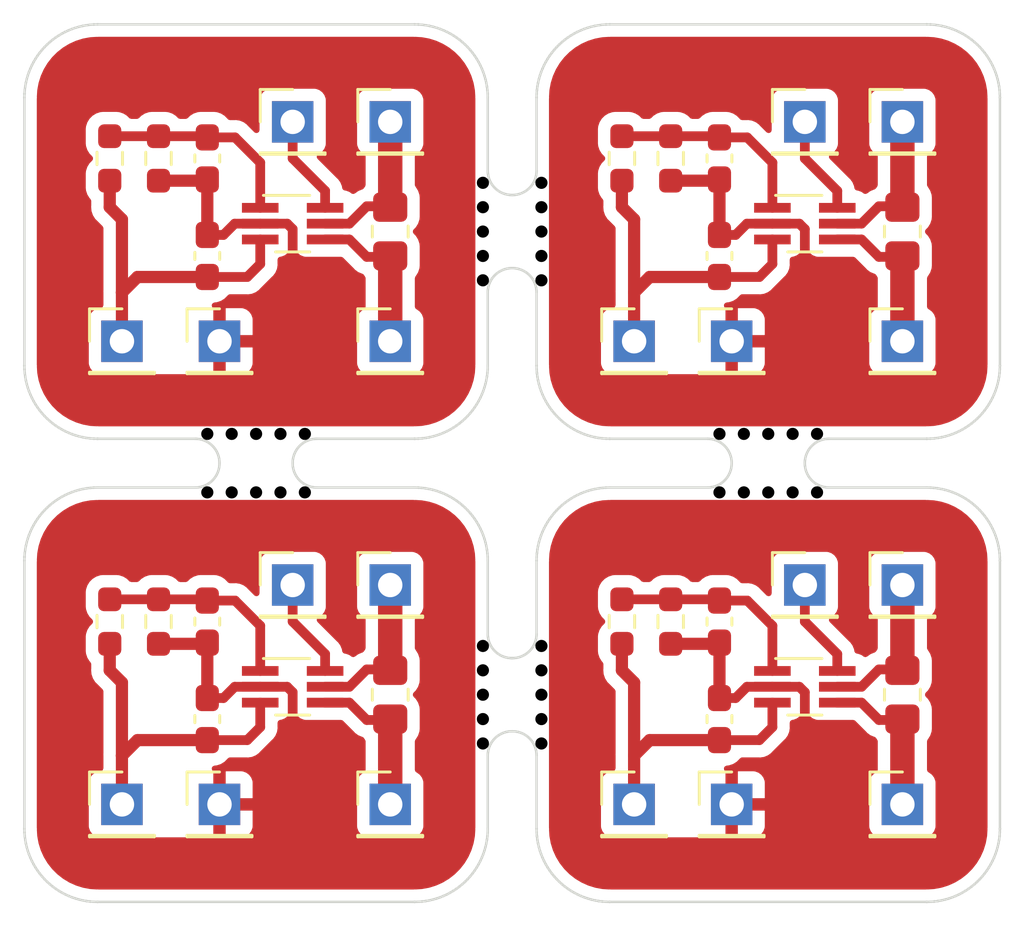
<source format=kicad_pcb>
(kicad_pcb (version 20211014) (generator pcbnew)
  (layers (0 "F.Cu" signal) (31 "B.Cu" signal) (34 "B.Paste" user) (35 "F.Paste" user) (36 "B.SilkS" user "B.Silkscreen") (37 "F.SilkS" user "F.Silkscreen") (38 "B.Mask" user) (39 "F.Mask" user) (44 "Edge.Cuts" user))
  (net 0 "")
  (net 1 "Board_0-+3.3V")
  (net 2 "Board_0-/IN+")
  (net 3 "Board_0-/IN-")
  (net 4 "Board_0-/OUT")
  (net 5 "Board_0-/REF")
  (net 6 "Board_0-GND")
  (net 7 "Board_1-+3.3V")
  (net 8 "Board_1-/IN+")
  (net 9 "Board_1-/IN-")
  (net 10 "Board_1-/OUT")
  (net 11 "Board_1-/REF")
  (net 12 "Board_1-GND")
  (net 13 "Board_2-+3.3V")
  (net 14 "Board_2-/IN+")
  (net 15 "Board_2-/IN-")
  (net 16 "Board_2-/OUT")
  (net 17 "Board_2-/REF")
  (net 18 "Board_2-GND")
  (net 19 "Board_3-+3.3V")
  (net 20 "Board_3-/IN+")
  (net 21 "Board_3-/IN-")
  (net 22 "Board_3-/OUT")
  (net 23 "Board_3-/REF")
  (net 24 "Board_3-GND")
  (footprint "Connector_PinHeader_2.54mm:PinHeader_1x01_P2.54mm_Vertical" (layer "F.Cu") (at 47 19)
    (fp_text reference "TP5")
    (fp_text value "OUT")
  )
  (footprint "Resistor_SMD:R_0805_2012Metric_Pad1.20x1.40mm_HandSolder" (layer "F.Cu") (at 30 42.5 90)
    (fp_text reference "R3")
    (fp_text value "R_Sense")
  )
  (footprint "Resistor_SMD:R_0603_1608Metric_Pad0.98x0.95mm_HandSolder" (layer "F.Cu") (at 20.5 20.5 -90)
    (fp_text reference "R2")
    (fp_text value "100k")
  )
  (footprint "NPTH" (layer "F.Cu") (at 22.5 31.8)
    (fp_text reference "REF**" hide)
    (fp_text value "NPTH" hide)
  )
  (footprint "NPTH" (layer "F.Cu") (at 46.5 34.2)
    (fp_text reference "REF**" hide)
    (fp_text value "NPTH" hide)
  )
  (footprint "Capacitor_SMD:C_0603_1608Metric_Pad1.08x0.95mm_HandSolder" (layer "F.Cu") (at 22.5 20.5 -90)
    (fp_text reference "C1")
    (fp_text value "100nF")
  )
  (footprint "Connector_PinHeader_2.54mm:PinHeader_1x01_P2.54mm_Vertical" (layer "F.Cu") (at 51 47)
    (fp_text reference "TP3")
    (fp_text value "IN+")
  )
  (footprint "Connector_PinHeader_2.54mm:PinHeader_1x01_P2.54mm_Vertical" (layer "F.Cu") (at 23 28)
    (fp_text reference "TP2")
    (fp_text value "PS-")
  )
  (footprint "NPTH" (layer "F.Cu") (at 44.5 34.2)
    (fp_text reference "REF**" hide)
    (fp_text value "NPTH" hide)
  )
  (footprint "NPTH" (layer "F.Cu") (at 36.2 42.5)
    (fp_text reference "REF**" hide)
    (fp_text value "NPTH" hide)
  )
  (footprint "Connector_PinHeader_2.54mm:PinHeader_1x01_P2.54mm_Vertical" (layer "F.Cu") (at 51 38)
    (fp_text reference "TP4")
    (fp_text value "IN-")
  )
  (footprint "Connector_PinHeader_2.54mm:PinHeader_1x01_P2.54mm_Vertical" (layer "F.Cu") (at 47 38)
    (fp_text reference "TP5")
    (fp_text value "OUT")
  )
  (footprint "NPTH" (layer "F.Cu") (at 33.8 21.5)
    (fp_text reference "REF**" hide)
    (fp_text value "NPTH" hide)
  )
  (footprint "NPTH" (layer "F.Cu") (at 23.5 31.8)
    (fp_text reference "REF**" hide)
    (fp_text value "NPTH" hide)
  )
  (footprint "NPTH" (layer "F.Cu") (at 36.2 41.5)
    (fp_text reference "REF**" hide)
    (fp_text value "NPTH" hide)
  )
  (footprint "Resistor_SMD:R_0603_1608Metric_Pad0.98x0.95mm_HandSolder" (layer "F.Cu") (at 41.5 20.5 -90)
    (fp_text reference "R2")
    (fp_text value "100k")
  )
  (footprint "NPTH" (layer "F.Cu") (at 44.5 31.8)
    (fp_text reference "REF**" hide)
    (fp_text value "NPTH" hide)
  )
  (footprint "NPTH" (layer "F.Cu") (at 24.5 31.8)
    (fp_text reference "REF**" hide)
    (fp_text value "NPTH" hide)
  )
  (footprint "Package_TO_SOT_SMD:SOT-363_SC-70-6_Handsoldering" (layer "F.Cu") (at 47 42.175)
    (fp_text reference "U1")
    (fp_text value "NCS199A3RSQT2G")
  )
  (footprint "NPTH" (layer "F.Cu") (at 45.5 31.8)
    (fp_text reference "REF**" hide)
    (fp_text value "NPTH" hide)
  )
  (footprint "NPTH" (layer "F.Cu") (at 36.2 44.5)
    (fp_text reference "REF**" hide)
    (fp_text value "NPTH" hide)
  )
  (footprint "NPTH" (layer "F.Cu") (at 36.2 23.5)
    (fp_text reference "REF**" hide)
    (fp_text value "NPTH" hide)
  )
  (footprint "NPTH" (layer "F.Cu") (at 36.2 22.5)
    (fp_text reference "REF**" hide)
    (fp_text value "NPTH" hide)
  )
  (footprint "Connector_PinHeader_2.54mm:PinHeader_1x01_P2.54mm_Vertical" (layer "F.Cu") (at 44 47)
    (fp_text reference "TP2")
    (fp_text value "PS-")
  )
  (footprint "NPTH" (layer "F.Cu") (at 43.5 34.2)
    (fp_text reference "REF**" hide)
    (fp_text value "NPTH" hide)
  )
  (footprint "Connector_PinHeader_2.54mm:PinHeader_1x01_P2.54mm_Vertical" (layer "F.Cu") (at 26 38)
    (fp_text reference "TP5")
    (fp_text value "OUT")
  )
  (footprint "Capacitor_SMD:C_0603_1608Metric_Pad1.08x0.95mm_HandSolder" (layer "F.Cu") (at 43.5 24.5 90)
    (fp_text reference "C2")
    (fp_text value "100nF")
  )
  (footprint "Capacitor_SMD:C_0603_1608Metric_Pad1.08x0.95mm_HandSolder" (layer "F.Cu") (at 22.5 43.5 90)
    (fp_text reference "C2")
    (fp_text value "100nF")
  )
  (footprint "Capacitor_SMD:C_0603_1608Metric_Pad1.08x0.95mm_HandSolder" (layer "F.Cu") (at 43.5 43.5 90)
    (fp_text reference "C2")
    (fp_text value "100nF")
  )
  (footprint "NPTH" (layer "F.Cu") (at 33.8 44.5)
    (fp_text reference "REF**" hide)
    (fp_text value "NPTH" hide)
  )
  (footprint "NPTH" (layer "F.Cu") (at 33.8 23.5)
    (fp_text reference "REF**" hide)
    (fp_text value "NPTH" hide)
  )
  (footprint "NPTH" (layer "F.Cu") (at 33.8 40.5)
    (fp_text reference "REF**" hide)
    (fp_text value "NPTH" hide)
  )
  (footprint "Resistor_SMD:R_0805_2012Metric_Pad1.20x1.40mm_HandSolder" (layer "F.Cu") (at 51 23.5 90)
    (fp_text reference "R3")
    (fp_text value "R_Sense")
  )
  (footprint "NPTH" (layer "F.Cu") (at 26.5 31.8)
    (fp_text reference "REF**" hide)
    (fp_text value "NPTH" hide)
  )
  (footprint "NPTH" (layer "F.Cu") (at 47.5 34.2)
    (fp_text reference "REF**" hide)
    (fp_text value "NPTH" hide)
  )
  (footprint "NPTH" (layer "F.Cu") (at 24.5 34.2)
    (fp_text reference "REF**" hide)
    (fp_text value "NPTH" hide)
  )
  (footprint "Capacitor_SMD:C_0603_1608Metric_Pad1.08x0.95mm_HandSolder" (layer "F.Cu") (at 43.5 39.5 -90)
    (fp_text reference "C1")
    (fp_text value "100nF")
  )
  (footprint "NPTH" (layer "F.Cu") (at 46.5 31.8)
    (fp_text reference "REF**" hide)
    (fp_text value "NPTH" hide)
  )
  (footprint "Connector_PinHeader_2.54mm:PinHeader_1x01_P2.54mm_Vertical" (layer "F.Cu") (at 19 28)
    (fp_text reference "TP1")
    (fp_text value "PS+")
  )
  (footprint "Capacitor_SMD:C_0603_1608Metric_Pad1.08x0.95mm_HandSolder" (layer "F.Cu") (at 22.5 39.5 -90)
    (fp_text reference "C1")
    (fp_text value "100nF")
  )
  (footprint "NPTH" (layer "F.Cu") (at 33.8 24.5)
    (fp_text reference "REF**" hide)
    (fp_text value "NPTH" hide)
  )
  (footprint "NPTH" (layer "F.Cu") (at 22.5 34.2)
    (fp_text reference "REF**" hide)
    (fp_text value "NPTH" hide)
  )
  (footprint "Connector_PinHeader_2.54mm:PinHeader_1x01_P2.54mm_Vertical" (layer "F.Cu") (at 51 19)
    (fp_text reference "TP4")
    (fp_text value "IN-")
  )
  (footprint "Connector_PinHeader_2.54mm:PinHeader_1x01_P2.54mm_Vertical" (layer "F.Cu") (at 30 19)
    (fp_text reference "TP4")
    (fp_text value "IN-")
  )
  (footprint "NPTH" (layer "F.Cu") (at 33.8 42.5)
    (fp_text reference "REF**" hide)
    (fp_text value "NPTH" hide)
  )
  (footprint "NPTH" (layer "F.Cu") (at 36.2 24.5)
    (fp_text reference "REF**" hide)
    (fp_text value "NPTH" hide)
  )
  (footprint "NPTH" (layer "F.Cu") (at 25.5 31.8)
    (fp_text reference "REF**" hide)
    (fp_text value "NPTH" hide)
  )
  (footprint "NPTH" (layer "F.Cu") (at 36.2 25.5)
    (fp_text reference "REF**" hide)
    (fp_text value "NPTH" hide)
  )
  (footprint "NPTH" (layer "F.Cu") (at 26.5 34.2)
    (fp_text reference "REF**" hide)
    (fp_text value "NPTH" hide)
  )
  (footprint "NPTH" (layer "F.Cu") (at 33.8 22.5)
    (fp_text reference "REF**" hide)
    (fp_text value "NPTH" hide)
  )
  (footprint "Resistor_SMD:R_0603_1608Metric_Pad0.98x0.95mm_HandSolder" (layer "F.Cu") (at 39.5 20.5 90)
    (fp_text reference "R1")
    (fp_text value "100k")
  )
  (footprint "NPTH" (layer "F.Cu") (at 36.2 40.5)
    (fp_text reference "REF**" hide)
    (fp_text value "NPTH" hide)
  )
  (footprint "NPTH" (layer "F.Cu") (at 43.5 31.8)
    (fp_text reference "REF**" hide)
    (fp_text value "NPTH" hide)
  )
  (footprint "NPTH" (layer "F.Cu") (at 23.5 34.2)
    (fp_text reference "REF**" hide)
    (fp_text value "NPTH" hide)
  )
  (footprint "NPTH" (layer "F.Cu") (at 33.8 25.5)
    (fp_text reference "REF**" hide)
    (fp_text value "NPTH" hide)
  )
  (footprint "Resistor_SMD:R_0805_2012Metric_Pad1.20x1.40mm_HandSolder" (layer "F.Cu") (at 30 23.5 90)
    (fp_text reference "R3")
    (fp_text value "R_Sense")
  )
  (footprint "Resistor_SMD:R_0805_2012Metric_Pad1.20x1.40mm_HandSolder" (layer "F.Cu") (at 51 42.5 90)
    (fp_text reference "R3")
    (fp_text value "R_Sense")
  )
  (footprint "Resistor_SMD:R_0603_1608Metric_Pad0.98x0.95mm_HandSolder" (layer "F.Cu") (at 41.5 39.5 -90)
    (fp_text reference "R2")
    (fp_text value "100k")
  )
  (footprint "Connector_PinHeader_2.54mm:PinHeader_1x01_P2.54mm_Vertical" (layer "F.Cu") (at 51 28)
    (fp_text reference "TP3")
    (fp_text value "IN+")
  )
  (footprint "NPTH" (layer "F.Cu") (at 47.5 31.8)
    (fp_text reference "REF**" hide)
    (fp_text value "NPTH" hide)
  )
  (footprint "Connector_PinHeader_2.54mm:PinHeader_1x01_P2.54mm_Vertical" (layer "F.Cu") (at 40 28)
    (fp_text reference "TP1")
    (fp_text value "PS+")
  )
  (footprint "Connector_PinHeader_2.54mm:PinHeader_1x01_P2.54mm_Vertical" (layer "F.Cu") (at 40 47)
    (fp_text reference "TP1")
    (fp_text value "PS+")
  )
  (footprint "Package_TO_SOT_SMD:SOT-363_SC-70-6_Handsoldering" (layer "F.Cu") (at 26 42.175)
    (fp_text reference "U1")
    (fp_text value "NCS199A3RSQT2G")
  )
  (footprint "NPTH" (layer "F.Cu") (at 25.5 34.2)
    (fp_text reference "REF**" hide)
    (fp_text value "NPTH" hide)
  )
  (footprint "Resistor_SMD:R_0603_1608Metric_Pad0.98x0.95mm_HandSolder" (layer "F.Cu") (at 18.5 20.5 90)
    (fp_text reference "R1")
    (fp_text value "100k")
  )
  (footprint "Connector_PinHeader_2.54mm:PinHeader_1x01_P2.54mm_Vertical" (layer "F.Cu") (at 44 28)
    (fp_text reference "TP2")
    (fp_text value "PS-")
  )
  (footprint "Package_TO_SOT_SMD:SOT-363_SC-70-6_Handsoldering" (layer "F.Cu") (at 47 23.175)
    (fp_text reference "U1")
    (fp_text value "NCS199A3RSQT2G")
  )
  (footprint "Package_TO_SOT_SMD:SOT-363_SC-70-6_Handsoldering" (layer "F.Cu") (at 26 23.175)
    (fp_text reference "U1")
    (fp_text value "NCS199A3RSQT2G")
  )
  (footprint "Resistor_SMD:R_0603_1608Metric_Pad0.98x0.95mm_HandSolder" (layer "F.Cu") (at 39.5 39.5 90)
    (fp_text reference "R1")
    (fp_text value "100k")
  )
  (footprint "NPTH" (layer "F.Cu") (at 33.8 43.5)
    (fp_text reference "REF**" hide)
    (fp_text value "NPTH" hide)
  )
  (footprint "NPTH" (layer "F.Cu") (at 36.2 21.5)
    (fp_text reference "REF**" hide)
    (fp_text value "NPTH" hide)
  )
  (footprint "Capacitor_SMD:C_0603_1608Metric_Pad1.08x0.95mm_HandSolder" (layer "F.Cu") (at 22.5 24.5 90)
    (fp_text reference "C2")
    (fp_text value "100nF")
  )
  (footprint "Connector_PinHeader_2.54mm:PinHeader_1x01_P2.54mm_Vertical" (layer "F.Cu") (at 30 47)
    (fp_text reference "TP3")
    (fp_text value "IN+")
  )
  (footprint "NPTH" (layer "F.Cu") (at 36.2 43.5)
    (fp_text reference "REF**" hide)
    (fp_text value "NPTH" hide)
  )
  (footprint "Connector_PinHeader_2.54mm:PinHeader_1x01_P2.54mm_Vertical" (layer "F.Cu") (at 30 38)
    (fp_text reference "TP4")
    (fp_text value "IN-")
  )
  (footprint "Connector_PinHeader_2.54mm:PinHeader_1x01_P2.54mm_Vertical" (layer "F.Cu") (at 19 47)
    (fp_text reference "TP1")
    (fp_text value "PS+")
  )
  (footprint "Connector_PinHeader_2.54mm:PinHeader_1x01_P2.54mm_Vertical" (layer "F.Cu") (at 30 28)
    (fp_text reference "TP3")
    (fp_text value "IN+")
  )
  (footprint "Resistor_SMD:R_0603_1608Metric_Pad0.98x0.95mm_HandSolder" (layer "F.Cu") (at 20.5 39.5 -90)
    (fp_text reference "R2")
    (fp_text value "100k")
  )
  (footprint "Resistor_SMD:R_0603_1608Metric_Pad0.98x0.95mm_HandSolder" (layer "F.Cu") (at 18.5 39.5 90)
    (fp_text reference "R1")
    (fp_text value "100k")
  )
  (footprint "NPTH" (layer "F.Cu") (at 45.5 34.2)
    (fp_text reference "REF**" hide)
    (fp_text value "NPTH" hide)
  )
  (footprint "Connector_PinHeader_2.54mm:PinHeader_1x01_P2.54mm_Vertical" (layer "F.Cu") (at 23 47)
    (fp_text reference "TP2")
    (fp_text value "PS-")
  )
  (footprint "Connector_PinHeader_2.54mm:PinHeader_1x01_P2.54mm_Vertical" (layer "F.Cu") (at 26 19)
    (fp_text reference "TP5")
    (fp_text value "OUT")
  )
  (footprint "NPTH" (layer "F.Cu") (at 33.8 41.5)
    (fp_text reference "REF**" hide)
    (fp_text value "NPTH" hide)
  )
  (footprint "Capacitor_SMD:C_0603_1608Metric_Pad1.08x0.95mm_HandSolder" (layer "F.Cu") (at 43.5 20.5 -90)
    (fp_text reference "C1")
    (fp_text value "100nF")
  )
  (gr_line (start 54.687662 49.332185) (end 54.698594 49.309899) (layer "Edge.Cuts") (width 0.1))
  (gr_line (start 16.6901 34.301405) (end 16.667814 34.312337) (layer "Edge.Cuts") (width 0.1))
  (gr_line (start 34.941423 40.998804) (end 34.892963 40.995229) (layer "Edge.Cuts") (width 0.1))
  (gr_line (start 47.057874 33.343519) (end 47.042631 33.29738) (layer "Edge.Cuts") (width 0.1))
  (gr_line (start 38.558032 15.033029) (end 38.533496 15.036788) (layer "Edge.Cuts") (width 0.1))
  (gr_line (start 15.099253 36.235862) (end 15.099187 36.236107) (layer "Edge.Cuts") (width 0.1))
  (gr_line (start 36.182731 30.030166) (end 36.191351 30.053443) (layer "Edge.Cuts") (width 0.1))
  (gr_line (start 36.53088 16.296563) (end 36.530738 16.296773) (layer "Edge.Cuts") (width 0.1))
  (gr_line (start 33.907034 17.260136) (end 33.900812 17.236107) (layer "Edge.Cuts") (width 0.1))
  (gr_line (start 52.290873 34.01443) (end 52.164579 34.004812) (layer "Edge.Cuts") (width 0.1))
  (gr_line (start 26.042631 32.702619) (end 26.057874 32.65648) (layer "Edge.Cuts") (width 0.1))
  (gr_line (start 54.96317 17.533246) (end 54.940824 17.408574) (layer "Edge.Cuts") (width 0.1))
  (gr_line (start 52.909836 15.1416) (end 52.886152 15.134169) (layer "Edge.Cuts") (width 0.1))
  (gr_line (start 38.533496 34.036788) (end 38.533246 34.036829) (layer "Edge.Cuts") (width 0.1))
  (gr_line (start 36.191442 16.946319) (end 36.191351 16.946556) (layer "Edge.Cuts") (width 0.1))
  (gr_line (start 43.250549 32.029671) (end 43.29738 32.042631) (layer "Edge.Cuts") (width 0.1))
  (gr_line (start 15.059223 29.591674) (end 15.064219 29.615988) (layer "Edge.Cuts") (width 0.1))
  (gr_line (start 33.698594 16.6901) (end 33.687662 16.667814) (layer "Edge.Cuts") (width 0.1))
  (gr_line (start 15.312451 49.332411) (end 15.371094 49.444677) (layer "Edge.Cuts") (width 0.1))
  (gr_line (start 35.560012 21.833152) (end 35.51896 21.859148) (layer "Edge.Cuts") (width 0.1))
  (gr_line (start 34.095053 25.566721) (end 34.1169 25.523318) (layer "Edge.Cuts") (width 0.1))
  (gr_line (start 54.616738 35.533396) (end 54.616613 35.533176) (layer "Edge.Cuts") (width 0.1))
  (gr_line (start 54.364479 49.845937) (end 54.379672 49.826309) (layer "Edge.Cuts") (width 0.1))
  (gr_line (start 15.620327 30.826309) (end 15.63552 30.845937) (layer "Edge.Cuts") (width 0.1))
  (gr_line (start 15.00016 17.993668) (end 15.000158 17.993794) (layer "Edge.Cuts") (width 0.1))
  (gr_line (start 15.059223 48.591674) (end 15.064219 48.615988) (layer "Edge.Cuts") (width 0.1))
  (gr_line (start 54.552228 16.423808) (end 54.539098 16.402743) (layer "Edge.Cuts") (width 0.1))
  (gr_line (start 16.402743 50.539098) (end 16.423808 50.552228) (layer "Edge.Cuts") (width 0.1))
  (gr_line (start 52.139283 31.99647) (end 52.139536 31.99646) (layer "Edge.Cuts") (width 0.1))
  (gr_line (start 52.763892 15.099187) (end 52.739863 15.092965) (layer "Edge.Cuts") (width 0.1))
  (gr_line (start 26.611144 32.075362) (end 26.65648 32.057874) (layer "Edge.Cuts") (width 0.1))
  (gr_line (start 18.006333 34) (end 18.006207 34) (layer "Edge.Cuts") (width 0.1))
  (gr_line (start 22.476681 32.1169) (end 22.51896 32.140851) (layer "Edge.Cuts") (width 0.1))
  (gr_line (start 54.16542 15.924141) (end 54.075858 15.834579) (layer "Edge.Cuts") (width 0.1))
  (gr_line (start 38.11409 50.865902) (end 38.235862 50.900746) (layer "Edge.Cuts") (width 0.1))
  (gr_line (start 54.808648 16.946556) (end 54.808557 16.946319) (layer "Edge.Cuts") (width 0.1))
  (gr_line (start 53.309671 31.698702) (end 53.309899 31.698594) (layer "Edge.Cuts") (width 0.1))
  (gr_line (start 53.826309 31.379672) (end 53.845937 31.364479) (layer "Edge.Cuts") (width 0.1))
  (gr_line (start 15.191442 49.05368) (end 15.238427 49.171303) (layer "Edge.Cuts") (width 0.1))
  (gr_line (start 37.296773 34.530738) (end 37.296563 34.53088) (layer "Edge.Cuts") (width 0.1))
  (gr_line (start 38.260136 50.907034) (end 38.260382 50.907095) (layer "Edge.Cuts") (width 0.1))
  (gr_line (start 53.444677 15.371094) (end 53.332411 15.312451) (layer "Edge.Cuts") (width 0.1))
  (gr_line (start 38.236107 50.900812) (end 38.260136 50.907034) (layer "Edge.Cuts") (width 0.1))
  (gr_line (start 33.99646 17.860463) (end 33.995203 17.835673) (layer "Edge.Cuts") (width 0.1))
  (gr_line (start 23 33.009877) (end 22.998804 33.058576) (layer "Edge.Cuts") (width 0.1))
  (gr_line (start 17.993794 31.999841) (end 18.006207 31.999999) (layer "Edge.Cuts") (width 0.1))
  (gr_line (start 34.057874 25.65648) (end 34.075362 25.611144) (layer "Edge.Cuts") (width 0.1))
  (gr_line (start 15.715882 49.944493) (end 15.73205 49.963327) (layer "Edge.Cuts") (width 0.1))
  (gr_line (start 33.552228 49.576191) (end 33.552359 49.575974) (layer "Edge.Cuts") (width 0.1))
  (gr_line (start 32.466603 15.383261) (end 32.4449 15.371214) (layer "Edge.Cuts") (width 0.1))
  (gr_line (start 34.075362 40.388855) (end 34.057874 40.343519) (layer "Edge.Cuts") (width 0.1))
  (gr_line (start 15.004796 36.835673) (end 15.003539 36.860463) (layer "Edge.Cuts") (width 0.1))
  (gr_line (start 16.970071 15.182646) (end 16.969833 15.182731) (layer "Edge.Cuts") (width 0.1))
  (gr_line (start 54.983036 48.31582) (end 54.985547 48.291125) (layer "Edge.Cuts") (width 0.1))
  (gr_line (start 54.28428 49.944299) (end 54.364321 49.846136) (layer "Edge.Cuts") (width 0.1))
  (gr_line (start 43.476681 33.883099) (end 43.433278 33.904946) (layer "Edge.Cuts") (width 0.1))
  (gr_line (start 31.006205 50.999841) (end 31.006331 50.999839) (layer "Edge.Cuts") (width 0.1))
  (gr_line (start 31.164579 50.995187) (end 31.290873 50.985569) (layer "Edge.Cuts") (width 0.1))
  (gr_line (start 34 18.006333) (end 33.999999 18.006207) (layer "Edge.Cuts") (width 0.1))
  (gr_line (start 37.946556 31.808648) (end 37.969833 31.817268) (layer "Edge.Cuts") (width 0.1))
  (gr_line (start 32.944493 15.715882) (end 32.944299 15.715719) (layer "Edge.Cuts") (width 0.1))
  (gr_line (start 35.476681 25.1169) (end 35.51896 25.140851) (layer "Edge.Cuts") (width 0.1))
  (gr_line (start 35.433278 44.095053) (end 35.476681 44.1169) (layer "Edge.Cuts") (width 0.1))
  (gr_line (start 33.284117 30.944493) (end 33.28428 30.944299) (layer "Edge.Cuts") (width 0.1))
  (gr_line (start 16.0557 34.715719) (end 16.055506 34.715882) (layer "Edge.Cuts") (width 0.1))
  (gr_line (start 35.155262 25.010718) (end 35.203138 25.019025) (layer "Edge.Cuts") (width 0.1))
  (gr_line (start 36.301297 49.309671) (end 36.301405 49.309899) (layer "Edge.Cuts") (width 0.1))
  (gr_line (start 53.703436 31.469119) (end 53.723809 31.454939) (layer "Edge.Cuts") (width 0.1))
  (gr_line (start 38.260136 31.907034) (end 38.260382 31.907095) (layer "Edge.Cuts") (width 0.1))
  (gr_line (start 33.469261 49.703226) (end 33.538961 49.597469) (layer "Edge.Cuts") (width 0.1))
  (gr_line (start 15.141679 29.910076) (end 15.182646 30.029928) (layer "Edge.Cuts") (width 0.1))
  (gr_line (start 53.597469 34.461038) (end 53.597256 34.460901) (layer "Edge.Cuts") (width 0.1))
  (gr_line (start 43.883099 32.523318) (end 43.904946 32.566721) (layer "Edge.Cuts") (width 0.1))
  (gr_line (start 18.006333 32) (end 22.009877 32) (layer "Edge.Cuts") (width 0.1))
  (gr_line (start 17.236107 50.900812) (end 17.260136 50.907034) (layer "Edge.Cuts") (width 0.1))
  (gr_line (start 32.944299 34.715719) (end 32.846136 34.635678) (layer "Edge.Cuts") (width 0.1))
  (gr_line (start 31.139536 15.003539) (end 31.139283 15.003529) (layer "Edge.Cuts") (width 0.1))
  (gr_line (start 54.995187 48.164579) (end 54.995203 48.164326) (layer "Edge.Cuts") (width 0.1))
  (gr_line (start 33.616738 49.466603) (end 33.628785 49.4449) (layer "Edge.Cuts") (width 0.1))
  (gr_line (start 54.687662 35.667814) (end 54.687548 35.667588) (layer "Edge.Cuts") (width 0.1))
  (gr_line (start 16.690328 34.301297) (end 16.6901 34.301405) (layer "Edge.Cuts") (width 0.1))
  (gr_line (start 38.384011 31.93578) (end 38.408325 31.940776) (layer "Edge.Cuts") (width 0.1))
  (gr_line (start 32.944493 34.715882) (end 32.944299 34.715719) (layer "Edge.Cuts") (width 0.1))
  (gr_line (start 26.095053 33.433278) (end 26.075362 33.388855) (layer "Edge.Cuts") (width 0.1))
  (gr_line (start 33.995203 48.164326) (end 33.99646 48.139536) (layer "Edge.Cuts") (width 0.1))
  (gr_line (start 53.171303 15.238427) (end 53.05368 15.191442) (layer "Edge.Cuts") (width 0.1))
  (gr_line (start 54.687548 16.667588) (end 54.628905 16.555322) (layer "Edge.Cuts") (width 0.1))
  (gr_line (start 54.963211 36.533496) (end 54.96317 36.533246) (layer "Edge.Cuts") (width 0.1))
  (gr_line (start 33.865902 17.11409) (end 33.86583 17.113847) (layer "Edge.Cuts") (width 0.1))
  (gr_line (start 36 25.990122) (end 36 28.993666) (layer "Edge.Cuts") (width 0.1))
  (gr_line (start 33.687548 30.332411) (end 33.687662 30.332185) (layer "Edge.Cuts") (width 0.1))
  (gr_line (start 17.558032 31.96697) (end 17.558283 31.967005) (layer "Edge.Cuts") (width 0.1))
  (gr_line (start 26.481039 32.140851) (end 26.523318 32.1169) (layer "Edge.Cuts") (width 0.1))
  (gr_line (start 31.739617 50.907095) (end 31.739863 50.907034) (layer "Edge.Cuts") (width 0.1))
  (gr_line (start 35.250549 40.970328) (end 35.203138 40.980974) (layer "Edge.Cuts") (width 0.1))
  (gr_line (start 17.113847 31.86583) (end 17.11409 31.865902) (layer "Edge.Cuts") (width 0.1))
  (gr_line (start 22.775278 32.361952) (end 22.805173 32.400259) (layer "Edge.Cuts") (width 0.1))
  (gr_line (start 36.834402 50.075677) (end 36.834579 50.075858) (layer "Edge.Cuts") (width 0.1))
  (gr_line (start 38.260382 34.092904) (end 38.260136 34.092965) (layer "Edge.Cuts") (width 0.1))
  (gr_line (start 33.907095 36.260382) (end 33.907034 36.260136) (layer "Edge.Cuts") (width 0.1))
  (gr_line (start 36.059175 17.408574) (end 36.036829 17.533246) (layer "Edge.Cuts") (width 0.1))
  (gr_line (start 36.016992 36.683928) (end 36.016963 36.684179) (layer "Edge.Cuts") (width 0.1))
  (gr_line (start 52.616236 34.064273) (end 52.615988 34.064219) (layer "Edge.Cuts") (width 0.1))
  (gr_line (start 33.454792 35.275984) (end 33.379825 35.173893) (layer "Edge.Cuts") (width 0.1))
  (gr_line (start 22.59974 32.194826) (end 22.638047 32.224721) (layer "Edge.Cuts") (width 0.1))
  (gr_line (start 35.638047 25.224721) (end 35.674841 25.25646) (layer "Edge.Cuts") (width 0.1))
  (gr_line (start 33.165597 50.075677) (end 33.182698 50.057686) (layer "Edge.Cuts") (width 0.1))
  (gr_line (start 15.238427 30.171303) (end 15.238524 30.171537) (layer "Edge.Cuts") (width 0.1))
  (gr_line (start 37.533176 50.616613) (end 37.533396 50.616738) (layer "Edge.Cuts") (width 0.1))
  (gr_line (start 15.003529 36.860716) (end 15.00016 36.993668) (layer "Edge.Cuts") (width 0.1))
  (gr_line (start 52.616236 31.935726) (end 52.739617 31.907095) (layer "Edge.Cuts") (width 0.1))
  (gr_line (start 54.999999 28.993792) (end 55 28.993666) (layer "Edge.Cuts") (width 0.1))
  (gr_line (start 38.113847 34.134169) (end 38.090163 34.1416) (layer "Edge.Cuts") (width 0.1))
  (gr_line (start 15.059175 48.591425) (end 15.059223 48.591674) (layer "Edge.Cuts") (width 0.1))
  (gr_line (start 33.935726 29.616236) (end 33.93578 29.615988) (layer "Edge.Cuts") (width 0.1))
  (gr_line (start 36.44764 30.575974) (end 36.447771 30.576191) (layer "Edge.Cuts") (width 0.1))
  (gr_line (start 15.383261 30.466603) (end 15.383386 30.466823) (layer "Edge.Cuts") (width 0.1))
  (gr_line (start 34.990122 41) (end 34.941423 40.998804) (layer "Edge.Cuts") (width 0.1))
  (gr_line (start 54.364321 16.153863) (end 54.28428 16.0557) (layer "Edge.Cuts") (width 0.1))
  (gr_line (start 33.364479 30.845937) (end 33.379672 30.826309) (layer "Edge.Cuts") (width 0.1))
  (gr_line (start 34.029671 21.250549) (end 34.019025 21.203138) (layer "Edge.Cuts") (width 0.1))
  (gr_line (start 38.708874 34.014452) (end 38.684179 34.016963) (layer "Edge.Cuts") (width 0.1))
  (gr_line (start 52.441716 50.967005) (end 52.441967 50.96697) (layer "Edge.Cuts") (width 0.1))
  (gr_line (start 37.173893 50.379825) (end 37.275984 50.454792) (layer "Edge.Cuts") (width 0.1))
  (gr_line (start 43.980974 32.796861) (end 43.989281 32.844737) (layer "Edge.Cuts") (width 0.1))
  (gr_line (start 43.995229 32.892963) (end 43.998804 32.941423) (layer "Edge.Cuts") (width 0.1))
  (gr_line (start 34 21.009877) (end 34 18.006333) (layer "Edge.Cuts") (width 0.1))
  (gr_line (start 35.009877 25) (end 35.058576 25.001195) (layer "Edge.Cuts") (width 0.1))
  (gr_line (start 31.139283 50.99647) (end 31.139536 50.99646) (layer "Edge.Cuts") (width 0.1))
  (gr_line (start 33.28428 35.0557) (end 33.284117 35.055506) (layer "Edge.Cuts") (width 0.1))
  (gr_line (start 36.54506 35.27619) (end 36.53088 35.296563) (layer "Edge.Cuts") (width 0.1))
  (gr_line (start 36.141679 48.910076) (end 36.182646 49.029928) (layer "Edge.Cuts") (width 0.1))
  (gr_line (start 32.944299 15.715719) (end 32.846136 15.635678) (layer "Edge.Cuts") (width 0.1))
  (gr_line (start 54.165597 31.075677) (end 54.182698 31.057686) (layer "Edge.Cuts") (width 0.1))
  (gr_line (start 32.171303 34.238427) (end 32.05368 34.191442) (layer "Edge.Cuts") (width 0.1))
  (gr_line (start 15.1416 17.090163) (end 15.134169 17.113847) (layer "Edge.Cuts") (width 0.1))
  (gr_line (start 53.944299 15.715719) (end 53.846136 15.635678) (layer "Edge.Cuts") (width 0.1))
  (gr_line (start 54.552359 16.424025) (end 54.552228 16.423808) (layer "Edge.Cuts") (width 0.1))
  (gr_line (start 18.006333 15) (end 18.006207 15) (layer "Edge.Cuts") (width 0.1))
  (gr_line (start 33.999841 29.006205) (end 33.999999 28.993792) (layer "Edge.Cuts") (width 0.1))
  (gr_line (start 31.139536 34.003539) (end 31.139283 34.003529) (layer "Edge.Cuts") (width 0.1))
  (gr_line (start 33.454939 35.27619) (end 33.454792 35.275984) (layer "Edge.Cuts") (width 0.1))
  (gr_line (start 53.053443 15.191351) (end 53.030166 15.182731) (layer "Edge.Cuts") (width 0.1))
  (gr_line (start 33.379825 49.826106) (end 33.454792 49.724015) (layer "Edge.Cuts") (width 0.1))
  (gr_line (start 35.107036 44.00477) (end 35.155262 44.010718) (layer "Edge.Cuts") (width 0.1))
  (gr_line (start 33.057686 31.182698) (end 33.075677 31.165597) (layer "Edge.Cuts") (width 0.1))
  (gr_line (start 32.597256 34.460901) (end 32.576191 34.447771) (layer "Edge.Cuts") (width 0.1))
  (gr_line (start 33.761572 49.171303) (end 33.808557 49.05368) (layer "Edge.Cuts") (width 0.1))
  (gr_line (start 52.441967 34.033029) (end 52.441716 34.032994) (layer "Edge.Cuts") (width 0.1))
  (gr_line (start 33.267781 30.963517) (end 33.267949 30.963327) (layer "Edge.Cuts") (width 0.1))
  (gr_line (start 47.796861 33.980974) (end 47.74945 33.970328) (layer "Edge.Cuts") (width 0.1))
  (gr_line (start 26.941423 33.998804) (end 26.892963 33.995229) (layer "Edge.Cuts") (width 0.1))
  (gr_line (start 22.883099 33.476681) (end 22.859148 33.51896) (layer "Edge.Cuts") (width 0.1))
  (gr_line (start 53.597469 15.461038) (end 53.597256 15.460901) (layer "Edge.Cuts") (width 0.1))
  (gr_line (start 35.970328 44.74945) (end 35.980974 44.796861) (layer "Edge.Cuts") (width 0.1))
  (gr_line (start 34.166847 21.560012) (end 34.140851 21.51896) (layer "Edge.Cuts") (width 0.1))
  (gr_line (start 36.036829 29.466753) (end 36.059175 29.591425) (layer "Edge.Cuts") (width 0.1))
  (gr_line (start 54.935726 29.616236) (end 54.93578 29.615988) (layer "Edge.Cuts") (width 0.1))
  (gr_line (start 36.312337 16.667814) (end 36.301405 16.6901) (layer "Edge.Cuts") (width 0.1))
  (gr_line (start 36.924322 50.165597) (end 36.942313 50.182698) (layer "Edge.Cuts") (width 0.1))
  (gr_line (start 53.944299 34.715719) (end 53.846136 34.635678) (layer "Edge.Cuts") (width 0.1))
  (gr_line (start 36.064219 29.615988) (end 36.064273 29.616236) (layer "Edge.Cuts") (width 0.1))
  (gr_line (start 37.296773 15.530738) (end 37.296563 15.53088) (layer "Edge.Cuts") (width 0.1))
  (gr_line (start 32.029928 50.817353) (end 32.030166 50.817268) (layer "Edge.Cuts") (width 0.1))
  (gr_line (start 34.194826 40.59974) (end 34.166847 40.560012) (layer "Edge.Cuts") (width 0.1))
  (gr_line (start 47.075362 32.611144) (end 47.095053 32.566721) (layer "Edge.Cuts") (width 0.1))
  (gr_line (start 54.99647 29.139283) (end 54.999839 29.006331) (layer "Edge.Cuts") (width 0.1))
  (gr_line (start 52.139283 34.003529) (end 52.006331 34.00016) (layer "Edge.Cuts") (width 0.1))
  (gr_line (start 15.238524 49.171537) (end 15.248312 49.194347) (layer "Edge.Cuts") (width 0.1))
  (gr_line (start 54.469261 35.296773) (end 54.469119 35.296563) (layer "Edge.Cuts") (width 0.1))
  (gr_line (start 54.616613 16.533176) (end 54.552359 16.424025) (layer "Edge.Cuts") (width 0.1))
  (gr_line (start 32.575974 15.44764) (end 32.466823 15.383386) (layer "Edge.Cuts") (width 0.1))
  (gr_line (start 33.817353 49.029928) (end 33.85832 48.910076) (layer "Edge.Cuts") (width 0.1))
  (gr_line (start 33.16542 50.075858) (end 33.165597 50.075677) (layer "Edge.Cuts") (width 0.1))
  (gr_line (start 26.844737 33.989281) (end 26.796861 33.980974) (layer "Edge.Cuts") (width 0.1))
  (gr_line (start 33.075677 50.165597) (end 33.075858 50.16542) (layer "Edge.Cuts") (width 0.1))
  (gr_line (start 31.466503 15.036788) (end 31.441967 15.033029) (layer "Edge.Cuts") (width 0.1))
  (gr_line (start 33.983007 36.683928) (end 33.967005 36.558283) (layer "Edge.Cuts") (width 0.1))
  (gr_line (start 15.182646 16.970071) (end 15.141679 17.089923) (layer "Edge.Cuts") (width 0.1))
  (gr_line (start 54.985547 17.708874) (end 54.983036 17.684179) (layer "Edge.Cuts") (width 0.1))
  (gr_line (start 35.51896 44.140851) (end 35.560012 44.166847) (layer "Edge.Cuts") (width 0.1))
  (gr_line (start 54.865902 48.885909) (end 54.900746 48.764137) (layer "Edge.Cuts") (width 0.1))
  (gr_line (start 32.332411 31.687548) (end 32.444677 31.628905) (layer "Edge.Cuts") (width 0.1))
  (gr_line (start 31.164326 34.004796) (end 31.139536 34.003539) (layer "Edge.Cuts") (width 0.1))
  (gr_line (start 47.25646 33.674841) (end 47.224721 33.638047) (layer "Edge.Cuts") (width 0.1))
  (gr_line (start 26.042631 33.29738) (end 26.029671 33.250549) (layer "Edge.Cuts") (width 0.1))
  (gr_line (start 53.444677 31.628905) (end 53.4449 31.628785) (layer "Edge.Cuts") (width 0.1))
  (gr_line (start 54.940824 29.591425) (end 54.96317 29.466753) (layer "Edge.Cuts") (width 0.1))
  (gr_line (start 38.408325 31.940776) (end 38.408574 31.940824) (layer "Edge.Cuts") (width 0.1))
  (gr_line (start 47.892963 33.995229) (end 47.844737 33.989281) (layer "Edge.Cuts") (width 0.1))
  (gr_line (start 33.995187 48.164579) (end 33.995203 48.164326) (layer "Edge.Cuts") (width 0.1))
  (gr_line (start 32.309671 15.301297) (end 32.194578 15.248415) (layer "Edge.Cuts") (width 0.1))
  (gr_line (start 37.296563 50.469119) (end 37.296773 50.469261) (layer "Edge.Cuts") (width 0.1))
  (gr_line (start 31.139283 34.003529) (end 31.006331 34.00016) (layer "Edge.Cuts") (width 0.1))
  (gr_line (start 32.963517 15.732218) (end 32.963327 15.73205) (layer "Edge.Cuts") (width 0.1))
  (gr_line (start 15.036829 48.466753) (end 15.059175 48.591425) (layer "Edge.Cuts") (width 0.1))
  (gr_line (start 33.628905 30.444677) (end 33.687548 30.332411) (layer "Edge.Cuts") (width 0.1))
  (gr_line (start 35.942125 40.343519) (end 35.924637 40.388855) (layer "Edge.Cuts") (width 0.1))
  (gr_line (start 36.004796 17.835673) (end 36.003539 17.860463) (layer "Edge.Cuts") (width 0.1))
  (gr_line (start 52.31582 31.983036) (end 52.316071 31.983007) (layer "Edge.Cuts") (width 0.1))
  (gr_line (start 31.616236 50.935726) (end 31.739617 50.907095) (layer "Edge.Cuts") (width 0.1))
  (gr_line (start 36.099187 29.763892) (end 36.099253 29.764137) (layer "Edge.Cuts") (width 0.1))
  (gr_line (start 36.064273 48.616236) (end 36.092904 48.739617) (layer "Edge.Cuts") (width 0.1))
  (gr_line (start 54.075677 50.165597) (end 54.075858 50.16542) (layer "Edge.Cuts") (width 0.1))
  (gr_line (start 31.591674 50.940776) (end 31.615988 50.93578) (layer "Edge.Cuts") (width 0.1))
  (gr_line (start 34.65648 40.942125) (end 34.611144 40.924637) (layer "Edge.Cuts") (width 0.1))
  (gr_line (start 47.095053 33.433278) (end 47.075362 33.388855) (layer "Edge.Cuts") (width 0.1))
  (gr_line (start 26.796861 32.019025) (end 26.844737 32.010718) (layer "Edge.Cuts") (width 0.1))
  (gr_line (start 33.469119 49.703436) (end 33.469261 49.703226) (layer "Edge.Cuts") (width 0.1))
  (gr_line (start 36 47.993792) (end 36.000158 48.006205) (layer "Edge.Cuts") (width 0.1))
  (gr_line (start 36.032994 48.441716) (end 36.033029 48.441967) (layer "Edge.Cuts") (width 0.1))
  (gr_line (start 16.27619 15.54506) (end 16.275984 15.545207) (layer "Edge.Cuts") (width 0.1))
  (gr_line (start 38.090163 50.858399) (end 38.113847 50.86583) (layer "Edge.Cuts") (width 0.1))
  (gr_line (start 33.761475 35.828462) (end 33.751687 35.805652) (layer "Edge.Cuts") (width 0.1))
  (gr_line (start 15.000158 48.006205) (end 15.00016 48.006331) (layer "Edge.Cuts") (width 0.1))
  (gr_line (start 36.033029 29.441967) (end 36.036788 29.466503) (layer "Edge.Cuts") (width 0.1))
  (gr_line (start 35.51896 40.859148) (end 35.476681 40.883099) (layer "Edge.Cuts") (width 0.1))
  (gr_line (start 54.267781 30.963517) (end 54.267949 30.963327) (layer "Edge.Cuts") (width 0.1))
  (gr_line (start 44 33.009877) (end 43.998804 33.058576) (layer "Edge.Cuts") (width 0.1))
  (gr_line (start 16.036672 31.267949) (end 16.055506 31.284117) (layer "Edge.Cuts") (width 0.1))
  (gr_line (start 34.010718 21.155262) (end 34.00477 21.107036) (layer "Edge.Cuts") (width 0.1))
  (gr_line (start 15.016963 17.684179) (end 15.014452 17.708874) (layer "Edge.Cuts") (width 0.1))
  (gr_line (start 32.826309 50.379672) (end 32.845937 50.364479) (layer "Edge.Cuts") (width 0.1))
  (gr_line (start 36.016963 29.31582) (end 36.016992 29.316071) (layer "Edge.Cuts") (width 0.1))
  (gr_line (start 36.191442 35.946319) (end 36.191351 35.946556) (layer "Edge.Cuts") (width 0.1))
  (gr_line (start 32.171537 34.238524) (end 32.171303 34.238427) (layer "Edge.Cuts") (width 0.1))
  (gr_line (start 35.904946 40.433278) (end 35.883099 40.476681) (layer "Edge.Cuts") (width 0.1))
  (gr_line (start 15.312337 16.667814) (end 15.301405 16.6901) (layer "Edge.Cuts") (width 0.1))
  (gr_line (start 54.539098 35.402743) (end 54.538961 35.40253) (layer "Edge.Cuts") (width 0.1))
  (gr_line (start 22.51896 33.859148) (end 22.476681 33.883099) (layer "Edge.Cuts") (width 0.1))
  (gr_line (start 36.099253 48.764137) (end 36.134097 48.885909) (layer "Edge.Cuts") (width 0.1))
  (gr_line (start 54.379672 35.17369) (end 54.364479 35.154062) (layer "Edge.Cuts") (width 0.1))
  (gr_line (start 36.191351 16.946556) (end 36.182731 16.969833) (layer "Edge.Cuts") (width 0.1))
  (gr_line (start 16.17369 15.620327) (end 16.154062 15.63552) (layer "Edge.Cuts") (width 0.1))
  (gr_line (start 55 47.993666) (end 55 37.006333) (layer "Edge.Cuts") (width 0.1))
  (gr_line (start 36.000158 36.993794) (end 36 37.006207) (layer "Edge.Cuts") (width 0.1))
  (gr_line (start 54.907034 17.260136) (end 54.900812 17.236107) (layer "Edge.Cuts") (width 0.1))
  (gr_line (start 18.006207 50.999999) (end 18.006333 51) (layer "Edge.Cuts") (width 0.1))
  (gr_line (start 52.739863 31.907034) (end 52.763892 31.900812) (layer "Edge.Cuts") (width 0.1))
  (gr_line (start 17.533246 34.036829) (end 17.408574 34.059175) (layer "Edge.Cuts") (width 0.1))
  (gr_line (start 33.999999 47.993792) (end 34 47.993666) (layer "Edge.Cuts") (width 0.1))
  (gr_line (start 33.267949 30.963327) (end 33.284117 30.944493) (layer "Edge.Cuts") (width 0.1))
  (gr_line (start 35.743539 25.325158) (end 35.775278 25.361952) (layer "Edge.Cuts") (width 0.1))
  (gr_line (start 32.575974 31.552359) (end 32.576191 31.552228) (layer "Edge.Cuts") (width 0.1))
  (gr_line (start 16.533396 15.383261) (end 16.533176 15.383386) (layer "Edge.Cuts") (width 0.1))
  (gr_line (start 37.296563 31.469119) (end 37.296773 31.469261) (layer "Edge.Cuts") (width 0.1))
  (gr_line (start 36.63552 16.154062) (end 36.620327 16.17369) (layer "Edge.Cuts") (width 0.1))
  (gr_line (start 22.009877 32) (end 22.058576 32.001195) (layer "Edge.Cuts") (width 0.1))
  (gr_line (start 38.533496 50.963211) (end 38.558032 50.96697) (layer "Edge.Cuts") (width 0.1))
  (gr_line (start 36 21.009877) (end 35.998804 21.058576) (layer "Edge.Cuts") (width 0.1))
  (gr_line (start 37.946319 31.808557) (end 37.946556 31.808648) (layer "Edge.Cuts") (width 0.1))
  (gr_line (start 36.191351 49.053443) (end 36.191442 49.05368) (layer "Edge.Cuts") (width 0.1))
  (gr_line (start 17.260382 15.092904) (end 17.260136 15.092965) (layer "Edge.Cuts") (width 0.1))
  (gr_line (start 37.533176 34.383386) (end 37.424025 34.44764) (layer "Edge.Cuts") (width 0.1))
  (gr_line (start 32.597469 15.461038) (end 32.597256 15.460901) (layer "Edge.Cuts") (width 0.1))
  (gr_line (start 31.739863 50.907034) (end 31.763892 50.900812) (layer "Edge.Cuts") (width 0.1))
  (gr_line (start 52.139536 50.99646) (end 52.164326 50.995203) (layer "Edge.Cuts") (width 0.1))
  (gr_line (start 39.006333 32) (end 43.009877 32) (layer "Edge.Cuts") (width 0.1))
  (gr_line (start 33.761475 16.828462) (end 33.751687 16.805652) (layer "Edge.Cuts") (width 0.1))
  (gr_line (start 33.995187 36.83542) (end 33.985569 36.709126) (layer "Edge.Cuts") (width 0.1))
  (gr_line (start 47.702619 33.957368) (end 47.65648 33.942125) (layer "Edge.Cuts") (width 0.1))
  (gr_line (start 36.134169 48.886152) (end 36.1416 48.909836) (layer "Edge.Cuts") (width 0.1))
  (gr_line (start 54.469119 49.703436) (end 54.469261 49.703226) (layer "Edge.Cuts") (width 0.1))
  (gr_line (start 31.441967 31.96697) (end 31.466503 31.963211) (layer "Edge.Cuts") (width 0.1))
  (gr_line (start 31.615988 31.93578) (end 31.616236 31.935726) (layer "Edge.Cuts") (width 0.1))
  (gr_line (start 53.575974 34.44764) (end 53.466823 34.383386) (layer "Edge.Cuts") (width 0.1))
  (gr_line (start 52.615988 34.064219) (end 52.591674 34.059223) (layer "Edge.Cuts") (width 0.1))
  (gr_line (start 55 28.993666) (end 55 18.006333) (layer "Edge.Cuts") (width 0.1))
  (gr_line (start 33.907034 29.739863) (end 33.907095 29.739617) (layer "Edge.Cuts") (width 0.1))
  (gr_line (start 33.96697 29.441967) (end 33.967005 29.441716) (layer "Edge.Cuts") (width 0.1))
  (gr_line (start 54.454792 49.724015) (end 54.454939 49.723809) (layer "Edge.Cuts") (width 0.1))
  (gr_line (start 53.332185 50.687662) (end 53.332411 50.687548) (layer "Edge.Cuts") (width 0.1))
  (gr_line (start 36.248415 49.194578) (end 36.301297 49.309671) (layer "Edge.Cuts") (width 0.1))
  (gr_line (start 31.885909 31.865902) (end 31.886152 31.86583) (layer "Edge.Cuts") (width 0.1))
  (gr_line (start 36.238427 16.828696) (end 36.191442 16.946319) (layer "Edge.Cuts") (width 0.1))
  (gr_line (start 38.533496 15.036788) (end 38.533246 15.036829) (layer "Edge.Cuts") (width 0.1))
  (gr_line (start 33.379825 35.173893) (end 33.379672 35.17369) (layer "Edge.Cuts") (width 0.1))
  (gr_line (start 35.250549 25.029671) (end 35.29738 25.042631) (layer "Edge.Cuts") (width 0.1))
  (gr_line (start 33.940824 17.408574) (end 33.940776 17.408325) (layer "Edge.Cuts") (width 0.1))
  (gr_line (start 16.0557 50.28428) (end 16.153863 50.364321) (layer "Edge.Cuts") (width 0.1))
  (gr_line (start 33.364479 49.845937) (end 33.379672 49.826309) (layer "Edge.Cuts") (width 0.1))
  (gr_line (start 47.001195 32.941423) (end 47.00477 32.892963) (layer "Edge.Cuts") (width 0.1))
  (gr_line (start 36.312451 49.332411) (end 36.371094 49.444677) (layer "Edge.Cuts") (width 0.1))
  (gr_line (start 17.533246 31.96317) (end 17.533496 31.963211) (layer "Edge.Cuts") (width 0.1))
  (gr_line (start 37.423808 50.552228) (end 37.424025 50.552359) (layer "Edge.Cuts") (width 0.1))
  (gr_line (start 15.016992 29.316071) (end 15.032994 29.441716) (layer "Edge.Cuts") (width 0.1))
  (gr_line (start 31.763892 34.099187) (end 31.739863 34.092965) (layer "Edge.Cuts") (width 0.1))
  (gr_line (start 37.423808 31.552228) (end 37.424025 31.552359) (layer "Edge.Cuts") (width 0.1))
  (gr_line (start 38.384011 50.93578) (end 38.408325 50.940776) (layer "Edge.Cuts") (width 0.1))
  (gr_line (start 52.139536 31.99646) (end 52.164326 31.995203) (layer "Edge.Cuts") (width 0.1))
  (gr_line (start 33.808648 16.946556) (end 33.808557 16.946319) (layer "Edge.Cuts") (width 0.1))
  (gr_line (start 38.860716 50.99647) (end 38.993668 50.999839) (layer "Edge.Cuts") (width 0.1))
  (gr_line (start 33.751584 30.194578) (end 33.751687 30.194347) (layer "Edge.Cuts") (width 0.1))
  (gr_line (start 54.817353 35.970071) (end 54.817268 35.969833) (layer "Edge.Cuts") (width 0.1))
  (gr_line (start 34.166847 40.560012) (end 34.140851 40.51896) (layer "Edge.Cuts") (width 0.1))
  (gr_line (start 31.466503 31.963211) (end 31.466753 31.96317) (layer "Edge.Cuts") (width 0.1))
  (gr_line (start 51.993792 15) (end 51.993666 15) (layer "Edge.Cuts") (width 0.1))
  (gr_line (start 31.006205 34.000158) (end 30.993792 34) (layer "Edge.Cuts") (width 0.1))
  (gr_line (start 16.555099 15.371214) (end 16.533396 15.383261) (layer "Edge.Cuts") (width 0.1))
  (gr_line (start 15.014452 48.291125) (end 15.016963 48.31582) (layer "Edge.Cuts") (width 0.1))
  (gr_line (start 36.834579 34.924141) (end 36.834402 34.924322) (layer "Edge.Cuts") (width 0.1))
  (gr_line (start 36.134097 29.885909) (end 36.134169 29.886152) (layer "Edge.Cuts") (width 0.1))
  (gr_line (start 36.924322 15.834402) (end 36.924141 15.834579) (layer "Edge.Cuts") (width 0.1))
  (gr_line (start 43.710033 32.289966) (end 43.743539 32.325158) (layer "Edge.Cuts") (width 0.1))
  (gr_line (start 32.826106 50.379825) (end 32.826309 50.379672) (layer "Edge.Cuts") (width 0.1))
  (gr_line (start 32.845937 15.63552) (end 32.826309 15.620327) (layer "Edge.Cuts") (width 0.1))
  (gr_line (start 37.805652 15.248312) (end 37.805421 15.248415) (layer "Edge.Cuts") (width 0.1))
  (gr_line (start 32.963517 34.732218) (end 32.963327 34.73205) (layer "Edge.Cuts") (width 0.1))
  (gr_line (start 33.698594 35.6901) (end 33.687662 35.667814) (layer "Edge.Cuts") (width 0.1))
  (gr_line (start 15.620327 16.17369) (end 15.620174 16.173893) (layer "Edge.Cuts") (width 0.1))
  (gr_line (start 33.85832 48.910076) (end 33.858399 48.909836) (layer "Edge.Cuts") (width 0.1))
  (gr_line (start 33.687548 49.332411) (end 33.687662 49.332185) (layer "Edge.Cuts") (width 0.1))
  (gr_line (start 26.166847 33.560012) (end 26.140851 33.51896) (layer "Edge.Cuts") (width 0.1))
  (gr_line (start 38.408574 15.059175) (end 38.408325 15.059223) (layer "Edge.Cuts") (width 0.1))
  (gr_line (start 37.0557 31.28428) (end 37.153863 31.364321) (layer "Edge.Cuts") (width 0.1))
  (gr_line (start 33.182871 15.942499) (end 33.182698 15.942313) (layer "Edge.Cuts") (width 0.1))
  (gr_line (start 16.555099 50.628785) (end 16.555322 50.628905) (layer "Edge.Cuts") (width 0.1))
  (gr_line (start 16.424025 50.552359) (end 16.533176 50.616613) (layer "Edge.Cuts") (width 0.1))
  (gr_line (start 37.555322 34.371094) (end 37.555099 34.371214) (layer "Edge.Cuts") (width 0.1))
  (gr_line (start 52.739617 31.907095) (end 52.739863 31.907034) (layer "Edge.Cuts") (width 0.1))
  (gr_line (start 32.4449 15.371214) (end 32.444677 15.371094) (layer "Edge.Cuts") (width 0.1))
  (gr_line (start 54.284117 30.944493) (end 54.28428 30.944299) (layer "Edge.Cuts") (width 0.1))
  (gr_line (start 33.96697 17.558032) (end 33.963211 17.533496) (layer "Edge.Cuts") (width 0.1))
  (gr_line (start 16.153863 34.635678) (end 16.0557 34.715719) (layer "Edge.Cuts") (width 0.1))
  (gr_line (start 36 28.993666) (end 36 28.993792) (layer "Edge.Cuts") (width 0.1))
  (gr_line (start 38.11409 31.865902) (end 38.235862 31.900746) (layer "Edge.Cuts") (width 0.1))
  (gr_line (start 36.635678 30.846136) (end 36.715719 30.944299) (layer "Edge.Cuts") (width 0.1))
  (gr_line (start 36.715719 30.944299) (end 36.715882 30.944493) (layer "Edge.Cuts") (width 0.1))
  (gr_line (start 53.703226 31.469261) (end 53.703436 31.469119) (layer "Edge.Cuts") (width 0.1))
  (gr_line (start 32.846136 31.364321) (end 32.944299 31.28428) (layer "Edge.Cuts") (width 0.1))
  (gr_line (start 16.296563 15.53088) (end 16.27619 15.54506) (layer "Edge.Cuts") (width 0.1))
  (gr_line (start 15.036829 36.533246) (end 15.036788 36.533496) (layer "Edge.Cuts") (width 0.1))
  (gr_line (start 36 47.993666) (end 36 47.993792) (layer "Edge.Cuts") (width 0.1))
  (gr_line (start 16.555099 34.371214) (end 16.533396 34.383261) (layer "Edge.Cuts") (width 0.1))
  (gr_line (start 33.165597 31.075677) (end 33.182698 31.057686) (layer "Edge.Cuts") (width 0.1))
  (gr_line (start 38.860463 15.003539) (end 38.835673 15.004796) (layer "Edge.Cuts") (width 0.1))
  (gr_line (start 32.332185 15.312337) (end 32.309899 15.301405) (layer "Edge.Cuts") (width 0.1))
  (gr_line (start 36.942313 31.182698) (end 36.942499 31.182871) (layer "Edge.Cuts") (width 0.1))
  (gr_line (start 54.999999 18.006207) (end 54.999841 17.993794) (layer "Edge.Cuts") (width 0.1))
  (gr_line (start 54.751687 16.805652) (end 54.751584 16.805421) (layer "Edge.Cuts") (width 0.1))
  (gr_line (start 16.533396 31.616738) (end 16.555099 31.628785) (layer "Edge.Cuts") (width 0.1))
  (gr_line (start 54.999841 29.006205) (end 54.999999 28.993792) (layer "Edge.Cuts") (width 0.1))
  (gr_line (start 33.165597 15.924322) (end 33.16542 15.924141) (layer "Edge.Cuts") (width 0.1))
  (gr_line (start 36.383261 35.533396) (end 36.371214 35.555099) (layer "Edge.Cuts") (width 0.1))
  (gr_line (start 31.441967 50.96697) (end 31.466503 50.963211) (layer "Edge.Cuts") (width 0.1))
  (gr_line (start 17.260382 50.907095) (end 17.383763 50.935726) (layer "Edge.Cuts") (width 0.1))
  (gr_line (start 47.325158 33.743539) (end 47.289966 33.710033) (layer "Edge.Cuts") (width 0.1))
  (gr_line (start 52.615988 31.93578) (end 52.616236 31.935726) (layer "Edge.Cuts") (width 0.1))
  (gr_line (start 15.73205 49.963327) (end 15.732218 49.963517) (layer "Edge.Cuts") (width 0.1))
  (gr_line (start 36.000158 48.006205) (end 36.00016 48.006331) (layer "Edge.Cuts") (width 0.1))
  (gr_line (start 15.182731 16.969833) (end 15.182646 16.970071) (layer "Edge.Cuts") (width 0.1))
  (gr_line (start 15.545207 49.724015) (end 15.620174 49.826106) (layer "Edge.Cuts") (width 0.1))
  (gr_line (start 37.154062 31.364479) (end 37.17369 31.379672) (layer "Edge.Cuts") (width 0.1))
  (gr_line (start 16.036482 50.267781) (end 16.036672 50.267949) (layer "Edge.Cuts") (width 0.1))
  (gr_line (start 16.423808 34.447771) (end 16.402743 34.460901) (layer "Edge.Cuts") (width 0.1))
  (gr_line (start 33.698594 49.309899) (end 33.698702 49.309671) (layer "Edge.Cuts") (width 0.1))
  (gr_line (start 36.54506 49.723809) (end 36.545207 49.724015) (layer "Edge.Cuts") (width 0.1))
  (gr_line (start 54.469119 30.703436) (end 54.469261 30.703226) (layer "Edge.Cuts") (width 0.1))
  (gr_line (start 31.006331 34.00016) (end 31.006205 34.000158) (layer "Edge.Cuts") (width 0.1))
  (gr_line (start 15.1416 36.090163) (end 15.134169 36.113847) (layer "Edge.Cuts") (width 0.1))
  (gr_line (start 35.924637 25.611144) (end 35.942125 25.65648) (layer "Edge.Cuts") (width 0.1))
  (gr_line (start 54.985569 29.290873) (end 54.995187 29.164579) (layer "Edge.Cuts") (width 0.1))
  (gr_line (start 33.999839 36.993668) (end 33.99647 36.860716) (layer "Edge.Cuts") (width 0.1))
  (gr_line (start 54.454939 35.27619) (end 54.454792 35.275984) (layer "Edge.Cuts") (width 0.1))
  (gr_line (start 23 32.990122) (end 23 33.009877) (layer "Edge.Cuts") (width 0.1))
  (gr_line (start 54.999841 17.993794) (end 54.999839 17.993668) (layer "Edge.Cuts") (width 0.1))
  (gr_line (start 32.466823 34.383386) (end 32.466603 34.383261) (layer "Edge.Cuts") (width 0.1))
  (gr_line (start 33.616738 30.466603) (end 33.628785 30.4449) (layer "Edge.Cuts") (width 0.1))
  (gr_line (start 35.155262 44.010718) (end 35.203138 44.019025) (layer "Edge.Cuts") (width 0.1))
  (gr_line (start 52.139536 34.003539) (end 52.139283 34.003529) (layer "Edge.Cuts") (width 0.1))
  (gr_line (start 33.0575 31.182871) (end 33.057686 31.182698) (layer "Edge.Cuts") (width 0.1))
  (gr_line (start 37.036482 15.732218) (end 36.942499 15.817128) (layer "Edge.Cuts") (width 0.1))
  (gr_line (start 16.969833 31.817268) (end 16.970071 31.817353) (layer "Edge.Cuts") (width 0.1))
  (gr_line (start 22.998804 32.941423) (end 23 32.990122) (layer "Edge.Cuts") (width 0.1))
  (gr_line (start 54.379825 49.826106) (end 54.454792 49.724015) (layer "Edge.Cuts") (width 0.1))
  (gr_line (start 33.93578 29.615988) (end 33.940776 29.591674) (layer "Edge.Cuts") (width 0.1))
  (gr_line (start 35.107036 21.995229) (end 35.058576 21.998804) (layer "Edge.Cuts") (width 0.1))
  (gr_line (start 36.014452 17.708874) (end 36.01443 17.709126) (layer "Edge.Cuts") (width 0.1))
  (gr_line (start 33.454792 30.724015) (end 33.454939 30.723809) (layer "Edge.Cuts") (width 0.1))
  (gr_line (start 33.985569 17.709126) (end 33.985547 17.708874) (layer "Edge.Cuts") (width 0.1))
  (gr_line (start 47.400259 32.194826) (end 47.439987 32.166847) (layer "Edge.Cuts") (width 0.1))
  (gr_line (start 52.764137 31.900746) (end 52.885909 31.865902) (layer "Edge.Cuts") (width 0.1))
  (gr_line (start 16.946319 31.808557) (end 16.946556 31.808648) (layer "Edge.Cuts") (width 0.1))
  (gr_line (start 16.690328 15.301297) (end 16.6901 15.301405) (layer "Edge.Cuts") (width 0.1))
  (gr_line (start 36.73205 30.963327) (end 36.732218 30.963517) (layer "Edge.Cuts") (width 0.1))
  (gr_line (start 33.687662 49.332185) (end 33.698594 49.309899) (layer "Edge.Cuts") (width 0.1))
  (gr_line (start 33.057686 15.817301) (end 33.0575 15.817128) (layer "Edge.Cuts") (width 0.1))
  (gr_line (start 35.775278 40.638047) (end 35.743539 40.674841) (layer "Edge.Cuts") (width 0.1))
  (gr_line (start 54.628785 35.555099) (end 54.616738 35.533396) (layer "Edge.Cuts") (width 0.1))
  (gr_line (start 54.999839 36.993668) (end 54.99647 36.860716) (layer "Edge.Cuts") (width 0.1))
  (gr_line (start 33.96697 36.558032) (end 33.963211 36.533496) (layer "Edge.Cuts") (width 0.1))
  (gr_line (start 33.865902 48.885909) (end 33.900746 48.764137) (layer "Edge.Cuts") (width 0.1))
  (gr_line (start 39.006333 34) (end 39.006207 34) (layer "Edge.Cuts") (width 0.1))
  (gr_line (start 16.036482 15.732218) (end 15.942499 15.817128) (layer "Edge.Cuts") (width 0.1))
  (gr_line (start 52.291125 15.014452) (end 52.290873 15.01443) (layer "Edge.Cuts") (width 0.1))
  (gr_line (start 31.739617 31.907095) (end 31.739863 31.907034) (layer "Edge.Cuts") (width 0.1))
  (gr_line (start 43.476681 32.1169) (end 43.51896 32.140851) (layer "Edge.Cuts") (width 0.1))
  (gr_line (start 33.999839 29.006331) (end 33.999841 29.006205) (layer "Edge.Cuts") (width 0.1))
  (gr_line (start 32.194578 50.751584) (end 32.309671 50.698702) (layer "Edge.Cuts") (width 0.1))
  (gr_line (start 16.275984 50.454792) (end 16.27619 50.454939) (layer "Edge.Cuts") (width 0.1))
  (gr_line (start 35.995229 25.892963) (end 35.998804 25.941423) (layer "Edge.Cuts") (width 0.1))
  (gr_line (start 17.235862 15.099253) (end 17.11409 15.134097) (layer "Edge.Cuts") (width 0.1))
  (gr_line (start 22.989281 32.844737) (end 22.995229 32.892963) (layer "Edge.Cuts") (width 0.1))
  (gr_line (start 31.591425 31.940824) (end 31.591674 31.940776) (layer "Edge.Cuts") (width 0.1))
  (gr_line (start 36.134169 29.886152) (end 36.1416 29.909836) (layer "Edge.Cuts") (width 0.1))
  (gr_line (start 33.454792 16.275984) (end 33.379825 16.173893) (layer "Edge.Cuts") (width 0.1))
  (gr_line (start 33.687662 35.667814) (end 33.687548 35.667588) (layer "Edge.Cuts") (width 0.1))
  (gr_line (start 47.095053 32.566721) (end 47.1169 32.523318) (layer "Edge.Cuts") (width 0.1))
  (gr_line (start 15.191351 30.053443) (end 15.191442 30.05368) (layer "Edge.Cuts") (width 0.1))
  (gr_line (start 32.963327 31.267949) (end 32.963517 31.267781) (layer "Edge.Cuts") (width 0.1))
  (gr_line (start 36.238524 49.171537) (end 36.248312 49.194347) (layer "Edge.Cuts") (width 0.1))
  (gr_line (start 33.075858 31.16542) (end 33.16542 31.075858) (layer "Edge.Cuts") (width 0.1))
  (gr_line (start 34.25646 21.674841) (end 34.224721 21.638047) (layer "Edge.Cuts") (width 0.1))
  (gr_line (start 33.751584 16.805421) (end 33.698702 16.690328) (layer "Edge.Cuts") (width 0.1))
  (gr_line (start 36.530738 30.703226) (end 36.53088 30.703436) (layer "Edge.Cuts") (width 0.1))
  (gr_line (start 47.194826 33.59974) (end 47.166847 33.560012) (layer "Edge.Cuts") (width 0.1))
  (gr_line (start 31.616236 34.064273) (end 31.615988 34.064219) (layer "Edge.Cuts") (width 0.1))
  (gr_line (start 35.638047 40.775278) (end 35.59974 40.805173) (layer "Edge.Cuts") (width 0.1))
  (gr_line (start 16.555322 34.371094) (end 16.555099 34.371214) (layer "Edge.Cuts") (width 0.1))
  (gr_line (start 53.963327 31.267949) (end 53.963517 31.267781) (layer "Edge.Cuts") (width 0.1))
  (gr_line (start 15.182731 35.969833) (end 15.182646 35.970071) (layer "Edge.Cuts") (width 0.1))
  (gr_line (start 33.267949 16.036672) (end 33.267781 16.036482) (layer "Edge.Cuts") (width 0.1))
  (gr_line (start 15.942313 34.817301) (end 15.924322 34.834402) (layer "Edge.Cuts") (width 0.1))
  (gr_line (start 54.16542 50.075858) (end 54.165597 50.075677) (layer "Edge.Cuts") (width 0.1))
  (gr_line (start 15.191442 35.946319) (end 15.191351 35.946556) (layer "Edge.Cuts") (width 0.1))
  (gr_line (start 32.597469 50.538961) (end 32.703226 50.469261) (layer "Edge.Cuts") (width 0.1))
  (gr_line (start 52.291125 34.014452) (end 52.290873 34.01443) (layer "Edge.Cuts") (width 0.1))
  (gr_line (start 36.63552 30.845937) (end 36.635678 30.846136) (layer "Edge.Cuts") (width 0.1))
  (gr_line (start 53.309671 34.301297) (end 53.194578 34.248415) (layer "Edge.Cuts") (width 0.1))
  (gr_line (start 37.946319 34.191442) (end 37.828696 34.238427) (layer "Edge.Cuts") (width 0.1))
  (gr_line (start 53.029928 15.182646) (end 52.910076 15.141679) (layer "Edge.Cuts") (width 0.1))
  (gr_line (start 54.86583 36.113847) (end 54.858399 36.090163) (layer "Edge.Cuts") (width 0.1))
  (gr_line (start 36.036788 48.466503) (end 36.036829 48.466753) (layer "Edge.Cuts") (width 0.1))
  (gr_line (start 36.003539 17.860463) (end 36.003529 17.860716) (layer "Edge.Cuts") (width 0.1))
  (gr_line (start 34.400259 40.805173) (end 34.361952 40.775278) (layer "Edge.Cuts") (width 0.1))
  (gr_line (start 53.466823 50.616613) (end 53.575974 50.552359) (layer "Edge.Cuts") (width 0.1))
  (gr_line (start 22.250549 32.029671) (end 22.29738 32.042631) (layer "Edge.Cuts") (width 0.1))
  (gr_line (start 36.00016 29.006331) (end 36.003529 29.139283) (layer "Edge.Cuts") (width 0.1))
  (gr_line (start 35.388855 25.075362) (end 35.433278 25.095053) (layer "Edge.Cuts") (width 0.1))
  (gr_line (start 26.523318 32.1169) (end 26.566721 32.095053) (layer "Edge.Cuts") (width 0.1))
  (gr_line (start 17.089923 31.85832) (end 17.090163 31.858399) (layer "Edge.Cuts") (width 0.1))
  (gr_line (start 17.860463 34.003539) (end 17.835673 34.004796) (layer "Edge.Cuts") (width 0.1))
  (gr_line (start 38.993668 50.999839) (end 38.993794 50.999841) (layer "Edge.Cuts") (width 0.1))
  (gr_line (start 54.96697 29.441967) (end 54.967005 29.441716) (layer "Edge.Cuts") (width 0.1))
  (gr_line (start 38.993668 31.999839) (end 38.993794 31.999841) (layer "Edge.Cuts") (width 0.1))
  (gr_line (start 34.010718 44.844737) (end 34.019025 44.796861) (layer "Edge.Cuts") (width 0.1))
  (gr_line (start 35.970328 40.250549) (end 35.957368 40.29738) (layer "Edge.Cuts") (width 0.1))
  (gr_line (start 22.638047 32.224721) (end 22.674841 32.25646) (layer "Edge.Cuts") (width 0.1))
  (gr_line (start 16.805421 50.751584) (end 16.805652 50.751687) (layer "Edge.Cuts") (width 0.1))
  (gr_line (start 33.538961 16.40253) (end 33.469261 16.296773) (layer "Edge.Cuts") (width 0.1))
  (gr_line (start 31.591425 34.059175) (end 31.466753 34.036829) (layer "Edge.Cuts") (width 0.1))
  (gr_line (start 15 37.006207) (end 15 37.006333) (layer "Edge.Cuts") (width 0.1))
  (gr_line (start 52.591674 15.059223) (end 52.591425 15.059175) (layer "Edge.Cuts") (width 0.1))
  (gr_line (start 36.371094 30.444677) (end 36.371214 30.4449) (layer "Edge.Cuts") (width 0.1))
  (gr_line (start 34.140851 21.51896) (end 34.1169 21.476681) (layer "Edge.Cuts") (width 0.1))
  (gr_line (start 16.555322 15.371094) (end 16.555099 15.371214) (layer "Edge.Cuts") (width 0.1))
  (gr_line (start 35.924637 21.388855) (end 35.904946 21.433278) (layer "Edge.Cuts") (width 0.1))
  (gr_line (start 16.296773 34.530738) (end 16.296563 34.53088) (layer "Edge.Cuts") (width 0.1))
  (gr_line (start 33.86583 29.886152) (end 33.865902 29.885909) (layer "Edge.Cuts") (width 0.1))
  (gr_line (start 15.092904 48.739617) (end 15.092965 48.739863) (layer "Edge.Cuts") (width 0.1))
  (gr_line (start 38.83542 15.004812) (end 38.709126 15.01443) (layer "Edge.Cuts") (width 0.1))
  (gr_line (start 38.709126 50.985569) (end 38.83542 50.995187) (layer "Edge.Cuts") (width 0.1))
  (gr_line (start 17.709126 15.01443) (end 17.708874 15.014452) (layer "Edge.Cuts") (width 0.1))
  (gr_line (start 22.710033 32.289966) (end 22.743539 32.325158) (layer "Edge.Cuts") (width 0.1))
  (gr_line (start 33.182871 50.0575) (end 33.267781 49.963517) (layer "Edge.Cuts") (width 0.1))
  (gr_line (start 53.723809 15.54506) (end 53.703436 15.53088) (layer "Edge.Cuts") (width 0.1))
  (gr_line (start 33.907095 48.739617) (end 33.935726 48.616236) (layer "Edge.Cuts") (width 0.1))
  (gr_line (start 33.99646 36.860463) (end 33.995203 36.835673) (layer "Edge.Cuts") (width 0.1))
  (gr_line (start 47.289966 33.710033) (end 47.25646 33.674841) (layer "Edge.Cuts") (width 0.1))
  (gr_line (start 33.16542 34.924141) (end 33.075858 34.834579) (layer "Edge.Cuts") (width 0.1))
  (gr_line (start 36.301405 49.309899) (end 36.312337 49.332185) (layer "Edge.Cuts") (width 0.1))
  (gr_line (start 36.312337 30.332185) (end 36.312451 30.332411) (layer "Edge.Cuts") (width 0.1))
  (gr_line (start 36.059223 48.591674) (end 36.064219 48.615988) (layer "Edge.Cuts") (width 0.1))
  (gr_line (start 34.65648 21.942125) (end 34.611144 21.924637) (layer "Edge.Cuts") (width 0.1))
  (gr_line (start 37.6901 15.301405) (end 37.667814 15.312337) (layer "Edge.Cuts") (width 0.1))
  (gr_line (start 16.40253 50.538961) (end 16.402743 50.539098) (layer "Edge.Cuts") (width 0.1))
  (gr_line (start 15.248415 49.194578) (end 15.301297 49.309671) (layer "Edge.Cuts") (width 0.1))
  (gr_line (start 52.591425 31.940824) (end 52.591674 31.940776) (layer "Edge.Cuts") (width 0.1))
  (gr_line (start 54.995187 29.164579) (end 54.995203 29.164326) (layer "Edge.Cuts") (width 0.1))
  (gr_line (start 15.312451 30.332411) (end 15.371094 30.444677) (layer "Edge.Cuts") (width 0.1))
  (gr_line (start 52.441967 15.033029) (end 52.441716 15.032994) (layer "Edge.Cuts") (width 0.1))
  (gr_line (start 54.900746 17.235862) (end 54.865902 17.11409) (layer "Edge.Cuts") (width 0.1))
  (gr_line (start 15.059175 36.408574) (end 15.036829 36.533246) (layer "Edge.Cuts") (width 0.1))
  (gr_line (start 54.995203 48.164326) (end 54.99646 48.139536) (layer "Edge.Cuts") (width 0.1))
  (gr_line (start 36.461038 35.40253) (end 36.460901 35.402743) (layer "Edge.Cuts") (width 0.1))
  (gr_line (start 36.942499 34.817128) (end 36.942313 34.817301) (layer "Edge.Cuts") (width 0.1))
  (gr_line (start 35.833152 21.560012) (end 35.805173 21.59974) (layer "Edge.Cuts") (width 0.1))
  (gr_line (start 36.004796 29.164326) (end 36.004812 29.164579) (layer "Edge.Cuts") (width 0.1))
  (gr_line (start 31.764137 34.099253) (end 31.763892 34.099187) (layer "Edge.Cuts") (width 0.1))
  (gr_line (start 54.379825 30.826106) (end 54.454792 30.724015) (layer "Edge.Cuts") (width 0.1))
  (gr_line (start 52.466503 15.036788) (end 52.441967 15.033029) (layer "Edge.Cuts") (width 0.1))
  (gr_line (start 54.817268 16.969833) (end 54.808648 16.946556) (layer "Edge.Cuts") (width 0.1))
  (gr_line (start 53.723809 31.454939) (end 53.724015 31.454792) (layer "Edge.Cuts") (width 0.1))
  (gr_line (start 53.944299 50.28428) (end 53.944493 50.284117) (layer "Edge.Cuts") (width 0.1))
  (gr_line (start 32.597469 31.538961) (end 32.703226 31.469261) (layer "Edge.Cuts") (width 0.1))
  (gr_line (start 36.036829 48.466753) (end 36.059175 48.591425) (layer "Edge.Cuts") (width 0.1))
  (gr_line (start 53.4449 15.371214) (end 53.444677 15.371094) (layer "Edge.Cuts") (width 0.1))
  (gr_line (start 52.164326 15.004796) (end 52.139536 15.003539) (layer "Edge.Cuts") (width 0.1))
  (gr_line (start 53.171303 31.761572) (end 53.171537 31.761475) (layer "Edge.Cuts") (width 0.1))
  (gr_line (start 33.698702 35.690328) (end 33.698594 35.6901) (layer "Edge.Cuts") (width 0.1))
  (gr_line (start 36.620327 30.826309) (end 36.63552 30.845937) (layer "Edge.Cuts") (width 0.1))
  (gr_line (start 22.942125 32.65648) (end 22.957368 32.702619) (layer "Edge.Cuts") (width 0.1))
  (gr_line (start 54.552359 30.575974) (end 54.616613 30.466823) (layer "Edge.Cuts") (width 0.1))
  (gr_line (start 22.433278 33.904946) (end 22.388855 33.924637) (layer "Edge.Cuts") (width 0.1))
  (gr_line (start 15.004796 48.164326) (end 15.004812 48.164579) (layer "Edge.Cuts") (width 0.1))
  (gr_line (start 36.064219 17.384011) (end 36.059223 17.408325) (layer "Edge.Cuts") (width 0.1))
  (gr_line (start 36.134097 48.885909) (end 36.134169 48.886152) (layer "Edge.Cuts") (width 0.1))
  (gr_line (start 38.533246 31.96317) (end 38.533496 31.963211) (layer "Edge.Cuts") (width 0.1))
  (gr_line (start 35.155262 21.989281) (end 35.107036 21.995229) (layer "Edge.Cuts") (width 0.1))
  (gr_line (start 37.667814 50.687662) (end 37.6901 50.698594) (layer "Edge.Cuts") (width 0.1))
  (gr_line (start 17.113847 15.134169) (end 17.090163 15.1416) (layer "Edge.Cuts") (width 0.1))
  (gr_line (start 54.86583 29.886152) (end 54.865902 29.885909) (layer "Edge.Cuts") (width 0.1))
  (gr_line (start 15.447771 30.576191) (end 15.460901 30.597256) (layer "Edge.Cuts") (width 0.1))
  (gr_line (start 35.29738 25.042631) (end 35.343519 25.057874) (layer "Edge.Cuts") (width 0.1))
  (gr_line (start 35.29738 40.957368) (end 35.250549 40.970328) (layer "Edge.Cuts") (width 0.1))
  (gr_line (start 54.075858 50.16542) (end 54.16542 50.075858) (layer "Edge.Cuts") (width 0.1))
  (gr_line (start 16.828462 15.238524) (end 16.805652 15.248312) (layer "Edge.Cuts") (width 0.1))
  (gr_line (start 35.998804 44.941423) (end 36 44.990122) (layer "Edge.Cuts") (width 0.1))
  (gr_line (start 47.019025 33.203138) (end 47.010718 33.155262) (layer "Edge.Cuts") (width 0.1))
  (gr_line (start 34.095053 44.566721) (end 34.1169 44.523318) (layer "Edge.Cuts") (width 0.1))
  (gr_line (start 35.859148 21.51896) (end 35.833152 21.560012) (layer "Edge.Cuts") (width 0.1))
  (gr_line (start 33.817353 16.970071) (end 33.817268 16.969833) (layer "Edge.Cuts") (width 0.1))
  (gr_line (start 22.388855 32.075362) (end 22.433278 32.095053) (layer "Edge.Cuts") (width 0.1))
  (gr_line (start 35.833152 25.439987) (end 35.859148 25.481039) (layer "Edge.Cuts") (width 0.1))
  (gr_line (start 36.182731 35.969833) (end 36.182646 35.970071) (layer "Edge.Cuts") (width 0.1))
  (gr_line (start 33.900812 29.763892) (end 33.907034 29.739863) (layer "Edge.Cuts") (width 0.1))
  (gr_line (start 37.296773 50.469261) (end 37.40253 50.538961) (layer "Edge.Cuts") (width 0.1))
  (gr_line (start 43.674841 32.25646) (end 43.710033 32.289966) (layer "Edge.Cuts") (width 0.1))
  (gr_line (start 35.904946 25.566721) (end 35.924637 25.611144) (layer "Edge.Cuts") (width 0.1))
  (gr_line (start 33.182871 34.942499) (end 33.182698 34.942313) (layer "Edge.Cuts") (width 0.1))
  (gr_line (start 52.466503 31.963211) (end 52.466753 31.96317) (layer "Edge.Cuts") (width 0.1))
  (gr_line (start 34.1169 44.523318) (end 34.140851 44.481039) (layer "Edge.Cuts") (width 0.1))
  (gr_line (start 16.036672 34.73205) (end 16.036482 34.732218) (layer "Edge.Cuts") (width 0.1))
  (gr_line (start 35.59974 21.805173) (end 35.560012 21.833152) (layer "Edge.Cuts") (width 0.1))
  (gr_line (start 33.552359 30.575974) (end 33.616613 30.466823) (layer "Edge.Cuts") (width 0.1))
  (gr_line (start 33.858399 29.909836) (end 33.86583 29.886152) (layer "Edge.Cuts") (width 0.1))
  (gr_line (start 37.402743 31.539098) (end 37.423808 31.552228) (layer "Edge.Cuts") (width 0.1))
  (gr_line (start 26.029671 32.74945) (end 26.042631 32.702619) (layer "Edge.Cuts") (width 0.1))
  (gr_line (start 32.597256 15.460901) (end 32.576191 15.447771) (layer "Edge.Cuts") (width 0.1))
  (gr_line (start 54.057686 15.817301) (end 54.0575 15.817128) (layer "Edge.Cuts") (width 0.1))
  (gr_line (start 35.476681 44.1169) (end 35.51896 44.140851) (layer "Edge.Cuts") (width 0.1))
  (gr_line (start 33.539098 35.402743) (end 33.538961 35.40253) (layer "Edge.Cuts") (width 0.1))
  (gr_line (start 38.558283 50.967005) (end 38.683928 50.983007) (layer "Edge.Cuts") (width 0.1))
  (gr_line (start 36.00016 36.993668) (end 36.000158 36.993794) (layer "Edge.Cuts") (width 0.1))
  (gr_line (start 51.993666 34) (end 47.990122 34) (layer "Edge.Cuts") (width 0.1))
  (gr_line (start 32.171537 31.761475) (end 32.194347 31.751687) (layer "Edge.Cuts") (width 0.1))
  (gr_line (start 47.941423 33.998804) (end 47.892963 33.995229) (layer "Edge.Cuts") (width 0.1))
  (gr_line (start 47.990122 32) (end 51.993666 32) (layer "Edge.Cuts") (width 0.1))
  (gr_line (start 53.724015 50.454792) (end 53.826106 50.379825) (layer "Edge.Cuts") (width 0.1))
  (gr_line (start 36.01443 29.290873) (end 36.014452 29.291125) (layer "Edge.Cuts") (width 0.1))
  (gr_line (start 15.000158 17.993794) (end 15 18.006207) (layer "Edge.Cuts") (width 0.1))
  (gr_line (start 17.533496 50.963211) (end 17.558032 50.96697) (layer "Edge.Cuts") (width 0.1))
  (gr_line (start 32.171303 50.761572) (end 32.171537 50.761475) (layer "Edge.Cuts") (width 0.1))
  (gr_line (start 32.332185 34.312337) (end 32.309899 34.301405) (layer "Edge.Cuts") (width 0.1))
  (gr_line (start 34.844737 44.010718) (end 34.892963 44.00477) (layer "Edge.Cuts") (width 0.1))
  (gr_line (start 17.090163 31.858399) (end 17.113847 31.86583) (layer "Edge.Cuts") (width 0.1))
  (gr_line (start 17.236107 15.099187) (end 17.235862 15.099253) (layer "Edge.Cuts") (width 0.1))
  (gr_line (start 34.611144 21.924637) (end 34.566721 21.904946) (layer "Edge.Cuts") (width 0.1))
  (gr_line (start 37.667814 34.312337) (end 37.667588 34.312451) (layer "Edge.Cuts") (width 0.1))
  (gr_line (start 32.444677 34.371094) (end 32.332411 34.312451) (layer "Edge.Cuts") (width 0.1))
  (gr_line (start 36.942313 15.817301) (end 36.924322 15.834402) (layer "Edge.Cuts") (width 0.1))
  (gr_line (start 47 32.990122) (end 47.001195 32.941423) (layer "Edge.Cuts") (width 0.1))
  (gr_line (start 32.575974 34.44764) (end 32.466823 34.383386) (layer "Edge.Cuts") (width 0.1))
  (gr_line (start 30.993666 15) (end 18.006333 15) (layer "Edge.Cuts") (width 0.1))
  (gr_line (start 16.40253 15.461038) (end 16.296773 15.530738) (layer "Edge.Cuts") (width 0.1))
  (gr_line (start 47.361952 32.224721) (end 47.400259 32.194826) (layer "Edge.Cuts") (width 0.1))
  (gr_line (start 36.620174 16.173893) (end 36.545207 16.275984) (layer "Edge.Cuts") (width 0.1))
  (gr_line (start 15.1416 29.909836) (end 15.141679 29.910076) (layer "Edge.Cuts") (width 0.1))
  (gr_line (start 15.092904 36.260382) (end 15.064273 36.383763) (layer "Edge.Cuts") (width 0.1))
  (gr_line (start 33.761475 30.171537) (end 33.761572 30.171303) (layer "Edge.Cuts") (width 0.1))
  (gr_line (start 43.859148 33.51896) (end 43.833152 33.560012) (layer "Edge.Cuts") (width 0.1))
  (gr_line (start 34.439987 25.166847) (end 34.481039 25.140851) (layer "Edge.Cuts") (width 0.1))
  (gr_line (start 47.702619 32.042631) (end 47.74945 32.029671) (layer "Edge.Cuts") (width 0.1))
  (gr_line (start 15.447771 16.423808) (end 15.44764 16.424025) (layer "Edge.Cuts") (width 0.1))
  (gr_line (start 34.702619 21.957368) (end 34.65648 21.942125) (layer "Edge.Cuts") (width 0.1))
  (gr_line (start 43.995229 33.107036) (end 43.989281 33.155262) (layer "Edge.Cuts") (width 0.1))
  (gr_line (start 16.667814 50.687662) (end 16.6901 50.698594) (layer "Edge.Cuts") (width 0.1))
  (gr_line (start 38.558283 34.032994) (end 38.558032 34.033029) (layer "Edge.Cuts") (width 0.1))
  (gr_line (start 38.558032 31.96697) (end 38.558283 31.967005) (layer "Edge.Cuts") (width 0.1))
  (gr_line (start 52.909836 31.858399) (end 52.910076 31.85832) (layer "Edge.Cuts") (width 0.1))
  (gr_line (start 43.433278 33.904946) (end 43.388855 33.924637) (layer "Edge.Cuts") (width 0.1))
  (gr_line (start 17.235862 34.099253) (end 17.11409 34.134097) (layer "Edge.Cuts") (width 0.1))
  (gr_line (start 36.01443 48.290873) (end 36.014452 48.291125) (layer "Edge.Cuts") (width 0.1))
  (gr_line (start 35.883099 21.476681) (end 35.859148 21.51896) (layer "Edge.Cuts") (width 0.1))
  (gr_line (start 53.466603 15.383261) (end 53.4449 15.371214) (layer "Edge.Cuts") (width 0.1))
  (gr_line (start 33.808648 49.053443) (end 33.817268 49.030166) (layer "Edge.Cuts") (width 0.1))
  (gr_line (start 32.309671 50.698702) (end 32.309899 50.698594) (layer "Edge.Cuts") (width 0.1))
  (gr_line (start 52.316071 31.983007) (end 52.441716 31.967005) (layer "Edge.Cuts") (width 0.1))
  (gr_line (start 33.983007 17.683928) (end 33.967005 17.558283) (layer "Edge.Cuts") (width 0.1))
  (gr_line (start 26.140851 32.481039) (end 26.166847 32.439987) (layer "Edge.Cuts") (width 0.1))
  (gr_line (start 54.999841 36.993794) (end 54.999839 36.993668) (layer "Edge.Cuts") (width 0.1))
  (gr_line (start 33.0575 34.817128) (end 32.963517 34.732218) (layer "Edge.Cuts") (width 0.1))
  (gr_line (start 38.835673 50.995203) (end 38.860463 50.99646) (layer "Edge.Cuts") (width 0.1))
  (gr_line (start 17.533246 50.96317) (end 17.533496 50.963211) (layer "Edge.Cuts") (width 0.1))
  (gr_line (start 36.092904 29.739617) (end 36.092965 29.739863) (layer "Edge.Cuts") (width 0.1))
  (gr_line (start 34.481039 21.859148) (end 34.439987 21.833152) (layer "Edge.Cuts") (width 0.1))
  (gr_line (start 15.530738 49.703226) (end 15.53088 49.703436) (layer "Edge.Cuts") (width 0.1))
  (gr_line (start 32.703436 50.469119) (end 32.723809 50.454939) (layer "Edge.Cuts") (width 0.1))
  (gr_line (start 43.989281 33.155262) (end 43.980974 33.203138) (layer "Edge.Cuts") (width 0.1))
  (gr_line (start 31.910076 50.85832) (end 32.029928 50.817353) (layer "Edge.Cuts") (width 0.1))
  (gr_line (start 16.154062 34.63552) (end 16.153863 34.635678) (layer "Edge.Cuts") (width 0.1))
  (gr_line (start 26.990122 34) (end 26.941423 33.998804) (layer "Edge.Cuts") (width 0.1))
  (gr_line (start 15.371214 16.555099) (end 15.371094 16.555322) (layer "Edge.Cuts") (width 0.1))
  (gr_line (start 54.538961 49.597469) (end 54.539098 49.597256) (layer "Edge.Cuts") (width 0.1))
  (gr_line (start 34.941423 21.998804) (end 34.892963 21.995229) (layer "Edge.Cuts") (width 0.1))
  (gr_line (start 53.194347 50.751687) (end 53.194578 50.751584) (layer "Edge.Cuts") (width 0.1))
  (gr_line (start 22.970328 32.74945) (end 22.980974 32.796861) (layer "Edge.Cuts") (width 0.1))
  (gr_line (start 15.620327 35.17369) (end 15.620174 35.173893) (layer "Edge.Cuts") (width 0.1))
  (gr_line (start 36.371214 30.4449) (end 36.383261 30.466603) (layer "Edge.Cuts") (width 0.1))
  (gr_line (start 33.469119 16.296563) (end 33.454939 16.27619) (layer "Edge.Cuts") (width 0.1))
  (gr_line (start 15.064219 29.615988) (end 15.064273 29.616236) (layer "Edge.Cuts") (width 0.1))
  (gr_line (start 37.828462 34.238524) (end 37.805652 34.248312) (layer "Edge.Cuts") (width 0.1))
  (gr_line (start 54.075858 15.834579) (end 54.075677 15.834402) (layer "Edge.Cuts") (width 0.1))
  (gr_line (start 37.6901 34.301405) (end 37.667814 34.312337) (layer "Edge.Cuts") (width 0.1))
  (gr_line (start 54.616738 16.533396) (end 54.616613 16.533176) (layer "Edge.Cuts") (width 0.1))
  (gr_line (start 15.134097 29.885909) (end 15.134169 29.886152) (layer "Edge.Cuts") (width 0.1))
  (gr_line (start 36.63552 49.845937) (end 36.635678 49.846136) (layer "Edge.Cuts") (width 0.1))
  (gr_line (start 34.400259 44.194826) (end 34.439987 44.166847) (layer "Edge.Cuts") (width 0.1))
  (gr_line (start 15.238524 30.171537) (end 15.248312 30.194347) (layer "Edge.Cuts") (width 0.1))
  (gr_line (start 33.817268 16.969833) (end 33.808648 16.946556) (layer "Edge.Cuts") (width 0.1))
  (gr_line (start 35.833152 40.560012) (end 35.805173 40.59974) (layer "Edge.Cuts") (width 0.1))
  (gr_line (start 38.83542 31.995187) (end 38.835673 31.995203) (layer "Edge.Cuts") (width 0.1))
  (gr_line (start 43.805173 33.59974) (end 43.775278 33.638047) (layer "Edge.Cuts") (width 0.1))
  (gr_line (start 26.523318 33.883099) (end 26.481039 33.859148) (layer "Edge.Cuts") (width 0.1))
  (gr_line (start 53.575974 31.552359) (end 53.576191 31.552228) (layer "Edge.Cuts") (width 0.1))
  (gr_line (start 43.29738 33.957368) (end 43.250549 33.970328) (layer "Edge.Cuts") (width 0.1))
  (gr_line (start 15.942499 31.182871) (end 16.036482 31.267781) (layer "Edge.Cuts") (width 0.1))
  (gr_line (start 33.999841 48.006205) (end 33.999999 47.993792) (layer "Edge.Cuts") (width 0.1))
  (gr_line (start 35.970328 25.74945) (end 35.980974 25.796861) (layer "Edge.Cuts") (width 0.1))
  (gr_line (start 15.54506 49.723809) (end 15.545207 49.724015) (layer "Edge.Cuts") (width 0.1))
  (gr_line (start 47.611144 32.075362) (end 47.65648 32.057874) (layer "Edge.Cuts") (width 0.1))
  (gr_line (start 35.343519 25.057874) (end 35.388855 25.075362) (layer "Edge.Cuts") (width 0.1))
  (gr_line (start 52.591674 31.940776) (end 52.615988 31.93578) (layer "Edge.Cuts") (width 0.1))
  (gr_line (start 38.090163 34.1416) (end 38.089923 34.141679) (layer "Edge.Cuts") (width 0.1))
  (gr_line (start 34.566721 40.904946) (end 34.523318 40.883099) (layer "Edge.Cuts") (width 0.1))
  (gr_line (start 53.963327 15.73205) (end 53.944493 15.715882) (layer "Edge.Cuts") (width 0.1))
  (gr_line (start 38.993794 50.999841) (end 39.006207 50.999999) (layer "Edge.Cuts") (width 0.1))
  (gr_line (start 43.388855 32.075362) (end 43.433278 32.095053) (layer "Edge.Cuts") (width 0.1))
  (gr_line (start 37.055506 31.284117) (end 37.0557 31.28428) (layer "Edge.Cuts") (width 0.1))
  (gr_line (start 17.83542 15.004812) (end 17.709126 15.01443) (layer "Edge.Cuts") (width 0.1))
  (gr_line (start 15.924141 15.834579) (end 15.834579 15.924141) (layer "Edge.Cuts") (width 0.1))
  (gr_line (start 52.164579 31.995187) (end 52.290873 31.985569) (layer "Edge.Cuts") (width 0.1))
  (gr_line (start 53.826106 31.379825) (end 53.826309 31.379672) (layer "Edge.Cuts") (width 0.1))
  (gr_line (start 16.40253 34.461038) (end 16.296773 34.530738) (layer "Edge.Cuts") (width 0.1))
  (gr_line (start 54.698702 30.309671) (end 54.751584 30.194578) (layer "Edge.Cuts") (width 0.1))
  (gr_line (start 36.460901 16.402743) (end 36.447771 16.423808) (layer "Edge.Cuts") (width 0.1))
  (gr_line (start 37.667814 15.312337) (end 37.667588 15.312451) (layer "Edge.Cuts") (width 0.1))
  (gr_line (start 33.985569 48.290873) (end 33.995187 48.164579) (layer "Edge.Cuts") (width 0.1))
  (gr_line (start 35.59974 25.194826) (end 35.638047 25.224721) (layer "Edge.Cuts") (width 0.1))
  (gr_line (start 22.989281 33.155262) (end 22.980974 33.203138) (layer "Edge.Cuts") (width 0.1))
  (gr_line (start 17.113847 50.86583) (end 17.11409 50.865902) (layer "Edge.Cuts") (width 0.1))
  (gr_line (start 36.635678 49.846136) (end 36.715719 49.944299) (layer "Edge.Cuts") (width 0.1))
  (gr_line (start 36.000158 29.006205) (end 36.00016 29.006331) (layer "Edge.Cuts") (width 0.1))
  (gr_line (start 15.312337 49.332185) (end 15.312451 49.332411) (layer "Edge.Cuts") (width 0.1))
  (gr_line (start 33.698702 30.309671) (end 33.751584 30.194578) (layer "Edge.Cuts") (width 0.1))
  (gr_line (start 54.93578 36.384011) (end 54.935726 36.383763) (layer "Edge.Cuts") (width 0.1))
  (gr_line (start 53.444677 50.628905) (end 53.4449 50.628785) (layer "Edge.Cuts") (width 0.1))
  (gr_line (start 15.016992 17.683928) (end 15.016963 17.684179) (layer "Edge.Cuts") (width 0.1))
  (gr_line (start 36.545207 49.724015) (end 36.620174 49.826106) (layer "Edge.Cuts") (width 0.1))
  (gr_line (start 52.291125 50.985547) (end 52.31582 50.983036) (layer "Edge.Cuts") (width 0.1))
  (gr_line (start 54.751584 30.194578) (end 54.751687 30.194347) (layer "Edge.Cuts") (width 0.1))
  (gr_line (start 35.743539 21.674841) (end 35.710033 21.710033) (layer "Edge.Cuts") (width 0.1))
  (gr_line (start 43.710033 33.710033) (end 43.674841 33.743539) (layer "Edge.Cuts") (width 0.1))
  (gr_line (start 17.11409 31.865902) (end 17.235862 31.900746) (layer "Edge.Cuts") (width 0.1))
  (gr_line (start 37.173893 31.379825) (end 37.275984 31.454792) (layer "Edge.Cuts") (width 0.1))
  (gr_line (start 53.826106 15.620174) (end 53.724015 15.545207) (layer "Edge.Cuts") (width 0.1))
  (gr_line (start 31.316071 31.983007) (end 31.441716 31.967005) (layer "Edge.Cuts") (width 0.1))
  (gr_line (start 53.963517 50.267781) (end 54.0575 50.182871) (layer "Edge.Cuts") (width 0.1))
  (gr_line (start 16.402743 15.460901) (end 16.40253 15.461038) (layer "Edge.Cuts") (width 0.1))
  (gr_line (start 34.702619 40.957368) (end 34.65648 40.942125) (layer "Edge.Cuts") (width 0.1))
  (gr_line (start 34.481039 44.140851) (end 34.523318 44.1169) (layer "Edge.Cuts") (width 0.1))
  (gr_line (start 22.59974 33.805173) (end 22.560012 33.833152) (layer "Edge.Cuts") (width 0.1))
  (gr_line (start 36.238524 30.171537) (end 36.248312 30.194347) (layer "Edge.Cuts") (width 0.1))
  (gr_line (start 43.560012 32.166847) (end 43.59974 32.194826) (layer "Edge.Cuts") (width 0.1))
  (gr_line (start 54.99646 48.139536) (end 54.99647 48.139283) (layer "Edge.Cuts") (width 0.1))
  (gr_line (start 30.993792 50.999999) (end 31.006205 50.999841) (layer "Edge.Cuts") (width 0.1))
  (gr_line (start 22.155262 33.989281) (end 22.107036 33.995229) (layer "Edge.Cuts") (width 0.1))
  (gr_line (start 17.533246 15.036829) (end 17.408574 15.059175) (layer "Edge.Cuts") (width 0.1))
  (gr_line (start 38.090163 15.1416) (end 38.089923 15.141679) (layer "Edge.Cuts") (width 0.1))
  (gr_line (start 16.805652 50.751687) (end 16.828462 50.761475) (layer "Edge.Cuts") (width 0.1))
  (gr_line (start 53.332185 31.687662) (end 53.332411 31.687548) (layer "Edge.Cuts") (width 0.1))
  (gr_line (start 15.033029 17.558032) (end 15.032994 17.558283) (layer "Edge.Cuts") (width 0.1))
  (gr_line (start 32.466823 50.616613) (end 32.575974 50.552359) (layer "Edge.Cuts") (width 0.1))
  (gr_line (start 37.40253 15.461038) (end 37.296773 15.530738) (layer "Edge.Cuts") (width 0.1))
  (gr_line (start 17.835673 15.004796) (end 17.83542 15.004812) (layer "Edge.Cuts") (width 0.1))
  (gr_line (start 54.538961 16.40253) (end 54.469261 16.296773) (layer "Edge.Cuts") (width 0.1))
  (gr_line (start 31.006205 31.999841) (end 31.006331 31.999839) (layer "Edge.Cuts") (width 0.1))
  (gr_line (start 35.924637 40.388855) (end 35.904946 40.433278) (layer "Edge.Cuts") (width 0.1))
  (gr_line (start 55 18.006333) (end 54.999999 18.006207) (layer "Edge.Cuts") (width 0.1))
  (gr_line (start 54.858399 48.909836) (end 54.86583 48.886152) (layer "Edge.Cuts") (width 0.1))
  (gr_line (start 53.05368 15.191442) (end 53.053443 15.191351) (layer "Edge.Cuts") (width 0.1))
  (gr_line (start 38.835673 31.995203) (end 38.860463 31.99646) (layer "Edge.Cuts") (width 0.1))
  (gr_line (start 37.533396 34.383261) (end 37.533176 34.383386) (layer "Edge.Cuts") (width 0.1))
  (gr_line (start 52.006331 31.999839) (end 52.139283 31.99647) (layer "Edge.Cuts") (width 0.1))
  (gr_line (start 52.885909 50.865902) (end 52.886152 50.86583) (layer "Edge.Cuts") (width 0.1))
  (gr_line (start 37.036672 50.267949) (end 37.055506 50.284117) (layer "Edge.Cuts") (width 0.1))
  (gr_line (start 22.203138 32.019025) (end 22.250549 32.029671) (layer "Edge.Cuts") (width 0.1))
  (gr_line (start 53.703226 50.469261) (end 53.703436 50.469119) (layer "Edge.Cuts") (width 0.1))
  (gr_line (start 34.001195 25.941423) (end 34.00477 25.892963) (layer "Edge.Cuts") (width 0.1))
  (gr_line (start 33.983036 17.684179) (end 33.983007 17.683928) (layer "Edge.Cuts") (width 0.1))
  (gr_line (start 30.993666 51) (end 30.993792 50.999999) (layer "Edge.Cuts") (width 0.1))
  (gr_line (start 34 37.006333) (end 33.999999 37.006207) (layer "Edge.Cuts") (width 0.1))
  (gr_line (start 15.715882 30.944493) (end 15.73205 30.963327) (layer "Edge.Cuts") (width 0.1))
  (gr_line (start 15.53088 16.296563) (end 15.530738 16.296773) (layer "Edge.Cuts") (width 0.1))
  (gr_line (start 33.075858 15.834579) (end 33.075677 15.834402) (layer "Edge.Cuts") (width 0.1))
  (gr_line (start 54.0575 31.182871) (end 54.057686 31.182698) (layer "Edge.Cuts") (width 0.1))
  (gr_line (start 54.28428 30.944299) (end 54.364321 30.846136) (layer "Edge.Cuts") (width 0.1))
  (gr_line (start 34.941423 25.001195) (end 34.990122 25) (layer "Edge.Cuts") (width 0.1))
  (gr_line (start 22.433278 32.095053) (end 22.476681 32.1169) (layer "Edge.Cuts") (width 0.1))
  (gr_line (start 52.316071 15.016992) (end 52.31582 15.016963) (layer "Edge.Cuts") (width 0.1))
  (gr_line (start 37.0557 34.715719) (end 37.055506 34.715882) (layer "Edge.Cuts") (width 0.1))
  (gr_line (start 33.469261 30.703226) (end 33.538961 30.597469) (layer "Edge.Cuts") (width 0.1))
  (gr_line (start 33.907095 17.260382) (end 33.907034 17.260136) (layer "Edge.Cuts") (width 0.1))
  (gr_line (start 43.058576 32.001195) (end 43.107036 32.00477) (layer "Edge.Cuts") (width 0.1))
  (gr_line (start 47.523318 32.1169) (end 47.566721 32.095053) (layer "Edge.Cuts") (width 0.1))
  (gr_line (start 38.260382 50.907095) (end 38.383763 50.935726) (layer "Edge.Cuts") (width 0.1))
  (gr_line (start 33.538961 49.597469) (end 33.539098 49.597256) (layer "Edge.Cuts") (width 0.1))
  (gr_line (start 52.763892 50.900812) (end 52.764137 50.900746) (layer "Edge.Cuts") (width 0.1))
  (gr_line (start 33.469261 16.296773) (end 33.469119 16.296563) (layer "Edge.Cuts") (width 0.1))
  (gr_line (start 35.995229 21.107036) (end 35.989281 21.155262) (layer "Edge.Cuts") (width 0.1))
  (gr_line (start 43.957368 33.29738) (end 43.942125 33.343519) (layer "Edge.Cuts") (width 0.1))
  (gr_line (start 33.552228 35.423808) (end 33.539098 35.402743) (layer "Edge.Cuts") (width 0.1))
  (gr_line (start 47.140851 33.51896) (end 47.1169 33.476681) (layer "Edge.Cuts") (width 0.1))
  (gr_line (start 16.533176 15.383386) (end 16.424025 15.44764) (layer "Edge.Cuts") (width 0.1))
  (gr_line (start 37.154062 34.63552) (end 37.153863 34.635678) (layer "Edge.Cuts") (width 0.1))
  (gr_line (start 34.400259 25.194826) (end 34.439987 25.166847) (layer "Edge.Cuts") (width 0.1))
  (gr_line (start 38.684179 31.983036) (end 38.708874 31.985547) (layer "Edge.Cuts") (width 0.1))
  (gr_line (start 36.238524 35.828462) (end 36.238427 35.828696) (layer "Edge.Cuts") (width 0.1))
  (gr_line (start 15.032994 36.558283) (end 15.016992 36.683928) (layer "Edge.Cuts") (width 0.1))
  (gr_line (start 15.248312 30.194347) (end 15.248415 30.194578) (layer "Edge.Cuts") (width 0.1))
  (gr_line (start 37.154062 50.364479) (end 37.17369 50.379672) (layer "Edge.Cuts") (width 0.1))
  (gr_line (start 36.371094 35.555322) (end 36.312451 35.667588) (layer "Edge.Cuts") (width 0.1))
  (gr_line (start 16.667814 34.312337) (end 16.667588 34.312451) (layer "Edge.Cuts") (width 0.1))
  (gr_line (start 17.383763 50.935726) (end 17.384011 50.93578) (layer "Edge.Cuts") (width 0.1))
  (gr_line (start 34.042631 25.702619) (end 34.057874 25.65648) (layer "Edge.Cuts") (width 0.1))
  (gr_line (start 37.667588 15.312451) (end 37.555322 15.371094) (layer "Edge.Cuts") (width 0.1))
  (gr_line (start 15 18.006207) (end 15 18.006333) (layer "Edge.Cuts") (width 0.1))
  (gr_line (start 26.194826 33.59974) (end 26.166847 33.560012) (layer "Edge.Cuts") (width 0.1))
  (gr_line (start 31.441716 15.032994) (end 31.316071 15.016992) (layer "Edge.Cuts") (width 0.1))
  (gr_line (start 54.469119 16.296563) (end 54.454939 16.27619) (layer "Edge.Cuts") (width 0.1))
  (gr_line (start 38.709126 34.01443) (end 38.708874 34.014452) (layer "Edge.Cuts") (width 0.1))
  (gr_line (start 31.441716 50.967005) (end 31.441967 50.96697) (layer "Edge.Cuts") (width 0.1))
  (gr_line (start 33.985569 29.290873) (end 33.995187 29.164579) (layer "Edge.Cuts") (width 0.1))
  (gr_line (start 33.182698 34.942313) (end 33.165597 34.924322) (layer "Edge.Cuts") (width 0.1))
  (gr_line (start 33.379825 30.826106) (end 33.454792 30.724015) (layer "Edge.Cuts") (width 0.1))
  (gr_line (start 15.036829 29.466753) (end 15.059175 29.591425) (layer "Edge.Cuts") (width 0.1))
  (gr_line (start 33.985547 48.291125) (end 33.985569 48.290873) (layer "Edge.Cuts") (width 0.1))
  (gr_line (start 38.235862 50.900746) (end 38.236107 50.900812) (layer "Edge.Cuts") (width 0.1))
  (gr_line (start 54.454939 49.723809) (end 54.469119 49.703436) (layer "Edge.Cuts") (width 0.1))
  (gr_line (start 26.075362 33.388855) (end 26.057874 33.343519) (layer "Edge.Cuts") (width 0.1))
  (gr_line (start 53.029928 34.182646) (end 52.910076 34.141679) (layer "Edge.Cuts") (width 0.1))
  (gr_line (start 31.886152 50.86583) (end 31.909836 50.858399) (layer "Edge.Cuts") (width 0.1))
  (gr_line (start 15.715719 30.944299) (end 15.715882 30.944493) (layer "Edge.Cuts") (width 0.1))
  (gr_line (start 54.751687 49.194347) (end 54.761475 49.171537) (layer "Edge.Cuts") (width 0.1))
  (gr_line (start 53.575974 50.552359) (end 53.576191 50.552228) (layer "Edge.Cuts") (width 0.1))
  (gr_line (start 53.576191 34.447771) (end 53.575974 34.44764) (layer "Edge.Cuts") (width 0.1))
  (gr_line (start 36.312451 16.667588) (end 36.312337 16.667814) (layer "Edge.Cuts") (width 0.1))
  (gr_line (start 31.739863 34.092965) (end 31.739617 34.092904) (layer "Edge.Cuts") (width 0.1))
  (gr_line (start 32.309899 34.301405) (end 32.309671 34.301297) (layer "Edge.Cuts") (width 0.1))
  (gr_line (start 36.620327 35.17369) (end 36.620174 35.173893) (layer "Edge.Cuts") (width 0.1))
  (gr_line (start 33.751687 16.805652) (end 33.751584 16.805421) (layer "Edge.Cuts") (width 0.1))
  (gr_line (start 31.466503 50.963211) (end 31.466753 50.96317) (layer "Edge.Cuts") (width 0.1))
  (gr_line (start 16.27619 50.454939) (end 16.296563 50.469119) (layer "Edge.Cuts") (width 0.1))
  (gr_line (start 30.993666 34) (end 26.990122 34) (layer "Edge.Cuts") (width 0.1))
  (gr_line (start 22.388855 33.924637) (end 22.343519 33.942125) (layer "Edge.Cuts") (width 0.1))
  (gr_line (start 26.019025 33.203138) (end 26.010718 33.155262) (layer "Edge.Cuts") (width 0.1))
  (gr_line (start 17.384011 31.93578) (end 17.408325 31.940776) (layer "Edge.Cuts") (width 0.1))
  (gr_line (start 26.74945 32.029671) (end 26.796861 32.019025) (layer "Edge.Cuts") (width 0.1))
  (gr_line (start 36.715719 16.0557) (end 36.635678 16.153863) (layer "Edge.Cuts") (width 0.1))
  (gr_line (start 15.817128 34.942499) (end 15.732218 35.036482) (layer "Edge.Cuts") (width 0.1))
  (gr_line (start 52.615988 50.93578) (end 52.616236 50.935726) (layer "Edge.Cuts") (width 0.1))
  (gr_line (start 31.910076 34.141679) (end 31.909836 34.1416) (layer "Edge.Cuts") (width 0.1))
  (gr_line (start 33.967005 17.558283) (end 33.96697 17.558032) (layer "Edge.Cuts") (width 0.1))
  (gr_line (start 26.289966 32.289966) (end 26.325158 32.25646) (layer "Edge.Cuts") (width 0.1))
  (gr_line (start 16.423808 15.447771) (end 16.402743 15.460901) (layer "Edge.Cuts") (width 0.1))
  (gr_line (start 53.846136 15.635678) (end 53.845937 15.63552) (layer "Edge.Cuts") (width 0.1))
  (gr_line (start 15 28.993792) (end 15.000158 29.006205) (layer "Edge.Cuts") (width 0.1))
  (gr_line (start 32.194347 31.751687) (end 32.194578 31.751584) (layer "Edge.Cuts") (width 0.1))
  (gr_line (start 33.995203 29.164326) (end 33.99646 29.139536) (layer "Edge.Cuts") (width 0.1))
  (gr_line (start 36.924141 31.16542) (end 36.924322 31.165597) (layer "Edge.Cuts") (width 0.1))
  (gr_line (start 34.057874 21.343519) (end 34.042631 21.29738) (layer "Edge.Cuts") (width 0.1))
  (gr_line (start 31.291125 34.014452) (end 31.290873 34.01443) (layer "Edge.Cuts") (width 0.1))
  (gr_line (start 43.775278 33.638047) (end 43.743539 33.674841) (layer "Edge.Cuts") (width 0.1))
  (gr_line (start 37.946556 15.191351) (end 37.946319 15.191442) (layer "Edge.Cuts") (width 0.1))
  (gr_line (start 33.698702 49.309671) (end 33.751584 49.194578) (layer "Edge.Cuts") (width 0.1))
  (gr_line (start 35.009877 44) (end 35.058576 44.001195) (layer "Edge.Cuts") (width 0.1))
  (gr_line (start 16.970071 50.817353) (end 17.089923 50.85832) (layer "Edge.Cuts") (width 0.1))
  (gr_line (start 33.940824 29.591425) (end 33.96317 29.466753) (layer "Edge.Cuts") (width 0.1))
  (gr_line (start 38.993794 31.999841) (end 39.006207 31.999999) (layer "Edge.Cuts") (width 0.1))
  (gr_line (start 52.31582 34.016963) (end 52.291125 34.014452) (layer "Edge.Cuts") (width 0.1))
  (gr_line (start 37.055506 15.715882) (end 37.036672 15.73205) (layer "Edge.Cuts") (width 0.1))
  (gr_line (start 15.01443 17.709126) (end 15.004812 17.83542) (layer "Edge.Cuts") (width 0.1))
  (gr_line (start 33.761572 16.828696) (end 33.761475 16.828462) (layer "Edge.Cuts") (width 0.1))
  (gr_line (start 15.064273 17.383763) (end 15.064219 17.384011) (layer "Edge.Cuts") (width 0.1))
  (gr_line (start 36.715882 35.055506) (end 36.715719 35.0557) (layer "Edge.Cuts") (width 0.1))
  (gr_line (start 54.85832 29.910076) (end 54.858399 29.909836) (layer "Edge.Cuts") (width 0.1))
  (gr_line (start 43.970328 33.250549) (end 43.957368 33.29738) (layer "Edge.Cuts") (width 0.1))
  (gr_line (start 37.036672 31.267949) (end 37.055506 31.284117) (layer "Edge.Cuts") (width 0.1))
  (gr_line (start 22.775278 33.638047) (end 22.743539 33.674841) (layer "Edge.Cuts") (width 0.1))
  (gr_line (start 33.817353 30.029928) (end 33.85832 29.910076) (layer "Edge.Cuts") (width 0.1))
  (gr_line (start 53.332185 15.312337) (end 53.309899 15.301405) (layer "Edge.Cuts") (width 0.1))
  (gr_line (start 37.690328 15.301297) (end 37.6901 15.301405) (layer "Edge.Cuts") (width 0.1))
  (gr_line (start 32.466603 31.616738) (end 32.466823 31.616613) (layer "Edge.Cuts") (width 0.1))
  (gr_line (start 32.332411 34.312451) (end 32.332185 34.312337) (layer "Edge.Cuts") (width 0.1))
  (gr_line (start 53.846136 50.364321) (end 53.944299 50.28428) (layer "Edge.Cuts") (width 0.1))
  (gr_line (start 15.00016 36.993668) (end 15.000158 36.993794) (layer "Edge.Cuts") (width 0.1))
  (gr_line (start 54.552359 35.424025) (end 54.552228 35.423808) (layer "Edge.Cuts") (width 0.1))
  (gr_line (start 52.910076 34.141679) (end 52.909836 34.1416) (layer "Edge.Cuts") (width 0.1))
  (gr_line (start 33.967005 29.441716) (end 33.983007 29.316071) (layer "Edge.Cuts") (width 0.1))
  (gr_line (start 33.379672 30.826309) (end 33.379825 30.826106) (layer "Edge.Cuts") (width 0.1))
  (gr_line (start 54.267949 16.036672) (end 54.267781 16.036482) (layer "Edge.Cuts") (width 0.1))
  (gr_line (start 53.846136 34.635678) (end 53.845937 34.63552) (layer "Edge.Cuts") (width 0.1))
  (gr_line (start 18.006207 34) (end 17.993794 34.000158) (layer "Edge.Cuts") (width 0.1))
  (gr_line (start 15.003529 48.139283) (end 15.003539 48.139536) (layer "Edge.Cuts") (width 0.1))
  (gr_line (start 47.029671 33.250549) (end 47.019025 33.203138) (layer "Edge.Cuts") (width 0.1))
  (gr_line (start 15.016963 29.31582) (end 15.016992 29.316071) (layer "Edge.Cuts") (width 0.1))
  (gr_line (start 26.25646 32.325158) (end 26.289966 32.289966) (layer "Edge.Cuts") (width 0.1))
  (gr_line (start 54.85832 36.089923) (end 54.817353 35.970071) (layer "Edge.Cuts") (width 0.1))
  (gr_line (start 34.74945 25.029671) (end 34.796861 25.019025) (layer "Edge.Cuts") (width 0.1))
  (gr_line (start 53.963517 34.732218) (end 53.963327 34.73205) (layer "Edge.Cuts") (width 0.1))
  (gr_line (start 15 47.993666) (end 15 47.993792) (layer "Edge.Cuts") (width 0.1))
  (gr_line (start 38.113847 15.134169) (end 38.090163 15.1416) (layer "Edge.Cuts") (width 0.1))
  (gr_line (start 32.171537 15.238524) (end 32.171303 15.238427) (layer "Edge.Cuts") (width 0.1))
  (gr_line (start 53.030166 15.182731) (end 53.029928 15.182646) (layer "Edge.Cuts") (width 0.1))
  (gr_line (start 15.301405 35.6901) (end 15.301297 35.690328) (layer "Edge.Cuts") (width 0.1))
  (gr_line (start 54.96697 17.558032) (end 54.963211 17.533496) (layer "Edge.Cuts") (width 0.1))
  (gr_line (start 33.454939 30.723809) (end 33.469119 30.703436) (layer "Edge.Cuts") (width 0.1))
  (gr_line (start 33.057686 34.817301) (end 33.0575 34.817128) (layer "Edge.Cuts") (width 0.1))
  (gr_line (start 15.63552 30.845937) (end 15.635678 30.846136) (layer "Edge.Cuts") (width 0.1))
  (gr_line (start 15.301297 35.690328) (end 15.248415 35.805421) (layer "Edge.Cuts") (width 0.1))
  (gr_line (start 16.173893 34.620174) (end 16.17369 34.620327) (layer "Edge.Cuts") (width 0.1))
  (gr_line (start 26.224721 33.638047) (end 26.194826 33.59974) (layer "Edge.Cuts") (width 0.1))
  (gr_line (start 54.817268 30.030166) (end 54.817353 30.029928) (layer "Edge.Cuts") (width 0.1))
  (gr_line (start 32.444677 15.371094) (end 32.332411 15.312451) (layer "Edge.Cuts") (width 0.1))
  (gr_line (start 54.284117 35.055506) (end 54.267949 35.036672) (layer "Edge.Cuts") (width 0.1))
  (gr_line (start 54.999839 48.006331) (end 54.999841 48.006205) (layer "Edge.Cuts") (width 0.1))
  (gr_line (start 16.533176 31.616613) (end 16.533396 31.616738) (layer "Edge.Cuts") (width 0.1))
  (gr_line (start 34.844737 25.010718) (end 34.892963 25.00477) (layer "Edge.Cuts") (width 0.1))
  (gr_line (start 54.182871 34.942499) (end 54.182698 34.942313) (layer "Edge.Cuts") (width 0.1))
  (gr_line (start 35.433278 21.904946) (end 35.388855 21.924637) (layer "Edge.Cuts") (width 0.1))
  (gr_line (start 54.616613 30.466823) (end 54.616738 30.466603) (layer "Edge.Cuts") (width 0.1))
  (gr_line (start 17.683928 34.016992) (end 17.558283 34.032994) (layer "Edge.Cuts") (width 0.1))
  (gr_line (start 38.860463 50.99646) (end 38.860716 50.99647) (layer "Edge.Cuts") (width 0.1))
  (gr_line (start 31.164326 31.995203) (end 31.164579 31.995187) (layer "Edge.Cuts") (width 0.1))
  (gr_line (start 38.236107 34.099187) (end 38.235862 34.099253) (layer "Edge.Cuts") (width 0.1))
  (gr_line (start 53.576191 50.552228) (end 53.597256 50.539098) (layer "Edge.Cuts") (width 0.1))
  (gr_line (start 35.957368 40.29738) (end 35.942125 40.343519) (layer "Edge.Cuts") (width 0.1))
  (gr_line (start 32.05368 50.808557) (end 32.171303 50.761572) (layer "Edge.Cuts") (width 0.1))
  (gr_line (start 33.900746 48.764137) (end 33.900812 48.763892) (layer "Edge.Cuts") (width 0.1))
  (gr_line (start 32.724015 31.454792) (end 32.826106 31.379825) (layer "Edge.Cuts") (width 0.1))
  (gr_line (start 33.616613 16.533176) (end 33.552359 16.424025) (layer "Edge.Cuts") (width 0.1))
  (gr_line (start 22.904946 33.433278) (end 22.883099 33.476681) (layer "Edge.Cuts") (width 0.1))
  (gr_line (start 16.969833 15.182731) (end 16.946556 15.191351) (layer "Edge.Cuts") (width 0.1))
  (gr_line (start 33.364321 35.153863) (end 33.28428 35.0557) (layer "Edge.Cuts") (width 0.1))
  (gr_line (start 17.113847 34.134169) (end 17.090163 34.1416) (layer "Edge.Cuts") (width 0.1))
  (gr_line (start 37.154062 15.63552) (end 37.153863 15.635678) (layer "Edge.Cuts") (width 0.1))
  (gr_line (start 31.31582 50.983036) (end 31.316071 50.983007) (layer "Edge.Cuts") (width 0.1))
  (gr_line (start 37.970071 31.817353) (end 38.089923 31.85832) (layer "Edge.Cuts") (width 0.1))
  (gr_line (start 33.616613 49.466823) (end 33.616738 49.466603) (layer "Edge.Cuts") (width 0.1))
  (gr_line (start 33.808557 35.946319) (end 33.761572 35.828696) (layer "Edge.Cuts") (width 0.1))
  (gr_line (start 33.469119 35.296563) (end 33.454939 35.27619) (layer "Edge.Cuts") (width 0.1))
  (gr_line (start 17.090163 34.1416) (end 17.089923 34.141679) (layer "Edge.Cuts") (width 0.1))
  (gr_line (start 34.075362 21.388855) (end 34.057874 21.343519) (layer "Edge.Cuts") (width 0.1))
  (gr_line (start 37.667588 34.312451) (end 37.555322 34.371094) (layer "Edge.Cuts") (width 0.1))
  (gr_line (start 32.332185 50.687662) (end 32.332411 50.687548) (layer "Edge.Cuts") (width 0.1))
  (gr_line (start 16.946319 15.191442) (end 16.828696 15.238427) (layer "Edge.Cuts") (width 0.1))
  (gr_line (start 37.805652 31.751687) (end 37.828462 31.761475) (layer "Edge.Cuts") (width 0.1))
  (gr_line (start 54.379672 16.17369) (end 54.364479 16.154062) (layer "Edge.Cuts") (width 0.1))
  (gr_line (start 15.312337 30.332185) (end 15.312451 30.332411) (layer "Edge.Cuts") (width 0.1))
  (gr_line (start 53.444677 34.371094) (end 53.332411 34.312451) (layer "Edge.Cuts") (width 0.1))
  (gr_line (start 34.075362 44.611144) (end 34.095053 44.566721) (layer "Edge.Cuts") (width 0.1))
  (gr_line (start 15.064273 48.616236) (end 15.092904 48.739617) (layer "Edge.Cuts") (width 0.1))
  (gr_line (start 35.476681 40.883099) (end 35.433278 40.904946) (layer "Edge.Cuts") (width 0.1))
  (gr_line (start 36.834579 50.075858) (end 36.924141 50.16542) (layer "Edge.Cuts") (width 0.1))
  (gr_line (start 34.25646 40.674841) (end 34.224721 40.638047) (layer "Edge.Cuts") (width 0.1))
  (gr_line (start 15.036788 48.466503) (end 15.036829 48.466753) (layer "Edge.Cuts") (width 0.1))
  (gr_line (start 34.001195 40.058576) (end 34 40.009877) (layer "Edge.Cuts") (width 0.1))
  (gr_line (start 52.006331 34.00016) (end 52.006205 34.000158) (layer "Edge.Cuts") (width 0.1))
  (gr_line (start 43.833152 33.560012) (end 43.805173 33.59974) (layer "Edge.Cuts") (width 0.1))
  (gr_line (start 53.332411 31.687548) (end 53.444677 31.628905) (layer "Edge.Cuts") (width 0.1))
  (gr_line (start 54.267949 35.036672) (end 54.267781 35.036482) (layer "Edge.Cuts") (width 0.1))
  (gr_line (start 36.942499 15.817128) (end 36.942313 15.817301) (layer "Edge.Cuts") (width 0.1))
  (gr_line (start 37.036482 34.732218) (end 36.942499 34.817128) (layer "Edge.Cuts") (width 0.1))
  (gr_line (start 32.723809 15.54506) (end 32.703436 15.53088) (layer "Edge.Cuts") (width 0.1))
  (gr_line (start 52.616236 50.935726) (end 52.739617 50.907095) (layer "Edge.Cuts") (width 0.1))
  (gr_line (start 54.940776 48.591674) (end 54.940824 48.591425) (layer "Edge.Cuts") (width 0.1))
  (gr_line (start 33.538961 35.40253) (end 33.469261 35.296773) (layer "Edge.Cuts") (width 0.1))
  (gr_line (start 34.325158 40.743539) (end 34.289966 40.710033) (layer "Edge.Cuts") (width 0.1))
  (gr_line (start 22.107036 33.995229) (end 22.058576 33.998804) (layer "Edge.Cuts") (width 0.1))
  (gr_line (start 26.702619 33.957368) (end 26.65648 33.942125) (layer "Edge.Cuts") (width 0.1))
  (gr_line (start 15.461038 35.40253) (end 15.460901 35.402743) (layer "Edge.Cuts") (width 0.1))
  (gr_line (start 43.59974 33.805173) (end 43.560012 33.833152) (layer "Edge.Cuts") (width 0.1))
  (gr_line (start 16.970071 31.817353) (end 17.089923 31.85832) (layer "Edge.Cuts") (width 0.1))
  (gr_line (start 15.003539 17.860463) (end 15.003529 17.860716) (layer "Edge.Cuts") (width 0.1))
  (gr_line (start 26.224721 32.361952) (end 26.25646 32.325158) (layer "Edge.Cuts") (width 0.1))
  (gr_line (start 54.995203 36.835673) (end 54.995187 36.83542) (layer "Edge.Cuts") (width 0.1))
  (gr_line (start 38.684179 34.016963) (end 38.683928 34.016992) (layer "Edge.Cuts") (width 0.1))
  (gr_line (start 32.826309 15.620327) (end 32.826106 15.620174) (layer "Edge.Cuts") (width 0.1))
  (gr_line (start 15.238427 16.828696) (end 15.191442 16.946319) (layer "Edge.Cuts") (width 0.1))
  (gr_line (start 53.826106 50.379825) (end 53.826309 50.379672) (layer "Edge.Cuts") (width 0.1))
  (gr_line (start 34.289966 40.710033) (end 34.25646 40.674841) (layer "Edge.Cuts") (width 0.1))
  (gr_line (start 36.383386 35.533176) (end 36.383261 35.533396) (layer "Edge.Cuts") (width 0.1))
  (gr_line (start 35.560012 40.833152) (end 35.51896 40.859148) (layer "Edge.Cuts") (width 0.1))
  (gr_line (start 16.055506 31.284117) (end 16.0557 31.28428) (layer "Edge.Cuts") (width 0.1))
  (gr_line (start 53.703436 15.53088) (end 53.703226 15.530738) (layer "Edge.Cuts") (width 0.1))
  (gr_line (start 32.4449 50.628785) (end 32.466603 50.616738) (layer "Edge.Cuts") (width 0.1))
  (gr_line (start 34.796861 25.019025) (end 34.844737 25.010718) (layer "Edge.Cuts") (width 0.1))
  (gr_line (start 36.004812 48.164579) (end 36.01443 48.290873) (layer "Edge.Cuts") (width 0.1))
  (gr_line (start 54.698702 49.309671) (end 54.751584 49.194578) (layer "Edge.Cuts") (width 0.1))
  (gr_line (start 26.001195 32.941423) (end 26.00477 32.892963) (layer "Edge.Cuts") (width 0.1))
  (gr_line (start 54.469261 30.703226) (end 54.538961 30.597469) (layer "Edge.Cuts") (width 0.1))
  (gr_line (start 15.191351 49.053443) (end 15.191442 49.05368) (layer "Edge.Cuts") (width 0.1))
  (gr_line (start 15.033029 48.441967) (end 15.036788 48.466503) (layer "Edge.Cuts") (width 0.1))
  (gr_line (start 32.597256 31.539098) (end 32.597469 31.538961) (layer "Edge.Cuts") (width 0.1))
  (gr_line (start 17.090163 50.858399) (end 17.113847 50.86583) (layer "Edge.Cuts") (width 0.1))
  (gr_line (start 38.089923 31.85832) (end 38.090163 31.858399) (layer "Edge.Cuts") (width 0.1))
  (gr_line (start 54.935726 36.383763) (end 54.907095 36.260382) (layer "Edge.Cuts") (width 0.1))
  (gr_line (start 16.402743 34.460901) (end 16.40253 34.461038) (layer "Edge.Cuts") (width 0.1))
  (gr_line (start 15.238427 49.171303) (end 15.238524 49.171537) (layer "Edge.Cuts") (width 0.1))
  (gr_line (start 33.86583 36.113847) (end 33.858399 36.090163) (layer "Edge.Cuts") (width 0.1))
  (gr_line (start 32.703226 15.530738) (end 32.597469 15.461038) (layer "Edge.Cuts") (width 0.1))
  (gr_line (start 15.032994 48.441716) (end 15.033029 48.441967) (layer "Edge.Cuts") (width 0.1))
  (gr_line (start 15.301405 49.309899) (end 15.312337 49.332185) (layer "Edge.Cuts") (width 0.1))
  (gr_line (start 36 18.006207) (end 36 18.006333) (layer "Edge.Cuts") (width 0.1))
  (gr_line (start 37.0557 15.715719) (end 37.055506 15.715882) (layer "Edge.Cuts") (width 0.1))
  (gr_line (start 54.967005 17.558283) (end 54.96697 17.558032) (layer "Edge.Cuts") (width 0.1))
  (gr_line (start 54.182871 15.942499) (end 54.182698 15.942313) (layer "Edge.Cuts") (width 0.1))
  (gr_line (start 34.1169 40.476681) (end 34.095053 40.433278) (layer "Edge.Cuts") (width 0.1))
  (gr_line (start 26.65648 33.942125) (end 26.611144 33.924637) (layer "Edge.Cuts") (width 0.1))
  (gr_line (start 22.883099 32.523318) (end 22.904946 32.566721) (layer "Edge.Cuts") (width 0.1))
  (gr_line (start 16.036482 34.732218) (end 15.942499 34.817128) (layer "Edge.Cuts") (width 0.1))
  (gr_line (start 36.000158 17.993794) (end 36 18.006207) (layer "Edge.Cuts") (width 0.1))
  (gr_line (start 22.203138 33.980974) (end 22.155262 33.989281) (layer "Edge.Cuts") (width 0.1))
  (gr_line (start 17.684179 34.016963) (end 17.683928 34.016992) (layer "Edge.Cuts") (width 0.1))
  (gr_line (start 33.907034 48.739863) (end 33.907095 48.739617) (layer "Edge.Cuts") (width 0.1))
  (gr_line (start 34 40.009877) (end 34 37.006333) (layer "Edge.Cuts") (width 0.1))
  (gr_line (start 37.690328 50.698702) (end 37.805421 50.751584) (layer "Edge.Cuts") (width 0.1))
  (gr_line (start 16.555322 50.628905) (end 16.667588 50.687548) (layer "Edge.Cuts") (width 0.1))
  (gr_line (start 43.833152 32.439987) (end 43.859148 32.481039) (layer "Edge.Cuts") (width 0.1))
  (gr_line (start 16.828696 31.761572) (end 16.946319 31.808557) (layer "Edge.Cuts") (width 0.1))
  (gr_line (start 33.751687 35.805652) (end 33.751584 35.805421) (layer "Edge.Cuts") (width 0.1))
  (gr_line (start 37.153863 31.364321) (end 37.154062 31.364479) (layer "Edge.Cuts") (width 0.1))
  (gr_line (start 34 47.993666) (end 34 44.990122) (layer "Edge.Cuts") (width 0.1))
  (gr_line (start 31.466753 50.96317) (end 31.591425 50.940824) (layer "Edge.Cuts") (width 0.1))
  (gr_line (start 36.447771 16.423808) (end 36.44764 16.424025) (layer "Edge.Cuts") (width 0.1))
  (gr_line (start 15.301405 30.309899) (end 15.312337 30.332185) (layer "Edge.Cuts") (width 0.1))
  (gr_line (start 15.141679 17.089923) (end 15.1416 17.090163) (layer "Edge.Cuts") (width 0.1))
  (gr_line (start 34.00477 44.892963) (end 34.010718 44.844737) (layer "Edge.Cuts") (width 0.1))
  (gr_line (start 36.036829 36.533246) (end 36.036788 36.533496) (layer "Edge.Cuts") (width 0.1))
  (gr_line (start 33.761572 30.171303) (end 33.808557 30.05368) (layer "Edge.Cuts") (width 0.1))
  (gr_line (start 33.364321 49.846136) (end 33.364479 49.845937) (layer "Edge.Cuts") (width 0.1))
  (gr_line (start 53.466823 31.616613) (end 53.575974 31.552359) (layer "Edge.Cuts") (width 0.1))
  (gr_line (start 32.724015 15.545207) (end 32.723809 15.54506) (layer "Edge.Cuts") (width 0.1))
  (gr_line (start 17.993668 31.999839) (end 17.993794 31.999841) (layer "Edge.Cuts") (width 0.1))
  (gr_line (start 36.620174 30.826106) (end 36.620327 30.826309) (layer "Edge.Cuts") (width 0.1))
  (gr_line (start 37.828462 31.761475) (end 37.828696 31.761572) (layer "Edge.Cuts") (width 0.1))
  (gr_line (start 53.723809 50.454939) (end 53.724015 50.454792) (layer "Edge.Cuts") (width 0.1))
  (gr_line (start 54.075858 34.834579) (end 54.075677 34.834402) (layer "Edge.Cuts") (width 0.1))
  (gr_line (start 34.057874 40.343519) (end 34.042631 40.29738) (layer "Edge.Cuts") (width 0.1))
  (gr_line (start 34.523318 44.1169) (end 34.566721 44.095053) (layer "Edge.Cuts") (width 0.1))
  (gr_line (start 31.909836 15.1416) (end 31.886152 15.134169) (layer "Edge.Cuts") (width 0.1))
  (gr_line (start 54.454792 30.724015) (end 54.454939 30.723809) (layer "Edge.Cuts") (width 0.1))
  (gr_line (start 38.709126 15.01443) (end 38.708874 15.014452) (layer "Edge.Cuts") (width 0.1))
  (gr_line (start 36.099253 36.235862) (end 36.099187 36.236107) (layer "Edge.Cuts") (width 0.1))
  (gr_line (start 16.17369 31.379672) (end 16.173893 31.379825) (layer "Edge.Cuts") (width 0.1))
  (gr_line (start 17.558283 34.032994) (end 17.558032 34.033029) (layer "Edge.Cuts") (width 0.1))
  (gr_line (start 22.638047 33.775278) (end 22.59974 33.805173) (layer "Edge.Cuts") (width 0.1))
  (gr_line (start 53.171303 34.238427) (end 53.05368 34.191442) (layer "Edge.Cuts") (width 0.1))
  (gr_line (start 36.248415 16.805421) (end 36.248312 16.805652) (layer "Edge.Cuts") (width 0.1))
  (gr_line (start 47.439987 33.833152) (end 47.400259 33.805173) (layer "Edge.Cuts") (width 0.1))
  (gr_line (start 33.454792 49.724015) (end 33.454939 49.723809) (layer "Edge.Cuts") (width 0.1))
  (gr_line (start 15.461038 16.40253) (end 15.460901 16.402743) (layer "Edge.Cuts") (width 0.1))
  (gr_line (start 52.441967 31.96697) (end 52.466503 31.963211) (layer "Edge.Cuts") (width 0.1))
  (gr_line (start 15.942313 15.817301) (end 15.924322 15.834402) (layer "Edge.Cuts") (width 0.1))
  (gr_line (start 15.942499 34.817128) (end 15.942313 34.817301) (layer "Edge.Cuts") (width 0.1))
  (gr_line (start 54.364321 30.846136) (end 54.364479 30.845937) (layer "Edge.Cuts") (width 0.1))
  (gr_line (start 34 25.990122) (end 34.001195 25.941423) (layer "Edge.Cuts") (width 0.1))
  (gr_line (start 33.267781 35.036482) (end 33.182871 34.942499) (layer "Edge.Cuts") (width 0.1))
  (gr_line (start 54.539098 16.402743) (end 54.538961 16.40253) (layer "Edge.Cuts") (width 0.1))
  (gr_line (start 54.907095 36.260382) (end 54.907034 36.260136) (layer "Edge.Cuts") (width 0.1))
  (gr_line (start 22.942125 33.343519) (end 22.924637 33.388855) (layer "Edge.Cuts") (width 0.1))
  (gr_line (start 53.576191 15.447771) (end 53.575974 15.44764) (layer "Edge.Cuts") (width 0.1))
  (gr_line (start 16.296563 50.469119) (end 16.296773 50.469261) (layer "Edge.Cuts") (width 0.1))
  (gr_line (start 33.28428 16.0557) (end 33.284117 16.055506) (layer "Edge.Cuts") (width 0.1))
  (gr_line (start 15.460901 16.402743) (end 15.447771 16.423808) (layer "Edge.Cuts") (width 0.1))
  (gr_line (start 36.003529 29.139283) (end 36.003539 29.139536) (layer "Edge.Cuts") (width 0.1))
  (gr_line (start 15.134097 17.11409) (end 15.099253 17.235862) (layer "Edge.Cuts") (width 0.1))
  (gr_line (start 15.371094 35.555322) (end 15.312451 35.667588) (layer "Edge.Cuts") (width 0.1))
  (gr_line (start 36.383261 49.466603) (end 36.383386 49.466823) (layer "Edge.Cuts") (width 0.1))
  (gr_line (start 33.165597 34.924322) (end 33.16542 34.924141) (layer "Edge.Cuts") (width 0.1))
  (gr_line (start 32.826106 15.620174) (end 32.724015 15.545207) (layer "Edge.Cuts") (width 0.1))
  (gr_line (start 33.96317 48.466753) (end 33.963211 48.466503) (layer "Edge.Cuts") (width 0.1))
  (gr_line (start 26.325158 33.743539) (end 26.289966 33.710033) (layer "Edge.Cuts") (width 0.1))
  (gr_line (start 16.296563 34.53088) (end 16.27619 34.54506) (layer "Edge.Cuts") (width 0.1))
  (gr_line (start 34.1169 21.476681) (end 34.095053 21.433278) (layer "Edge.Cuts") (width 0.1))
  (gr_line (start 47.057874 32.65648) (end 47.075362 32.611144) (layer "Edge.Cuts") (width 0.1))
  (gr_line (start 47.74945 33.970328) (end 47.702619 33.957368) (layer "Edge.Cuts") (width 0.1))
  (gr_line (start 15.53088 30.703436) (end 15.54506 30.723809) (layer "Edge.Cuts") (width 0.1))
  (gr_line (start 31.616236 31.935726) (end 31.739617 31.907095) (layer "Edge.Cuts") (width 0.1))
  (gr_line (start 26.075362 32.611144) (end 26.095053 32.566721) (layer "Edge.Cuts") (width 0.1))
  (gr_line (start 15 18.006333) (end 15 28.993666) (layer "Edge.Cuts") (width 0.1))
  (gr_line (start 36.817128 34.942499) (end 36.732218 35.036482) (layer "Edge.Cuts") (width 0.1))
  (gr_line (start 34.481039 25.140851) (end 34.523318 25.1169) (layer "Edge.Cuts") (width 0.1))
  (gr_line (start 52.885909 15.134097) (end 52.764137 15.099253) (layer "Edge.Cuts") (width 0.1))
  (gr_line (start 31.591674 34.059223) (end 31.591425 34.059175) (layer "Edge.Cuts") (width 0.1))
  (gr_line (start 35.710033 25.289966) (end 35.743539 25.325158) (layer "Edge.Cuts") (width 0.1))
  (gr_line (start 33.985569 36.709126) (end 33.985547 36.708874) (layer "Edge.Cuts") (width 0.1))
  (gr_line (start 15.00016 29.006331) (end 15.003529 29.139283) (layer "Edge.Cuts") (width 0.1))
  (gr_line (start 36.059175 29.591425) (end 36.059223 29.591674) (layer "Edge.Cuts") (width 0.1))
  (gr_line (start 47 33.009877) (end 47 32.990122) (layer "Edge.Cuts") (width 0.1))
  (gr_line (start 26.095053 32.566721) (end 26.1169 32.523318) (layer "Edge.Cuts") (width 0.1))
  (gr_line (start 36.033029 48.441967) (end 36.036788 48.466503) (layer "Edge.Cuts") (width 0.1))
  (gr_line (start 37.27619 34.54506) (end 37.275984 34.545207) (layer "Edge.Cuts") (width 0.1))
  (gr_line (start 35.388855 21.924637) (end 35.343519 21.942125) (layer "Edge.Cuts") (width 0.1))
  (gr_line (start 15.371214 35.555099) (end 15.371094 35.555322) (layer "Edge.Cuts") (width 0.1))
  (gr_line (start 36.383386 16.533176) (end 36.383261 16.533396) (layer "Edge.Cuts") (width 0.1))
  (gr_line (start 34.00477 40.107036) (end 34.001195 40.058576) (layer "Edge.Cuts") (width 0.1))
  (gr_line (start 37.533396 15.383261) (end 37.533176 15.383386) (layer "Edge.Cuts") (width 0.1))
  (gr_line (start 36.033029 36.558032) (end 36.032994 36.558283) (layer "Edge.Cuts") (width 0.1))
  (gr_line (start 15.530738 35.296773) (end 15.461038 35.40253) (layer "Edge.Cuts") (width 0.1))
  (gr_line (start 36.092904 17.260382) (end 36.064273 17.383763) (layer "Edge.Cuts") (width 0.1))
  (gr_line (start 17.235862 50.900746) (end 17.236107 50.900812) (layer "Edge.Cuts") (width 0.1))
  (gr_line (start 34.611144 40.924637) (end 34.566721 40.904946) (layer "Edge.Cuts") (width 0.1))
  (gr_line (start 36.301405 35.6901) (end 36.301297 35.690328) (layer "Edge.Cuts") (width 0.1))
  (gr_line (start 36.371214 35.555099) (end 36.371094 35.555322) (layer "Edge.Cuts") (width 0.1))
  (gr_line (start 53.332411 34.312451) (end 53.332185 34.312337) (layer "Edge.Cuts") (width 0.1))
  (gr_line (start 38.708874 50.985547) (end 38.709126 50.985569) (layer "Edge.Cuts") (width 0.1))
  (gr_line (start 18.006207 15) (end 17.993794 15.000158) (layer "Edge.Cuts") (width 0.1))
  (gr_line (start 47.00477 33.107036) (end 47.001195 33.058576) (layer "Edge.Cuts") (width 0.1))
  (gr_line (start 54.967005 48.441716) (end 54.983007 48.316071) (layer "Edge.Cuts") (width 0.1))
  (gr_line (start 16.805652 15.248312) (end 16.805652 15.248312) (layer "Edge.Cuts") (width 0.1))
  (gr_line (start 54.907034 48.739863) (end 54.907095 48.739617) (layer "Edge.Cuts") (width 0.1))
  (gr_line (start 35.998804 25.941423) (end 36 25.990122) (layer "Edge.Cuts") (width 0.1))
  (gr_line (start 32.053443 50.808648) (end 32.05368 50.808557) (layer "Edge.Cuts") (width 0.1))
  (gr_line (start 54.93578 17.384011) (end 54.935726 17.383763) (layer "Edge.Cuts") (width 0.1))
  (gr_line (start 33.93578 36.384011) (end 33.935726 36.383763) (layer "Edge.Cuts") (width 0.1))
  (gr_line (start 15.44764 30.575974) (end 15.447771 30.576191) (layer "Edge.Cuts") (width 0.1))
  (gr_line (start 33.983007 48.316071) (end 33.983036 48.31582) (layer "Edge.Cuts") (width 0.1))
  (gr_line (start 33.99646 29.139536) (end 33.99647 29.139283) (layer "Edge.Cuts") (width 0.1))
  (gr_line (start 17.260136 34.092965) (end 17.236107 34.099187) (layer "Edge.Cuts") (width 0.1))
  (gr_line (start 33.900812 36.236107) (end 33.900746 36.235862) (layer "Edge.Cuts") (width 0.1))
  (gr_line (start 52.886152 34.134169) (end 52.885909 34.134097) (layer "Edge.Cuts") (width 0.1))
  (gr_line (start 17.993668 34.00016) (end 17.860716 34.003529) (layer "Edge.Cuts") (width 0.1))
  (gr_line (start 37.555322 31.628905) (end 37.667588 31.687548) (layer "Edge.Cuts") (width 0.1))
  (gr_line (start 34.00477 25.892963) (end 34.010718 25.844737) (layer "Edge.Cuts") (width 0.1))
  (gr_line (start 36.924322 31.165597) (end 36.942313 31.182698) (layer "Edge.Cuts") (width 0.1))
  (gr_line (start 36.924141 34.834579) (end 36.834579 34.924141) (layer "Edge.Cuts") (width 0.1))
  (gr_line (start 37.424025 50.552359) (end 37.533176 50.616613) (layer "Edge.Cuts") (width 0.1))
  (gr_line (start 33.751584 49.194578) (end 33.751687 49.194347) (layer "Edge.Cuts") (width 0.1))
  (gr_line (start 54.808648 30.053443) (end 54.817268 30.030166) (layer "Edge.Cuts") (width 0.1))
  (gr_line (start 32.963327 15.73205) (end 32.944493 15.715882) (layer "Edge.Cuts") (width 0.1))
  (gr_line (start 15.092904 29.739617) (end 15.092965 29.739863) (layer "Edge.Cuts") (width 0.1))
  (gr_line (start 53.029928 50.817353) (end 53.030166 50.817268) (layer "Edge.Cuts") (width 0.1))
  (gr_line (start 52.739863 34.092965) (end 52.739617 34.092904) (layer "Edge.Cuts") (width 0.1))
  (gr_line (start 17.260136 31.907034) (end 17.260382 31.907095) (layer "Edge.Cuts") (width 0.1))
  (gr_line (start 16.946556 31.808648) (end 16.969833 31.817268) (layer "Edge.Cuts") (width 0.1))
  (gr_line (start 17.384011 15.064219) (end 17.383763 15.064273) (layer "Edge.Cuts") (width 0.1))
  (gr_line (start 32.575974 50.552359) (end 32.576191 50.552228) (layer "Edge.Cuts") (width 0.1))
  (gr_line (start 54.900812 17.236107) (end 54.900746 17.235862) (layer "Edge.Cuts") (width 0.1))
  (gr_line (start 16.27619 31.454939) (end 16.296563 31.469119) (layer "Edge.Cuts") (width 0.1))
  (gr_line (start 53.194578 50.751584) (end 53.309671 50.698702) (layer "Edge.Cuts") (width 0.1))
  (gr_line (start 31.763892 15.099187) (end 31.739863 15.092965) (layer "Edge.Cuts") (width 0.1))
  (gr_line (start 38.533246 34.036829) (end 38.408574 34.059175) (layer "Edge.Cuts") (width 0.1))
  (gr_line (start 22.970328 33.250549) (end 22.957368 33.29738) (layer "Edge.Cuts") (width 0.1))
  (gr_line (start 36.059175 36.408574) (end 36.036829 36.533246) (layer "Edge.Cuts") (width 0.1))
  (gr_line (start 54.967005 29.441716) (end 54.983007 29.316071) (layer "Edge.Cuts") (width 0.1))
  (gr_line (start 53.332185 34.312337) (end 53.309899 34.301405) (layer "Edge.Cuts") (width 0.1))
  (gr_line (start 54.985547 29.291125) (end 54.985569 29.290873) (layer "Edge.Cuts") (width 0.1))
  (gr_line (start 36.312337 49.332185) (end 36.312451 49.332411) (layer "Edge.Cuts") (width 0.1))
  (gr_line (start 54.85832 17.089923) (end 54.817353 16.970071) (layer "Edge.Cuts") (width 0.1))
  (gr_line (start 22.957368 33.29738) (end 22.942125 33.343519) (layer "Edge.Cuts") (width 0.1))
  (gr_line (start 52.164579 34.004812) (end 52.164326 34.004796) (layer "Edge.Cuts") (width 0.1))
  (gr_line (start 35.638047 44.224721) (end 35.674841 44.25646) (layer "Edge.Cuts") (width 0.1))
  (gr_line (start 31.290873 50.985569) (end 31.291125 50.985547) (layer "Edge.Cuts") (width 0.1))
  (gr_line (start 52.466753 15.036829) (end 52.466503 15.036788) (layer "Edge.Cuts") (width 0.1))
  (gr_line (start 53.963517 31.267781) (end 54.0575 31.182871) (layer "Edge.Cuts") (width 0.1))
  (gr_line (start 17.384011 34.064219) (end 17.383763 34.064273) (layer "Edge.Cuts") (width 0.1))
  (gr_line (start 32.963327 34.73205) (end 32.944493 34.715882) (layer "Edge.Cuts") (width 0.1))
  (gr_line (start 38.260136 15.092965) (end 38.236107 15.099187) (layer "Edge.Cuts") (width 0.1))
  (gr_line (start 32.846136 34.635678) (end 32.845937 34.63552) (layer "Edge.Cuts") (width 0.1))
  (gr_line (start 33.900812 48.763892) (end 33.907034 48.739863) (layer "Edge.Cuts") (width 0.1))
  (gr_line (start 53.029928 31.817353) (end 53.030166 31.817268) (layer "Edge.Cuts") (width 0.1))
  (gr_line (start 36.371094 16.555322) (end 36.312451 16.667588) (layer "Edge.Cuts") (width 0.1))
  (gr_line (start 15.924141 31.16542) (end 15.924322 31.165597) (layer "Edge.Cuts") (width 0.1))
  (gr_line (start 53.826309 15.620327) (end 53.826106 15.620174) (layer "Edge.Cuts") (width 0.1))
  (gr_line (start 37.036482 31.267781) (end 37.036672 31.267949) (layer "Edge.Cuts") (width 0.1))
  (gr_line (start 43.970328 32.74945) (end 43.980974 32.796861) (layer "Edge.Cuts") (width 0.1))
  (gr_line (start 17.235862 31.900746) (end 17.236107 31.900812) (layer "Edge.Cuts") (width 0.1))
  (gr_line (start 16.828696 34.238427) (end 16.828462 34.238524) (layer "Edge.Cuts") (width 0.1))
  (gr_line (start 36.016963 17.684179) (end 36.014452 17.708874) (layer "Edge.Cuts") (width 0.1))
  (gr_line (start 53.030166 50.817268) (end 53.053443 50.808648) (layer "Edge.Cuts") (width 0.1))
  (gr_line (start 33.999999 18.006207) (end 33.999841 17.993794) (layer "Edge.Cuts") (width 0.1))
  (gr_line (start 35.560012 44.166847) (end 35.59974 44.194826) (layer "Edge.Cuts") (width 0.1))
  (gr_line (start 17.408325 34.059223) (end 17.384011 34.064219) (layer "Edge.Cuts") (width 0.1))
  (gr_line (start 53.030166 34.182731) (end 53.029928 34.182646) (layer "Edge.Cuts") (width 0.1))
  (gr_line (start 38.684179 50.983036) (end 38.708874 50.985547) (layer "Edge.Cuts") (width 0.1))
  (gr_line (start 36.53088 35.296563) (end 36.530738 35.296773) (layer "Edge.Cuts") (width 0.1))
  (gr_line (start 35.29738 21.957368) (end 35.250549 21.970328) (layer "Edge.Cuts") (width 0.1))
  (gr_line (start 35.980974 21.203138) (end 35.970328 21.250549) (layer "Edge.Cuts") (width 0.1))
  (gr_line (start 54.99646 29.139536) (end 54.99647 29.139283) (layer "Edge.Cuts") (width 0.1))
  (gr_line (start 33.86583 17.113847) (end 33.858399 17.090163) (layer "Edge.Cuts") (width 0.1))
  (gr_line (start 15.447771 49.576191) (end 15.460901 49.597256) (layer "Edge.Cuts") (width 0.1))
  (gr_line (start 15.036788 17.533496) (end 15.033029 17.558032) (layer "Edge.Cuts") (width 0.1))
  (gr_line (start 51.993792 34) (end 51.993666 34) (layer "Edge.Cuts") (width 0.1))
  (gr_line (start 32.171303 15.238427) (end 32.05368 15.191442) (layer "Edge.Cuts") (width 0.1))
  (gr_line (start 26 32.990122) (end 26.001195 32.941423) (layer "Edge.Cuts") (width 0.1))
  (gr_line (start 36.371214 16.555099) (end 36.371094 16.555322) (layer "Edge.Cuts") (width 0.1))
  (gr_line (start 43.433278 32.095053) (end 43.476681 32.1169) (layer "Edge.Cuts") (width 0.1))
  (gr_line (start 36.004812 29.164579) (end 36.01443 29.290873) (layer "Edge.Cuts") (width 0.1))
  (gr_line (start 54.817353 30.029928) (end 54.85832 29.910076) (layer "Edge.Cuts") (width 0.1))
  (gr_line (start 54.761475 16.828462) (end 54.751687 16.805652) (layer "Edge.Cuts") (width 0.1))
  (gr_line (start 31.316071 50.983007) (end 31.441716 50.967005) (layer "Edge.Cuts") (width 0.1))
  (gr_line (start 15.032994 29.441716) (end 15.033029 29.441967) (layer "Edge.Cuts") (width 0.1))
  (gr_line (start 31.764137 31.900746) (end 31.885909 31.865902) (layer "Edge.Cuts") (width 0.1))
  (gr_line (start 22.058576 32.001195) (end 22.107036 32.00477) (layer "Edge.Cuts") (width 0.1))
  (gr_line (start 53.332411 15.312451) (end 53.332185 15.312337) (layer "Edge.Cuts") (width 0.1))
  (gr_line (start 33.698594 30.309899) (end 33.698702 30.309671) (layer "Edge.Cuts") (width 0.1))
  (gr_line (start 16.946556 50.808648) (end 16.969833 50.817268) (layer "Edge.Cuts") (width 0.1))
  (gr_line (start 15.182646 49.029928) (end 15.182731 49.030166) (layer "Edge.Cuts") (width 0.1))
  (gr_line (start 15.834579 50.075858) (end 15.924141 50.16542) (layer "Edge.Cuts") (width 0.1))
  (gr_line (start 36.099187 17.236107) (end 36.092965 17.260136) (layer "Edge.Cuts") (width 0.1))
  (gr_line (start 52.006205 31.999841) (end 52.006331 31.999839) (layer "Edge.Cuts") (width 0.1))
  (gr_line (start 17.993794 15.000158) (end 17.993668 15.00016) (layer "Edge.Cuts") (width 0.1))
  (gr_line (start 52.591425 34.059175) (end 52.466753 34.036829) (layer "Edge.Cuts") (width 0.1))
  (gr_line (start 15.461038 30.597469) (end 15.530738 30.703226) (layer "Edge.Cuts") (width 0.1))
  (gr_line (start 36.092965 36.260136) (end 36.092904 36.260382) (layer "Edge.Cuts") (width 0.1))
  (gr_line (start 38.708874 31.985547) (end 38.709126 31.985569) (layer "Edge.Cuts") (width 0.1))
  (gr_line (start 36.54506 16.27619) (end 36.53088 16.296563) (layer "Edge.Cuts") (width 0.1))
  (gr_line (start 16.6901 15.301405) (end 16.667814 15.312337) (layer "Edge.Cuts") (width 0.1))
  (gr_line (start 37.296563 15.53088) (end 37.27619 15.54506) (layer "Edge.Cuts") (width 0.1))
  (gr_line (start 47.990122 34) (end 47.941423 33.998804) (layer "Edge.Cuts") (width 0.1))
  (gr_line (start 47.042631 32.702619) (end 47.057874 32.65648) (layer "Edge.Cuts") (width 0.1))
  (gr_line (start 15.817301 50.057686) (end 15.834402 50.075677) (layer "Edge.Cuts") (width 0.1))
  (gr_line (start 39.006207 50.999999) (end 39.006333 51) (layer "Edge.Cuts") (width 0.1))
  (gr_line (start 33.28428 49.944299) (end 33.364321 49.846136) (layer "Edge.Cuts") (width 0.1))
  (gr_line (start 31.006331 50.999839) (end 31.139283 50.99647) (layer "Edge.Cuts") (width 0.1))
  (gr_line (start 52.316071 50.983007) (end 52.441716 50.967005) (layer "Edge.Cuts") (width 0.1))
  (gr_line (start 37.40253 50.538961) (end 37.402743 50.539098) (layer "Edge.Cuts") (width 0.1))
  (gr_line (start 22.343519 33.942125) (end 22.29738 33.957368) (layer "Edge.Cuts") (width 0.1))
  (gr_line (start 36.817301 50.057686) (end 36.834402 50.075677) (layer "Edge.Cuts") (width 0.1))
  (gr_line (start 34.224721 40.638047) (end 34.194826 40.59974) (layer "Edge.Cuts") (width 0.1))
  (gr_line (start 33.96317 17.533246) (end 33.940824 17.408574) (layer "Edge.Cuts") (width 0.1))
  (gr_line (start 37.423808 15.447771) (end 37.402743 15.460901) (layer "Edge.Cuts") (width 0.1))
  (gr_line (start 36.003539 29.139536) (end 36.004796 29.164326) (layer "Edge.Cuts") (width 0.1))
  (gr_line (start 36.238427 49.171303) (end 36.238524 49.171537) (layer "Edge.Cuts") (width 0.1))
  (gr_line (start 33.967005 36.558283) (end 33.96697 36.558032) (layer "Edge.Cuts") (width 0.1))
  (gr_line (start 47.611144 33.924637) (end 47.566721 33.904946) (layer "Edge.Cuts") (width 0.1))
  (gr_line (start 15.620174 16.173893) (end 15.545207 16.275984) (layer "Edge.Cuts") (width 0.1))
  (gr_line (start 16.423808 31.552228) (end 16.424025 31.552359) (layer "Edge.Cuts") (width 0.1))
  (gr_line (start 33.808648 30.053443) (end 33.817268 30.030166) (layer "Edge.Cuts") (width 0.1))
  (gr_line (start 32.053443 15.191351) (end 32.030166 15.182731) (layer "Edge.Cuts") (width 0.1))
  (gr_line (start 31.31582 31.983036) (end 31.316071 31.983007) (layer "Edge.Cuts") (width 0.1))
  (gr_line (start 52.291125 31.985547) (end 52.31582 31.983036) (layer "Edge.Cuts") (width 0.1))
  (gr_line (start 33.182871 31.0575) (end 33.267781 30.963517) (layer "Edge.Cuts") (width 0.1))
  (gr_line (start 15.383261 49.466603) (end 15.383386 49.466823) (layer "Edge.Cuts") (width 0.1))
  (gr_line (start 15.134097 36.11409) (end 15.099253 36.235862) (layer "Edge.Cuts") (width 0.1))
  (gr_line (start 43.343519 33.942125) (end 43.29738 33.957368) (layer "Edge.Cuts") (width 0.1))
  (gr_line (start 15.238524 35.828462) (end 15.238427 35.828696) (layer "Edge.Cuts") (width 0.1))
  (gr_line (start 54.86583 17.113847) (end 54.858399 17.090163) (layer "Edge.Cuts") (width 0.1))
  (gr_line (start 52.441716 34.032994) (end 52.316071 34.016992) (layer "Edge.Cuts") (width 0.1))
  (gr_line (start 36.545207 16.275984) (end 36.54506 16.27619) (layer "Edge.Cuts") (width 0.1))
  (gr_line (start 53.053443 31.808648) (end 53.05368 31.808557) (layer "Edge.Cuts") (width 0.1))
  (gr_line (start 17.383763 15.064273) (end 17.260382 15.092904) (layer "Edge.Cuts") (width 0.1))
  (gr_line (start 33.967005 48.441716) (end 33.983007 48.316071) (layer "Edge.Cuts") (width 0.1))
  (gr_line (start 53.05368 34.191442) (end 53.053443 34.191351) (layer "Edge.Cuts") (width 0.1))
  (gr_line (start 26.702619 32.042631) (end 26.74945 32.029671) (layer "Edge.Cuts") (width 0.1))
  (gr_line (start 37.805652 34.248312) (end 37.805421 34.248415) (layer "Edge.Cuts") (width 0.1))
  (gr_line (start 15.099253 29.764137) (end 15.134097 29.885909) (layer "Edge.Cuts") (width 0.1))
  (gr_line (start 15.620174 30.826106) (end 15.620327 30.826309) (layer "Edge.Cuts") (width 0.1))
  (gr_line (start 47.019025 32.796861) (end 47.029671 32.74945) (layer "Edge.Cuts") (width 0.1))
  (gr_line (start 54.900746 29.764137) (end 54.900812 29.763892) (layer "Edge.Cuts") (width 0.1))
  (gr_line (start 36.191442 30.05368) (end 36.238427 30.171303) (layer "Edge.Cuts") (width 0.1))
  (gr_line (start 17.683928 50.983007) (end 17.684179 50.983036) (layer "Edge.Cuts") (width 0.1))
  (gr_line (start 54.628785 49.4449) (end 54.628905 49.444677) (layer "Edge.Cuts") (width 0.1))
  (gr_line (start 15.924322 50.165597) (end 15.942313 50.182698) (layer "Edge.Cuts") (width 0.1))
  (gr_line (start 22.924637 33.388855) (end 22.904946 33.433278) (layer "Edge.Cuts") (width 0.1))
  (gr_line (start 36.73205 35.036672) (end 36.715882 35.055506) (layer "Edge.Cuts") (width 0.1))
  (gr_line (start 34.796861 44.019025) (end 34.844737 44.010718) (layer "Edge.Cuts") (width 0.1))
  (gr_line (start 16.667588 31.687548) (end 16.667814 31.687662) (layer "Edge.Cuts") (width 0.1))
  (gr_line (start 36.924141 15.834579) (end 36.834579 15.924141) (layer "Edge.Cuts") (width 0.1))
  (gr_line (start 38.235862 15.099253) (end 38.11409 15.134097) (layer "Edge.Cuts") (width 0.1))
  (gr_line (start 36.817128 15.942499) (end 36.732218 16.036482) (layer "Edge.Cuts") (width 0.1))
  (gr_line (start 53.309671 50.698702) (end 53.309899 50.698594) (layer "Edge.Cuts") (width 0.1))
  (gr_line (start 54.963211 48.466503) (end 54.96697 48.441967) (layer "Edge.Cuts") (width 0.1))
  (gr_line (start 53.4449 50.628785) (end 53.466603 50.616738) (layer "Edge.Cuts") (width 0.1))
  (gr_line (start 15.141679 48.910076) (end 15.182646 49.029928) (layer "Edge.Cuts") (width 0.1))
  (gr_line (start 26.166847 32.439987) (end 26.194826 32.400259) (layer "Edge.Cuts") (width 0.1))
  (gr_line (start 54.999839 29.006331) (end 54.999841 29.006205) (layer "Edge.Cuts") (width 0.1))
  (gr_line (start 36.032994 29.441716) (end 36.033029 29.441967) (layer "Edge.Cuts") (width 0.1))
  (gr_line (start 33.963211 29.466503) (end 33.96697 29.441967) (layer "Edge.Cuts") (width 0.1))
  (gr_line (start 33.552359 16.424025) (end 33.552228 16.423808) (layer "Edge.Cuts") (width 0.1))
  (gr_line (start 53.575974 15.44764) (end 53.466823 15.383386) (layer "Edge.Cuts") (width 0.1))
  (gr_line (start 54.808648 49.053443) (end 54.817268 49.030166) (layer "Edge.Cuts") (width 0.1))
  (gr_line (start 16.969833 34.182731) (end 16.946556 34.191351) (layer "Edge.Cuts") (width 0.1))
  (gr_line (start 35.058576 25.001195) (end 35.107036 25.00477) (layer "Edge.Cuts") (width 0.1))
  (gr_line (start 36.447771 35.423808) (end 36.44764 35.424025) (layer "Edge.Cuts") (width 0.1))
  (gr_line (start 34.029671 25.74945) (end 34.042631 25.702619) (layer "Edge.Cuts") (width 0.1))
  (gr_line (start 15.371094 49.444677) (end 15.371214 49.4449) (layer "Edge.Cuts") (width 0.1))
  (gr_line (start 38.408325 34.059223) (end 38.384011 34.064219) (layer "Edge.Cuts") (width 0.1))
  (gr_line (start 52.139283 50.99647) (end 52.139536 50.99646) (layer "Edge.Cuts") (width 0.1))
  (gr_line (start 43.203138 32.019025) (end 43.250549 32.029671) (layer "Edge.Cuts") (width 0.1))
  (gr_line (start 37.970071 50.817353) (end 38.089923 50.85832) (layer "Edge.Cuts") (width 0.1))
  (gr_line (start 54.628905 35.555322) (end 54.628785 35.555099) (layer "Edge.Cuts") (width 0.1))
  (gr_line (start 33.858399 17.090163) (end 33.85832 17.089923) (layer "Edge.Cuts") (width 0.1))
  (gr_line (start 17.408325 50.940776) (end 17.408574 50.940824) (layer "Edge.Cuts") (width 0.1))
  (gr_line (start 36.620174 49.826106) (end 36.620327 49.826309) (layer "Edge.Cuts") (width 0.1))
  (gr_line (start 26.029671 33.250549) (end 26.019025 33.203138) (layer "Edge.Cuts") (width 0.1))
  (gr_line (start 35.833152 44.439987) (end 35.859148 44.481039) (layer "Edge.Cuts") (width 0.1))
  (gr_line (start 33.687662 16.667814) (end 33.687548 16.667588) (layer "Edge.Cuts") (width 0.1))
  (gr_line (start 32.576191 34.447771) (end 32.575974 34.44764) (layer "Edge.Cuts") (width 0.1))
  (gr_line (start 54.454939 30.723809) (end 54.469119 30.703436) (layer "Edge.Cuts") (width 0.1))
  (gr_line (start 38.11409 34.134097) (end 38.113847 34.134169) (layer "Edge.Cuts") (width 0.1))
  (gr_line (start 54.761475 30.171537) (end 54.761572 30.171303) (layer "Edge.Cuts") (width 0.1))
  (gr_line (start 37.970071 15.182646) (end 37.969833 15.182731) (layer "Edge.Cuts") (width 0.1))
  (gr_line (start 38.708874 15.014452) (end 38.684179 15.016963) (layer "Edge.Cuts") (width 0.1))
  (gr_line (start 33.0575 50.182871) (end 33.057686 50.182698) (layer "Edge.Cuts") (width 0.1))
  (gr_line (start 38.83542 34.004812) (end 38.709126 34.01443) (layer "Edge.Cuts") (width 0.1))
  (gr_line (start 16.275984 31.454792) (end 16.27619 31.454939) (layer "Edge.Cuts") (width 0.1))
  (gr_line (start 18.006207 31.999999) (end 18.006333 32) (layer "Edge.Cuts") (width 0.1))
  (gr_line (start 38.558283 15.032994) (end 38.558032 15.033029) (layer "Edge.Cuts") (width 0.1))
  (gr_line (start 31.909836 31.858399) (end 31.910076 31.85832) (layer "Edge.Cuts") (width 0.1))
  (gr_line (start 36.003539 36.860463) (end 36.003529 36.860716) (layer "Edge.Cuts") (width 0.1))
  (gr_line (start 36.141679 29.910076) (end 36.182646 30.029928) (layer "Edge.Cuts") (width 0.1))
  (gr_line (start 54.963211 17.533496) (end 54.96317 17.533246) (layer "Edge.Cuts") (width 0.1))
  (gr_line (start 38.860463 31.99646) (end 38.860716 31.99647) (layer "Edge.Cuts") (width 0.1))
  (gr_line (start 36.312337 35.667814) (end 36.301405 35.6901) (layer "Edge.Cuts") (width 0.1))
  (gr_line (start 36.016992 48.316071) (end 36.032994 48.441716) (layer "Edge.Cuts") (width 0.1))
  (gr_line (start 16.667588 34.312451) (end 16.555322 34.371094) (layer "Edge.Cuts") (width 0.1))
  (gr_line (start 54.0575 34.817128) (end 53.963517 34.732218) (layer "Edge.Cuts") (width 0.1))
  (gr_line (start 43.155262 32.010718) (end 43.203138 32.019025) (layer "Edge.Cuts") (width 0.1))
  (gr_line (start 52.466753 31.96317) (end 52.591425 31.940824) (layer "Edge.Cuts") (width 0.1))
  (gr_line (start 15.371214 49.4449) (end 15.383261 49.466603) (layer "Edge.Cuts") (width 0.1))
  (gr_line (start 33.751584 35.805421) (end 33.698702 35.690328) (layer "Edge.Cuts") (width 0.1))
  (gr_line (start 43.775278 32.361952) (end 43.805173 32.400259) (layer "Edge.Cuts") (width 0.1))
  (gr_line (start 35.343519 40.942125) (end 35.29738 40.957368) (layer "Edge.Cuts") (width 0.1))
  (gr_line (start 15.301297 30.309671) (end 15.301405 30.309899) (layer "Edge.Cuts") (width 0.1))
  (gr_line (start 26.25646 33.674841) (end 26.224721 33.638047) (layer "Edge.Cuts") (width 0.1))
  (gr_line (start 33.364479 35.154062) (end 33.364321 35.153863) (layer "Edge.Cuts") (width 0.1))
  (gr_line (start 22.995229 32.892963) (end 22.998804 32.941423) (layer "Edge.Cuts") (width 0.1))
  (gr_line (start 15.924322 15.834402) (end 15.924141 15.834579) (layer "Edge.Cuts") (width 0.1))
  (gr_line (start 33.616738 35.533396) (end 33.616613 35.533176) (layer "Edge.Cuts") (width 0.1))
  (gr_line (start 53.171537 31.761475) (end 53.194347 31.751687) (layer "Edge.Cuts") (width 0.1))
  (gr_line (start 37.27619 50.454939) (end 37.296563 50.469119) (layer "Edge.Cuts") (width 0.1))
  (gr_line (start 38.533496 31.963211) (end 38.558032 31.96697) (layer "Edge.Cuts") (width 0.1))
  (gr_line (start 15.461038 49.597469) (end 15.530738 49.703226) (layer "Edge.Cuts") (width 0.1))
  (gr_line (start 35.970328 21.250549) (end 35.957368 21.29738) (layer "Edge.Cuts") (width 0.1))
  (gr_line (start 38.993794 15.000158) (end 38.993668 15.00016) (layer "Edge.Cuts") (width 0.1))
  (gr_line (start 53.194347 34.248312) (end 53.171537 34.238524) (layer "Edge.Cuts") (width 0.1))
  (gr_line (start 33.817353 35.970071) (end 33.817268 35.969833) (layer "Edge.Cuts") (width 0.1))
  (gr_line (start 54.616613 35.533176) (end 54.552359 35.424025) (layer "Edge.Cuts") (width 0.1))
  (gr_line (start 17.533496 31.963211) (end 17.558032 31.96697) (layer "Edge.Cuts") (width 0.1))
  (gr_line (start 38.993794 34.000158) (end 38.993668 34.00016) (layer "Edge.Cuts") (width 0.1))
  (gr_line (start 16.667588 50.687548) (end 16.667814 50.687662) (layer "Edge.Cuts") (width 0.1))
  (gr_line (start 54.616613 49.466823) (end 54.616738 49.466603) (layer "Edge.Cuts") (width 0.1))
  (gr_line (start 34.010718 40.155262) (end 34.00477 40.107036) (layer "Edge.Cuts") (width 0.1))
  (gr_line (start 15.032994 17.558283) (end 15.016992 17.683928) (layer "Edge.Cuts") (width 0.1))
  (gr_line (start 36.064219 48.615988) (end 36.064273 48.616236) (layer "Edge.Cuts") (width 0.1))
  (gr_line (start 26.439987 33.833152) (end 26.400259 33.805173) (layer "Edge.Cuts") (width 0.1))
  (gr_line (start 34.439987 21.833152) (end 34.400259 21.805173) (layer "Edge.Cuts") (width 0.1))
  (gr_line (start 33.075677 15.834402) (end 33.057686 15.817301) (layer "Edge.Cuts") (width 0.1))
  (gr_line (start 16.275984 34.545207) (end 16.173893 34.620174) (layer "Edge.Cuts") (width 0.1))
  (gr_line (start 15.924141 34.834579) (end 15.834579 34.924141) (layer "Edge.Cuts") (width 0.1))
  (gr_line (start 54.539098 49.597256) (end 54.552228 49.576191) (layer "Edge.Cuts") (width 0.1))
  (gr_line (start 37.533176 31.616613) (end 37.533396 31.616738) (layer "Edge.Cuts") (width 0.1))
  (gr_line (start 32.030166 34.182731) (end 32.029928 34.182646) (layer "Edge.Cuts") (width 0.1))
  (gr_line (start 36.371094 49.444677) (end 36.371214 49.4449) (layer "Edge.Cuts") (width 0.1))
  (gr_line (start 16.153863 31.364321) (end 16.154062 31.364479) (layer "Edge.Cuts") (width 0.1))
  (gr_line (start 17.993668 15.00016) (end 17.860716 15.003529) (layer "Edge.Cuts") (width 0.1))
  (gr_line (start 38.683928 34.016992) (end 38.558283 34.032994) (layer "Edge.Cuts") (width 0.1))
  (gr_line (start 17.558283 31.967005) (end 17.683928 31.983007) (layer "Edge.Cuts") (width 0.1))
  (gr_line (start 43.51896 32.140851) (end 43.560012 32.166847) (layer "Edge.Cuts") (width 0.1))
  (gr_line (start 54.057686 31.182698) (end 54.075677 31.165597) (layer "Edge.Cuts") (width 0.1))
  (gr_line (start 37.6901 31.698594) (end 37.690328 31.698702) (layer "Edge.Cuts") (width 0.1))
  (gr_line (start 34.523318 21.883099) (end 34.481039 21.859148) (layer "Edge.Cuts") (width 0.1))
  (gr_line (start 15.460901 35.402743) (end 15.447771 35.423808) (layer "Edge.Cuts") (width 0.1))
  (gr_line (start 16.805421 34.248415) (end 16.690328 34.301297) (layer "Edge.Cuts") (width 0.1))
  (gr_line (start 35.710033 21.710033) (end 35.674841 21.743539) (layer "Edge.Cuts") (width 0.1))
  (gr_line (start 53.724015 34.545207) (end 53.723809 34.54506) (layer "Edge.Cuts") (width 0.1))
  (gr_line (start 47.1169 33.476681) (end 47.095053 33.433278) (layer "Edge.Cuts") (width 0.1))
  (gr_line (start 52.441716 31.967005) (end 52.441967 31.96697) (layer "Edge.Cuts") (width 0.1))
  (gr_line (start 36.238427 30.171303) (end 36.238524 30.171537) (layer "Edge.Cuts") (width 0.1))
  (gr_line (start 33.267781 49.963517) (end 33.267949 49.963327) (layer "Edge.Cuts") (width 0.1))
  (gr_line (start 36.301405 30.309899) (end 36.312337 30.332185) (layer "Edge.Cuts") (width 0.1))
  (gr_line (start 37.402743 34.460901) (end 37.40253 34.461038) (layer "Edge.Cuts") (width 0.1))
  (gr_line (start 17.236107 31.900812) (end 17.260136 31.907034) (layer "Edge.Cuts") (width 0.1))
  (gr_line (start 36.301297 16.690328) (end 36.248415 16.805421) (layer "Edge.Cuts") (width 0.1))
  (gr_line (start 36.461038 30.597469) (end 36.530738 30.703226) (layer "Edge.Cuts") (width 0.1))
  (gr_line (start 31.164579 31.995187) (end 31.290873 31.985569) (layer "Edge.Cuts") (width 0.1))
  (gr_line (start 53.332411 50.687548) (end 53.444677 50.628905) (layer "Edge.Cuts") (width 0.1))
  (gr_line (start 32.944493 50.284117) (end 32.963327 50.267949) (layer "Edge.Cuts") (width 0.1))
  (gr_line (start 52.909836 34.1416) (end 52.886152 34.134169) (layer "Edge.Cuts") (width 0.1))
  (gr_line (start 16.036672 50.267949) (end 16.055506 50.284117) (layer "Edge.Cuts") (width 0.1))
  (gr_line (start 15.000158 29.006205) (end 15.00016 29.006331) (layer "Edge.Cuts") (width 0.1))
  (gr_line (start 54.616738 30.466603) (end 54.628785 30.4449) (layer "Edge.Cuts") (width 0.1))
  (gr_line (start 15.099187 17.236107) (end 15.092965 17.260136) (layer "Edge.Cuts") (width 0.1))
  (gr_line (start 52.885909 31.865902) (end 52.886152 31.86583) (layer "Edge.Cuts") (width 0.1))
  (gr_line (start 32.4449 31.628785) (end 32.466603 31.616738) (layer "Edge.Cuts") (width 0.1))
  (gr_line (start 36.732218 35.036482) (end 36.73205 35.036672) (layer "Edge.Cuts") (width 0.1))
  (gr_line (start 54.935726 48.616236) (end 54.93578 48.615988) (layer "Edge.Cuts") (width 0.1))
  (gr_line (start 34.194826 44.400259) (end 34.224721 44.361952) (layer "Edge.Cuts") (width 0.1))
  (gr_line (start 17.860716 15.003529) (end 17.860463 15.003539) (layer "Edge.Cuts") (width 0.1))
  (gr_line (start 36.032994 36.558283) (end 36.016992 36.683928) (layer "Edge.Cuts") (width 0.1))
  (gr_line (start 15.003539 29.139536) (end 15.004796 29.164326) (layer "Edge.Cuts") (width 0.1))
  (gr_line (start 15.003529 29.139283) (end 15.003539 29.139536) (layer "Edge.Cuts") (width 0.1))
  (gr_line (start 34.029671 40.250549) (end 34.019025 40.203138) (layer "Edge.Cuts") (width 0.1))
  (gr_line (start 17.384011 50.93578) (end 17.408325 50.940776) (layer "Edge.Cuts") (width 0.1))
  (gr_line (start 54.858399 29.909836) (end 54.86583 29.886152) (layer "Edge.Cuts") (width 0.1))
  (gr_line (start 37.533396 31.616738) (end 37.555099 31.628785) (layer "Edge.Cuts") (width 0.1))
  (gr_line (start 15.447771 35.423808) (end 15.44764 35.424025) (layer "Edge.Cuts") (width 0.1))
  (gr_line (start 36.817128 50.0575) (end 36.817301 50.057686) (layer "Edge.Cuts") (width 0.1))
  (gr_line (start 33.935726 17.383763) (end 33.907095 17.260382) (layer "Edge.Cuts") (width 0.1))
  (gr_line (start 16.154062 31.364479) (end 16.17369 31.379672) (layer "Edge.Cuts") (width 0.1))
  (gr_line (start 38.113847 31.86583) (end 38.11409 31.865902) (layer "Edge.Cuts") (width 0.1))
  (gr_line (start 35.59974 40.805173) (end 35.560012 40.833152) (layer "Edge.Cuts") (width 0.1))
  (gr_line (start 53.194347 15.248312) (end 53.171537 15.238524) (layer "Edge.Cuts") (width 0.1))
  (gr_line (start 35.51896 21.859148) (end 35.476681 21.883099) (layer "Edge.Cuts") (width 0.1))
  (gr_line (start 54.817353 49.029928) (end 54.85832 48.910076) (layer "Edge.Cuts") (width 0.1))
  (gr_line (start 15.732218 35.036482) (end 15.73205 35.036672) (layer "Edge.Cuts") (width 0.1))
  (gr_line (start 36.092965 29.739863) (end 36.099187 29.763892) (layer "Edge.Cuts") (width 0.1))
  (gr_line (start 33.99647 36.860716) (end 33.99646 36.860463) (layer "Edge.Cuts") (width 0.1))
  (gr_line (start 54.687548 35.667588) (end 54.628905 35.555322) (layer "Edge.Cuts") (width 0.1))
  (gr_line (start 17.558032 34.033029) (end 17.533496 34.036788) (layer "Edge.Cuts") (width 0.1))
  (gr_line (start 22.343519 32.057874) (end 22.388855 32.075362) (layer "Edge.Cuts") (width 0.1))
  (gr_line (start 54.808557 16.946319) (end 54.761572 16.828696) (layer "Edge.Cuts") (width 0.1))
  (gr_line (start 15.099187 48.763892) (end 15.099253 48.764137) (layer "Edge.Cuts") (width 0.1))
  (gr_line (start 53.466603 34.383261) (end 53.4449 34.371214) (layer "Edge.Cuts") (width 0.1))
  (gr_line (start 31.290873 34.01443) (end 31.164579 34.004812) (layer "Edge.Cuts") (width 0.1))
  (gr_line (start 32.723809 50.454939) (end 32.724015 50.454792) (layer "Edge.Cuts") (width 0.1))
  (gr_line (start 35.058576 40.998804) (end 35.009877 41) (layer "Edge.Cuts") (width 0.1))
  (gr_line (start 54.628905 16.555322) (end 54.628785 16.555099) (layer "Edge.Cuts") (width 0.1))
  (gr_line (start 47.194826 32.400259) (end 47.224721 32.361952) (layer "Edge.Cuts") (width 0.1))
  (gr_line (start 38.089923 15.141679) (end 37.970071 15.182646) (layer "Edge.Cuts") (width 0.1))
  (gr_line (start 17.709126 34.01443) (end 17.708874 34.014452) (layer "Edge.Cuts") (width 0.1))
  (gr_line (start 35.388855 44.075362) (end 35.433278 44.095053) (layer "Edge.Cuts") (width 0.1))
  (gr_line (start 34.140851 44.481039) (end 34.166847 44.439987) (layer "Edge.Cuts") (width 0.1))
  (gr_line (start 37.296773 31.469261) (end 37.40253 31.538961) (layer "Edge.Cuts") (width 0.1))
  (gr_line (start 33.379825 16.173893) (end 33.379672 16.17369) (layer "Edge.Cuts") (width 0.1))
  (gr_line (start 33.935726 36.383763) (end 33.907095 36.260382) (layer "Edge.Cuts") (width 0.1))
  (gr_line (start 43.058576 33.998804) (end 43.009877 34) (layer "Edge.Cuts") (width 0.1))
  (gr_line (start 54.28428 16.0557) (end 54.284117 16.055506) (layer "Edge.Cuts") (width 0.1))
  (gr_line (start 15.000158 36.993794) (end 15 37.006207) (layer "Edge.Cuts") (width 0.1))
  (gr_line (start 38.408574 50.940824) (end 38.533246 50.96317) (layer "Edge.Cuts") (width 0.1))
  (gr_line (start 47.25646 32.325158) (end 47.289966 32.289966) (layer "Edge.Cuts") (width 0.1))
  (gr_line (start 52.006331 15.00016) (end 52.006205 15.000158) (layer "Edge.Cuts") (width 0.1))
  (gr_line (start 54.900746 48.764137) (end 54.900812 48.763892) (layer "Edge.Cuts") (width 0.1))
  (gr_line (start 15.191442 16.946319) (end 15.191351 16.946556) (layer "Edge.Cuts") (width 0.1))
  (gr_line (start 38.260136 34.092965) (end 38.236107 34.099187) (layer "Edge.Cuts") (width 0.1))
  (gr_line (start 16.555322 31.628905) (end 16.667588 31.687548) (layer "Edge.Cuts") (width 0.1))
  (gr_line (start 22.476681 33.883099) (end 22.433278 33.904946) (layer "Edge.Cuts") (width 0.1))
  (gr_line (start 54.28428 35.0557) (end 54.284117 35.055506) (layer "Edge.Cuts") (width 0.1))
  (gr_line (start 47.001195 33.058576) (end 47 33.009877) (layer "Edge.Cuts") (width 0.1))
  (gr_line (start 36.182731 49.030166) (end 36.191351 49.053443) (layer "Edge.Cuts") (width 0.1))
  (gr_line (start 31.466503 34.036788) (end 31.441967 34.033029) (layer "Edge.Cuts") (width 0.1))
  (gr_line (start 53.171537 50.761475) (end 53.194347 50.751687) (layer "Edge.Cuts") (width 0.1))
  (gr_line (start 52.591674 50.940776) (end 52.615988 50.93578) (layer "Edge.Cuts") (width 0.1))
  (gr_line (start 52.910076 31.85832) (end 53.029928 31.817353) (layer "Edge.Cuts") (width 0.1))
  (gr_line (start 54.963211 29.466503) (end 54.96697 29.441967) (layer "Edge.Cuts") (width 0.1))
  (gr_line (start 33.808557 30.05368) (end 33.808648 30.053443) (layer "Edge.Cuts") (width 0.1))
  (gr_line (start 38.383763 15.064273) (end 38.260382 15.092904) (layer "Edge.Cuts") (width 0.1))
  (gr_line (start 43.942125 32.65648) (end 43.957368 32.702619) (layer "Edge.Cuts") (width 0.1))
  (gr_line (start 37.275984 50.454792) (end 37.27619 50.454939) (layer "Edge.Cuts") (width 0.1))
  (gr_line (start 54.985547 48.291125) (end 54.985569 48.290873) (layer "Edge.Cuts") (width 0.1))
  (gr_line (start 34.25646 44.325158) (end 34.289966 44.289966) (layer "Edge.Cuts") (width 0.1))
  (gr_line (start 54.865902 17.11409) (end 54.86583 17.113847) (layer "Edge.Cuts") (width 0.1))
  (gr_line (start 43.388855 33.924637) (end 43.343519 33.942125) (layer "Edge.Cuts") (width 0.1))
  (gr_line (start 36.248415 35.805421) (end 36.248312 35.805652) (layer "Edge.Cuts") (width 0.1))
  (gr_line (start 22.995229 33.107036) (end 22.989281 33.155262) (layer "Edge.Cuts") (width 0.1))
  (gr_line (start 33.616613 30.466823) (end 33.616738 30.466603) (layer "Edge.Cuts") (width 0.1))
  (gr_line (start 54.16542 34.924141) (end 54.075858 34.834579) (layer "Edge.Cuts") (width 0.1))
  (gr_line (start 43.998804 32.941423) (end 44 32.990122) (layer "Edge.Cuts") (width 0.1))
  (gr_line (start 53.466603 50.616738) (end 53.466823 50.616613) (layer "Edge.Cuts") (width 0.1))
  (gr_line (start 53.944493 50.284117) (end 53.963327 50.267949) (layer "Edge.Cuts") (width 0.1))
  (gr_line (start 36.182731 16.969833) (end 36.182646 16.970071) (layer "Edge.Cuts") (width 0.1))
  (gr_line (start 54.761572 16.828696) (end 54.761475 16.828462) (layer "Edge.Cuts") (width 0.1))
  (gr_line (start 38.683928 31.983007) (end 38.684179 31.983036) (layer "Edge.Cuts") (width 0.1))
  (gr_line (start 33.940776 29.591674) (end 33.940824 29.591425) (layer "Edge.Cuts") (width 0.1))
  (gr_line (start 54.075677 34.834402) (end 54.057686 34.817301) (layer "Edge.Cuts") (width 0.1))
  (gr_line (start 34.439987 40.833152) (end 34.400259 40.805173) (layer "Edge.Cuts") (width 0.1))
  (gr_line (start 43.924637 33.388855) (end 43.904946 33.433278) (layer "Edge.Cuts") (width 0.1))
  (gr_line (start 36.014452 48.291125) (end 36.016963 48.31582) (layer "Edge.Cuts") (width 0.1))
  (gr_line (start 43.957368 32.702619) (end 43.970328 32.74945) (layer "Edge.Cuts") (width 0.1))
  (gr_line (start 43.107036 33.995229) (end 43.058576 33.998804) (layer "Edge.Cuts") (width 0.1))
  (gr_line (start 55 37.006333) (end 54.999999 37.006207) (layer "Edge.Cuts") (width 0.1))
  (gr_line (start 33.182698 15.942313) (end 33.165597 15.924322) (layer "Edge.Cuts") (width 0.1))
  (gr_line (start 36.715882 49.944493) (end 36.73205 49.963327) (layer "Edge.Cuts") (width 0.1))
  (gr_line (start 17.684179 50.983036) (end 17.708874 50.985547) (layer "Edge.Cuts") (width 0.1))
  (gr_line (start 35.59974 44.194826) (end 35.638047 44.224721) (layer "Edge.Cuts") (width 0.1))
  (gr_line (start 15.191442 30.05368) (end 15.238427 30.171303) (layer "Edge.Cuts") (width 0.1))
  (gr_line (start 33.16542 31.075858) (end 33.165597 31.075677) (layer "Edge.Cuts") (width 0.1))
  (gr_line (start 22.107036 32.00477) (end 22.155262 32.010718) (layer "Edge.Cuts") (width 0.1))
  (gr_line (start 53.194347 31.751687) (end 53.194578 31.751584) (layer "Edge.Cuts") (width 0.1))
  (gr_line (start 22.743539 33.674841) (end 22.710033 33.710033) (layer "Edge.Cuts") (width 0.1))
  (gr_line (start 32.826309 34.620327) (end 32.826106 34.620174) (layer "Edge.Cuts") (width 0.1))
  (gr_line (start 15.924322 31.165597) (end 15.942313 31.182698) (layer "Edge.Cuts") (width 0.1))
  (gr_line (start 43.743539 32.325158) (end 43.775278 32.361952) (layer "Edge.Cuts") (width 0.1))
  (gr_line (start 54.86583 48.886152) (end 54.865902 48.885909) (layer "Edge.Cuts") (width 0.1))
  (gr_line (start 35.009877 22) (end 34.990122 22) (layer "Edge.Cuts") (width 0.1))
  (gr_line (start 33.96697 48.441967) (end 33.967005 48.441716) (layer "Edge.Cuts") (width 0.1))
  (gr_line (start 15.635678 35.153863) (end 15.63552 35.154062) (layer "Edge.Cuts") (width 0.1))
  (gr_line (start 33.751687 30.194347) (end 33.761475 30.171537) (layer "Edge.Cuts") (width 0.1))
  (gr_line (start 26.481039 33.859148) (end 26.439987 33.833152) (layer "Edge.Cuts") (width 0.1))
  (gr_line (start 52.139283 15.003529) (end 52.006331 15.00016) (layer "Edge.Cuts") (width 0.1))
  (gr_line (start 33.284117 35.055506) (end 33.267949 35.036672) (layer "Edge.Cuts") (width 0.1))
  (gr_line (start 54.940776 17.408325) (end 54.93578 17.384011) (layer "Edge.Cuts") (width 0.1))
  (gr_line (start 36.092904 48.739617) (end 36.092965 48.739863) (layer "Edge.Cuts") (width 0.1))
  (gr_line (start 15.248312 16.805652) (end 15.238524 16.828462) (layer "Edge.Cuts") (width 0.1))
  (gr_line (start 15.371094 16.555322) (end 15.312451 16.667588) (layer "Edge.Cuts") (width 0.1))
  (gr_line (start 37.969833 50.817268) (end 37.970071 50.817353) (layer "Edge.Cuts") (width 0.1))
  (gr_line (start 33.963211 17.533496) (end 33.96317 17.533246) (layer "Edge.Cuts") (width 0.1))
  (gr_line (start 52.909836 50.858399) (end 52.910076 50.85832) (layer "Edge.Cuts") (width 0.1))
  (gr_line (start 43.942125 33.343519) (end 43.924637 33.388855) (layer "Edge.Cuts") (width 0.1))
  (gr_line (start 38.384011 34.064219) (end 38.383763 34.064273) (layer "Edge.Cuts") (width 0.1))
  (gr_line (start 31.164326 50.995203) (end 31.164579 50.995187) (layer "Edge.Cuts") (width 0.1))
  (gr_line (start 32.030166 31.817268) (end 32.053443 31.808648) (layer "Edge.Cuts") (width 0.1))
  (gr_line (start 36 18.006333) (end 36 21.009877) (layer "Edge.Cuts") (width 0.1))
  (gr_line (start 17.993794 34.000158) (end 17.993668 34.00016) (layer "Edge.Cuts") (width 0.1))
  (gr_line (start 38.383763 34.064273) (end 38.260382 34.092904) (layer "Edge.Cuts") (width 0.1))
  (gr_line (start 31.764137 15.099253) (end 31.763892 15.099187) (layer "Edge.Cuts") (width 0.1))
  (gr_line (start 33.379672 49.826309) (end 33.379825 49.826106) (layer "Edge.Cuts") (width 0.1))
  (gr_line (start 31.591674 15.059223) (end 31.591425 15.059175) (layer "Edge.Cuts") (width 0.1))
  (gr_line (start 54.808557 30.05368) (end 54.808648 30.053443) (layer "Edge.Cuts") (width 0.1))
  (gr_line (start 33.940776 17.408325) (end 33.93578 17.384011) (layer "Edge.Cuts") (width 0.1))
  (gr_line (start 33.182698 31.057686) (end 33.182871 31.0575) (layer "Edge.Cuts") (width 0.1))
  (gr_line (start 34.325158 21.743539) (end 34.289966 21.710033) (layer "Edge.Cuts") (width 0.1))
  (gr_line (start 33.983007 29.316071) (end 33.983036 29.31582) (layer "Edge.Cuts") (width 0.1))
  (gr_line (start 54.284117 16.055506) (end 54.267949 16.036672) (layer "Edge.Cuts") (width 0.1))
  (gr_line (start 37.828462 15.238524) (end 37.805652 15.248312) (layer "Edge.Cuts") (width 0.1))
  (gr_line (start 54.940824 17.408574) (end 54.940776 17.408325) (layer "Edge.Cuts") (width 0.1))
  (gr_line (start 34.400259 21.805173) (end 34.361952 21.775278) (layer "Edge.Cuts") (width 0.1))
  (gr_line (start 38.408325 15.059223) (end 38.384011 15.064219) (layer "Edge.Cuts") (width 0.1))
  (gr_line (start 52.764137 34.099253) (end 52.763892 34.099187) (layer "Edge.Cuts") (width 0.1))
  (gr_line (start 54.454792 16.275984) (end 54.379825 16.173893) (layer "Edge.Cuts") (width 0.1))
  (gr_line (start 17.11409 34.134097) (end 17.113847 34.134169) (layer "Edge.Cuts") (width 0.1))
  (gr_line (start 17.260382 31.907095) (end 17.383763 31.935726) (layer "Edge.Cuts") (width 0.1))
  (gr_line (start 22.155262 32.010718) (end 22.203138 32.019025) (layer "Edge.Cuts") (width 0.1))
  (gr_line (start 43.009877 34) (end 39.006333 34) (layer "Edge.Cuts") (width 0.1))
  (gr_line (start 52.763892 31.900812) (end 52.764137 31.900746) (layer "Edge.Cuts") (width 0.1))
  (gr_line (start 22.674841 33.743539) (end 22.638047 33.775278) (layer "Edge.Cuts") (width 0.1))
  (gr_line (start 43.924637 32.611144) (end 43.942125 32.65648) (layer "Edge.Cuts") (width 0.1))
  (gr_line (start 37.828696 31.761572) (end 37.946319 31.808557) (layer "Edge.Cuts") (width 0.1))
  (gr_line (start 33.995203 17.835673) (end 33.995187 17.83542) (layer "Edge.Cuts") (width 0.1))
  (gr_line (start 34.702619 44.042631) (end 34.74945 44.029671) (layer "Edge.Cuts") (width 0.1))
  (gr_line (start 54.983036 29.31582) (end 54.985547 29.291125) (layer "Edge.Cuts") (width 0.1))
  (gr_line (start 15.238524 16.828462) (end 15.238427 16.828696) (layer "Edge.Cuts") (width 0.1))
  (gr_line (start 33.267949 35.036672) (end 33.267781 35.036482) (layer "Edge.Cuts") (width 0.1))
  (gr_line (start 33.86583 48.886152) (end 33.865902 48.885909) (layer "Edge.Cuts") (width 0.1))
  (gr_line (start 36.1416 29.909836) (end 36.141679 29.910076) (layer "Edge.Cuts") (width 0.1))
  (gr_line (start 35.775278 25.361952) (end 35.805173 25.400259) (layer "Edge.Cuts") (width 0.1))
  (gr_line (start 16.055506 50.284117) (end 16.0557 50.28428) (layer "Edge.Cuts") (width 0.1))
  (gr_line (start 36.545207 35.275984) (end 36.54506 35.27619) (layer "Edge.Cuts") (width 0.1))
  (gr_line (start 36.715719 49.944299) (end 36.715882 49.944493) (layer "Edge.Cuts") (width 0.1))
  (gr_line (start 36.016963 48.31582) (end 36.016992 48.316071) (layer "Edge.Cuts") (width 0.1))
  (gr_line (start 33.985547 29.291125) (end 33.985569 29.290873) (layer "Edge.Cuts") (width 0.1))
  (gr_line (start 15.016963 36.684179) (end 15.014452 36.708874) (layer "Edge.Cuts") (width 0.1))
  (gr_line (start 53.309671 15.301297) (end 53.194578 15.248415) (layer "Edge.Cuts") (width 0.1))
  (gr_line (start 31.31582 34.016963) (end 31.291125 34.014452) (layer "Edge.Cuts") (width 0.1))
  (gr_line (start 54.999841 48.006205) (end 54.999999 47.993792) (layer "Edge.Cuts") (width 0.1))
  (gr_line (start 43.638047 33.775278) (end 43.59974 33.805173) (layer "Edge.Cuts") (width 0.1))
  (gr_line (start 17.683928 15.016992) (end 17.558283 15.032994) (layer "Edge.Cuts") (width 0.1))
  (gr_line (start 54.454939 16.27619) (end 54.454792 16.275984) (layer "Edge.Cuts") (width 0.1))
  (gr_line (start 26.057874 33.343519) (end 26.042631 33.29738) (layer "Edge.Cuts") (width 0.1))
  (gr_line (start 33.858399 36.090163) (end 33.85832 36.089923) (layer "Edge.Cuts") (width 0.1))
  (gr_line (start 15.004812 29.164579) (end 15.01443 29.290873) (layer "Edge.Cuts") (width 0.1))
  (gr_line (start 47.1169 32.523318) (end 47.140851 32.481039) (layer "Edge.Cuts") (width 0.1))
  (gr_line (start 54.0575 15.817128) (end 53.963517 15.732218) (layer "Edge.Cuts") (width 0.1))
  (gr_line (start 34.74945 21.970328) (end 34.702619 21.957368) (layer "Edge.Cuts") (width 0.1))
  (gr_line (start 17.408574 34.059175) (end 17.408325 34.059223) (layer "Edge.Cuts") (width 0.1))
  (gr_line (start 54.751584 49.194578) (end 54.751687 49.194347) (layer "Edge.Cuts") (width 0.1))
  (gr_line (start 36.182646 30.029928) (end 36.182731 30.030166) (layer "Edge.Cuts") (width 0.1))
  (gr_line (start 54.99647 48.139283) (end 54.999839 48.006331) (layer "Edge.Cuts") (width 0.1))
  (gr_line (start 31.616236 15.064273) (end 31.615988 15.064219) (layer "Edge.Cuts") (width 0.1))
  (gr_line (start 34.194826 21.59974) (end 34.166847 21.560012) (layer "Edge.Cuts") (width 0.1))
  (gr_line (start 34.990122 41) (end 34.990122 41) (layer "Edge.Cuts") (width 0.1))
  (gr_line (start 53.597256 15.460901) (end 53.576191 15.447771) (layer "Edge.Cuts") (width 0.1))
  (gr_line (start 53.030166 31.817268) (end 53.053443 31.808648) (layer "Edge.Cuts") (width 0.1))
  (gr_line (start 34.65648 25.057874) (end 34.702619 25.042631) (layer "Edge.Cuts") (width 0.1))
  (gr_line (start 26.194826 32.400259) (end 26.224721 32.361952) (layer "Edge.Cuts") (width 0.1))
  (gr_line (start 54.900812 36.236107) (end 54.900746 36.235862) (layer "Edge.Cuts") (width 0.1))
  (gr_line (start 36.635678 16.153863) (end 36.63552 16.154062) (layer "Edge.Cuts") (width 0.1))
  (gr_line (start 26.289966 33.710033) (end 26.25646 33.674841) (layer "Edge.Cuts") (width 0.1))
  (gr_line (start 26.892963 33.995229) (end 26.844737 33.989281) (layer "Edge.Cuts") (width 0.1))
  (gr_line (start 38.83542 50.995187) (end 38.835673 50.995203) (layer "Edge.Cuts") (width 0.1))
  (gr_line (start 33.985547 36.708874) (end 33.983036 36.684179) (layer "Edge.Cuts") (width 0.1))
  (gr_line (start 53.826309 34.620327) (end 53.826106 34.620174) (layer "Edge.Cuts") (width 0.1))
  (gr_line (start 16.0557 15.715719) (end 16.055506 15.715882) (layer "Edge.Cuts") (width 0.1))
  (gr_line (start 47.65648 32.057874) (end 47.702619 32.042631) (layer "Edge.Cuts") (width 0.1))
  (gr_line (start 16.946319 34.191442) (end 16.828696 34.238427) (layer "Edge.Cuts") (width 0.1))
  (gr_line (start 38.11409 15.134097) (end 38.113847 15.134169) (layer "Edge.Cuts") (width 0.1))
  (gr_line (start 33.995187 17.83542) (end 33.985569 17.709126) (layer "Edge.Cuts") (width 0.1))
  (gr_line (start 32.194578 15.248415) (end 32.194347 15.248312) (layer "Edge.Cuts") (width 0.1))
  (gr_line (start 33.539098 30.597256) (end 33.552228 30.576191) (layer "Edge.Cuts") (width 0.1))
  (gr_line (start 34.140851 25.481039) (end 34.166847 25.439987) (layer "Edge.Cuts") (width 0.1))
  (gr_line (start 43.904946 33.433278) (end 43.883099 33.476681) (layer "Edge.Cuts") (width 0.1))
  (gr_line (start 33.628785 49.4449) (end 33.628905 49.444677) (layer "Edge.Cuts") (width 0.1))
  (gr_line (start 33.983036 36.684179) (end 33.983007 36.683928) (layer "Edge.Cuts") (width 0.1))
  (gr_line (start 35.433278 25.095053) (end 35.476681 25.1169) (layer "Edge.Cuts") (width 0.1))
  (gr_line (start 33.983036 29.31582) (end 33.985547 29.291125) (layer "Edge.Cuts") (width 0.1))
  (gr_line (start 37.946319 50.808557) (end 37.946556 50.808648) (layer "Edge.Cuts") (width 0.1))
  (gr_line (start 52.739863 15.092965) (end 52.739617 15.092904) (layer "Edge.Cuts") (width 0.1))
  (gr_line (start 36.004796 36.835673) (end 36.003539 36.860463) (layer "Edge.Cuts") (width 0.1))
  (gr_line (start 33.99646 48.139536) (end 33.99647 48.139283) (layer "Edge.Cuts") (width 0.1))
  (gr_line (start 18.006333 51) (end 30.993666 51) (layer "Edge.Cuts") (width 0.1))
  (gr_line (start 53.171537 34.238524) (end 53.171303 34.238427) (layer "Edge.Cuts") (width 0.1))
  (gr_line (start 36.545207 30.724015) (end 36.620174 30.826106) (layer "Edge.Cuts") (width 0.1))
  (gr_line (start 31.886152 34.134169) (end 31.885909 34.134097) (layer "Edge.Cuts") (width 0.1))
  (gr_line (start 36.099253 17.235862) (end 36.099187 17.236107) (layer "Edge.Cuts") (width 0.1))
  (gr_line (start 54.761572 35.828696) (end 54.761475 35.828462) (layer "Edge.Cuts") (width 0.1))
  (gr_line (start 32.703226 50.469261) (end 32.703436 50.469119) (layer "Edge.Cuts") (width 0.1))
  (gr_line (start 16.690328 50.698702) (end 16.805421 50.751584) (layer "Edge.Cuts") (width 0.1))
  (gr_line (start 31.739863 15.092965) (end 31.739617 15.092904) (layer "Edge.Cuts") (width 0.1))
  (gr_line (start 39.006207 31.999999) (end 39.006333 32) (layer "Edge.Cuts") (width 0.1))
  (gr_line (start 37.055506 34.715882) (end 37.036672 34.73205) (layer "Edge.Cuts") (width 0.1))
  (gr_line (start 38.408574 34.059175) (end 38.408325 34.059223) (layer "Edge.Cuts") (width 0.1))
  (gr_line (start 15 28.993666) (end 15 28.993792) (layer "Edge.Cuts") (width 0.1))
  (gr_line (start 36.099187 48.763892) (end 36.099253 48.764137) (layer "Edge.Cuts") (width 0.1))
  (gr_line (start 36.003529 17.860716) (end 36.00016 17.993668) (layer "Edge.Cuts") (width 0.1))
  (gr_line (start 53.466603 31.616738) (end 53.466823 31.616613) (layer "Edge.Cuts") (width 0.1))
  (gr_line (start 37.555099 15.371214) (end 37.533396 15.383261) (layer "Edge.Cuts") (width 0.1))
  (gr_line (start 17.408574 31.940824) (end 17.533246 31.96317) (layer "Edge.Cuts") (width 0.1))
  (gr_line (start 36.635678 35.153863) (end 36.63552 35.154062) (layer "Edge.Cuts") (width 0.1))
  (gr_line (start 33.999841 36.993794) (end 33.999839 36.993668) (layer "Edge.Cuts") (width 0.1))
  (gr_line (start 15.092904 17.260382) (end 15.064273 17.383763) (layer "Edge.Cuts") (width 0.1))
  (gr_line (start 15.099187 36.236107) (end 15.092965 36.260136) (layer "Edge.Cuts") (width 0.1))
  (gr_line (start 36.099253 29.764137) (end 36.134097 29.885909) (layer "Edge.Cuts") (width 0.1))
  (gr_line (start 54.284117 49.944493) (end 54.28428 49.944299) (layer "Edge.Cuts") (width 0.1))
  (gr_line (start 38.384011 15.064219) (end 38.383763 15.064273) (layer "Edge.Cuts") (width 0.1))
  (gr_line (start 54.469119 35.296563) (end 54.454939 35.27619) (layer "Edge.Cuts") (width 0.1))
  (gr_line (start 17.860716 31.99647) (end 17.993668 31.999839) (layer "Edge.Cuts") (width 0.1))
  (gr_line (start 34.566721 21.904946) (end 34.523318 21.883099) (layer "Edge.Cuts") (width 0.1))
  (gr_line (start 32.724015 34.545207) (end 32.723809 34.54506) (layer "Edge.Cuts") (width 0.1))
  (gr_line (start 34.523318 25.1169) (end 34.566721 25.095053) (layer "Edge.Cuts") (width 0.1))
  (gr_line (start 33.808557 49.05368) (end 33.808648 49.053443) (layer "Edge.Cuts") (width 0.1))
  (gr_line (start 31.885909 50.865902) (end 31.886152 50.86583) (layer "Edge.Cuts") (width 0.1))
  (gr_line (start 36.191351 35.946556) (end 36.182731 35.969833) (layer "Edge.Cuts") (width 0.1))
  (gr_line (start 52.31582 50.983036) (end 52.316071 50.983007) (layer "Edge.Cuts") (width 0.1))
  (gr_line (start 37.275984 34.545207) (end 37.173893 34.620174) (layer "Edge.Cuts") (width 0.1))
  (gr_line (start 17.684179 15.016963) (end 17.683928 15.016992) (layer "Edge.Cuts") (width 0.1))
  (gr_line (start 33.284117 16.055506) (end 33.267949 16.036672) (layer "Edge.Cuts") (width 0.1))
  (gr_line (start 15.834579 15.924141) (end 15.834402 15.924322) (layer "Edge.Cuts") (width 0.1))
  (gr_line (start 43.904946 32.566721) (end 43.924637 32.611144) (layer "Edge.Cuts") (width 0.1))
  (gr_line (start 36.016992 17.683928) (end 36.016963 17.684179) (layer "Edge.Cuts") (width 0.1))
  (gr_line (start 36.004812 17.83542) (end 36.004796 17.835673) (layer "Edge.Cuts") (width 0.1))
  (gr_line (start 35.250549 21.970328) (end 35.203138 21.980974) (layer "Edge.Cuts") (width 0.1))
  (gr_line (start 15.1416 48.909836) (end 15.141679 48.910076) (layer "Edge.Cuts") (width 0.1))
  (gr_line (start 47.325158 32.25646) (end 47.361952 32.224721) (layer "Edge.Cuts") (width 0.1))
  (gr_line (start 32.963517 50.267781) (end 33.0575 50.182871) (layer "Edge.Cuts") (width 0.1))
  (gr_line (start 15.817301 34.942313) (end 15.817128 34.942499) (layer "Edge.Cuts") (width 0.1))
  (gr_line (start 16.17369 50.379672) (end 16.173893 50.379825) (layer "Edge.Cuts") (width 0.1))
  (gr_line (start 54.985569 17.709126) (end 54.985547 17.708874) (layer "Edge.Cuts") (width 0.1))
  (gr_line (start 36.620174 35.173893) (end 36.545207 35.275984) (layer "Edge.Cuts") (width 0.1))
  (gr_line (start 43.29738 32.042631) (end 43.343519 32.057874) (layer "Edge.Cuts") (width 0.1))
  (gr_line (start 54.628905 30.444677) (end 54.687548 30.332411) (layer "Edge.Cuts") (width 0.1))
  (gr_line (start 16.828696 50.761572) (end 16.946319 50.808557) (layer "Edge.Cuts") (width 0.1))
  (gr_line (start 35.805173 21.59974) (end 35.775278 21.638047) (layer "Edge.Cuts") (width 0.1))
  (gr_line (start 35.743539 40.674841) (end 35.710033 40.710033) (layer "Edge.Cuts") (width 0.1))
  (gr_line (start 15.301297 16.690328) (end 15.248415 16.805421) (layer "Edge.Cuts") (width 0.1))
  (gr_line (start 54.865902 29.885909) (end 54.900746 29.764137) (layer "Edge.Cuts") (width 0.1))
  (gr_line (start 32.597469 34.461038) (end 32.597256 34.460901) (layer "Edge.Cuts") (width 0.1))
  (gr_line (start 33.16542 15.924141) (end 33.075858 15.834579) (layer "Edge.Cuts") (width 0.1))
  (gr_line (start 47.00477 32.892963) (end 47.010718 32.844737) (layer "Edge.Cuts") (width 0.1))
  (gr_line (start 33.469119 30.703436) (end 33.469261 30.703226) (layer "Edge.Cuts") (width 0.1))
  (gr_line (start 33.469261 35.296773) (end 33.469119 35.296563) (layer "Edge.Cuts") (width 0.1))
  (gr_line (start 54.165597 34.924322) (end 54.16542 34.924141) (layer "Edge.Cuts") (width 0.1))
  (gr_line (start 35.343519 44.057874) (end 35.388855 44.075362) (layer "Edge.Cuts") (width 0.1))
  (gr_line (start 36.817301 15.942313) (end 36.817128 15.942499) (layer "Edge.Cuts") (width 0.1))
  (gr_line (start 15.460901 30.597256) (end 15.461038 30.597469) (layer "Edge.Cuts") (width 0.1))
  (gr_line (start 16.533396 50.616738) (end 16.555099 50.628785) (layer "Edge.Cuts") (width 0.1))
  (gr_line (start 15.01443 29.290873) (end 15.014452 29.291125) (layer "Edge.Cuts") (width 0.1))
  (gr_line (start 34.001195 44.941423) (end 34.00477 44.892963) (layer "Edge.Cuts") (width 0.1))
  (gr_line (start 15.01443 48.290873) (end 15.014452 48.291125) (layer "Edge.Cuts") (width 0.1))
  (gr_line (start 34.289966 44.289966) (end 34.325158 44.25646) (layer "Edge.Cuts") (width 0.1))
  (gr_line (start 36.036788 29.466503) (end 36.036829 29.466753) (layer "Edge.Cuts") (width 0.1))
  (gr_line (start 37.424025 34.44764) (end 37.423808 34.447771) (layer "Edge.Cuts") (width 0.1))
  (gr_line (start 16.805421 31.751584) (end 16.805652 31.751687) (layer "Edge.Cuts") (width 0.1))
  (gr_line (start 37.805421 50.751584) (end 37.805652 50.751687) (layer "Edge.Cuts") (width 0.1))
  (gr_line (start 53.963327 34.73205) (end 53.944493 34.715882) (layer "Edge.Cuts") (width 0.1))
  (gr_line (start 54.454792 35.275984) (end 54.379825 35.173893) (layer "Edge.Cuts") (width 0.1))
  (gr_line (start 33.995203 36.835673) (end 33.995187 36.83542) (layer "Edge.Cuts") (width 0.1))
  (gr_line (start 54.751584 35.805421) (end 54.698702 35.690328) (layer "Edge.Cuts") (width 0.1))
  (gr_line (start 36.732218 16.036482) (end 36.73205 16.036672) (layer "Edge.Cuts") (width 0.1))
  (gr_line (start 32.576191 15.447771) (end 32.575974 15.44764) (layer "Edge.Cuts") (width 0.1))
  (gr_line (start 36.141679 17.089923) (end 36.1416 17.090163) (layer "Edge.Cuts") (width 0.1))
  (gr_line (start 35.674841 40.743539) (end 35.638047 40.775278) (layer "Edge.Cuts") (width 0.1))
  (gr_line (start 31.441716 31.967005) (end 31.441967 31.96697) (layer "Edge.Cuts") (width 0.1))
  (gr_line (start 34.941423 44.001195) (end 34.990122 44) (layer "Edge.Cuts") (width 0.1))
  (gr_line (start 15.036788 36.533496) (end 15.033029 36.558032) (layer "Edge.Cuts") (width 0.1))
  (gr_line (start 33.963211 36.533496) (end 33.96317 36.533246) (layer "Edge.Cuts") (width 0.1))
  (gr_line (start 54.539098 30.597256) (end 54.552228 30.576191) (layer "Edge.Cuts") (width 0.1))
  (gr_line (start 37.667814 31.687662) (end 37.6901 31.698594) (layer "Edge.Cuts") (width 0.1))
  (gr_line (start 35.883099 44.523318) (end 35.904946 44.566721) (layer "Edge.Cuts") (width 0.1))
  (gr_line (start 15.059175 29.591425) (end 15.059223 29.591674) (layer "Edge.Cuts") (width 0.1))
  (gr_line (start 15.73205 30.963327) (end 15.732218 30.963517) (layer "Edge.Cuts") (width 0.1))
  (gr_line (start 31.739863 31.907034) (end 31.763892 31.900812) (layer "Edge.Cuts") (width 0.1))
  (gr_line (start 15.834402 31.075677) (end 15.834579 31.075858) (layer "Edge.Cuts") (width 0.1))
  (gr_line (start 15.191351 35.946556) (end 15.182731 35.969833) (layer "Edge.Cuts") (width 0.1))
  (gr_line (start 16.667814 15.312337) (end 16.667588 15.312451) (layer "Edge.Cuts") (width 0.1))
  (gr_line (start 35.942125 25.65648) (end 35.957368 25.702619) (layer "Edge.Cuts") (width 0.1))
  (gr_line (start 32.944299 31.28428) (end 32.944493 31.284117) (layer "Edge.Cuts") (width 0.1))
  (gr_line (start 33.364321 30.846136) (end 33.364479 30.845937) (layer "Edge.Cuts") (width 0.1))
  (gr_line (start 15.942499 50.182871) (end 16.036482 50.267781) (layer "Edge.Cuts") (width 0.1))
  (gr_line (start 37.690328 34.301297) (end 37.6901 34.301405) (layer "Edge.Cuts") (width 0.1))
  (gr_line (start 32.944493 31.284117) (end 32.963327 31.267949) (layer "Edge.Cuts") (width 0.1))
  (gr_line (start 54.995187 17.83542) (end 54.985569 17.709126) (layer "Edge.Cuts") (width 0.1))
  (gr_line (start 33.900746 36.235862) (end 33.865902 36.11409) (layer "Edge.Cuts") (width 0.1))
  (gr_line (start 16.533176 34.383386) (end 16.424025 34.44764) (layer "Edge.Cuts") (width 0.1))
  (gr_line (start 31.466753 15.036829) (end 31.466503 15.036788) (layer "Edge.Cuts") (width 0.1))
  (gr_line (start 31.164579 15.004812) (end 31.164326 15.004796) (layer "Edge.Cuts") (width 0.1))
  (gr_line (start 16.969833 50.817268) (end 16.970071 50.817353) (layer "Edge.Cuts") (width 0.1))
  (gr_line (start 53.466823 15.383386) (end 53.466603 15.383261) (layer "Edge.Cuts") (width 0.1))
  (gr_line (start 34.892963 21.995229) (end 34.844737 21.989281) (layer "Edge.Cuts") (width 0.1))
  (gr_line (start 15.942313 31.182698) (end 15.942499 31.182871) (layer "Edge.Cuts") (width 0.1))
  (gr_line (start 31.139283 31.99647) (end 31.139536 31.99646) (layer "Edge.Cuts") (width 0.1))
  (gr_line (start 54.182871 31.0575) (end 54.267781 30.963517) (layer "Edge.Cuts") (width 0.1))
  (gr_line (start 15.016963 48.31582) (end 15.016992 48.316071) (layer "Edge.Cuts") (width 0.1))
  (gr_line (start 15.134169 48.886152) (end 15.1416 48.909836) (layer "Edge.Cuts") (width 0.1))
  (gr_line (start 38.835673 15.004796) (end 38.83542 15.004812) (layer "Edge.Cuts") (width 0.1))
  (gr_line (start 36.460901 49.597256) (end 36.461038 49.597469) (layer "Edge.Cuts") (width 0.1))
  (gr_line (start 52.006205 15.000158) (end 51.993792 15) (layer "Edge.Cuts") (width 0.1))
  (gr_line (start 54.935726 17.383763) (end 54.907095 17.260382) (layer "Edge.Cuts") (width 0.1))
  (gr_line (start 22.250549 33.970328) (end 22.203138 33.980974) (layer "Edge.Cuts") (width 0.1))
  (gr_line (start 26.010718 33.155262) (end 26.00477 33.107036) (layer "Edge.Cuts") (width 0.1))
  (gr_line (start 32.845937 31.364479) (end 32.846136 31.364321) (layer "Edge.Cuts") (width 0.1))
  (gr_line (start 32.030166 50.817268) (end 32.053443 50.808648) (layer "Edge.Cuts") (width 0.1))
  (gr_line (start 36.715882 30.944493) (end 36.73205 30.963327) (layer "Edge.Cuts") (width 0.1))
  (gr_line (start 35.638047 21.775278) (end 35.59974 21.805173) (layer "Edge.Cuts") (width 0.1))
  (gr_line (start 17.260136 15.092965) (end 17.236107 15.099187) (layer "Edge.Cuts") (width 0.1))
  (gr_line (start 15.371094 30.444677) (end 15.371214 30.4449) (layer "Edge.Cuts") (width 0.1))
  (gr_line (start 33.454939 49.723809) (end 33.469119 49.703436) (layer "Edge.Cuts") (width 0.1))
  (gr_line (start 52.164326 50.995203) (end 52.164579 50.995187) (layer "Edge.Cuts") (width 0.1))
  (gr_line (start 36.003529 36.860716) (end 36.00016 36.993668) (layer "Edge.Cuts") (width 0.1))
  (gr_line (start 54.616738 49.466603) (end 54.628785 49.4449) (layer "Edge.Cuts") (width 0.1))
  (gr_line (start 36.191442 49.05368) (end 36.238427 49.171303) (layer "Edge.Cuts") (width 0.1))
  (gr_line (start 36.248312 16.805652) (end 36.238524 16.828462) (layer "Edge.Cuts") (width 0.1))
  (gr_line (start 16.946319 50.808557) (end 16.946556 50.808648) (layer "Edge.Cuts") (width 0.1))
  (gr_line (start 35.674841 25.25646) (end 35.710033 25.289966) (layer "Edge.Cuts") (width 0.1))
  (gr_line (start 36 28.993792) (end 36.000158 29.006205) (layer "Edge.Cuts") (width 0.1))
  (gr_line (start 37.970071 34.182646) (end 37.969833 34.182731) (layer "Edge.Cuts") (width 0.1))
  (gr_line (start 53.576191 31.552228) (end 53.597256 31.539098) (layer "Edge.Cuts") (width 0.1))
  (gr_line (start 36.01443 17.709126) (end 36.004812 17.83542) (layer "Edge.Cuts") (width 0.1))
  (gr_line (start 36.834579 31.075858) (end 36.924141 31.16542) (layer "Edge.Cuts") (width 0.1))
  (gr_line (start 22.743539 32.325158) (end 22.775278 32.361952) (layer "Edge.Cuts") (width 0.1))
  (gr_line (start 54.93578 48.615988) (end 54.940776 48.591674) (layer "Edge.Cuts") (width 0.1))
  (gr_line (start 47.224721 33.638047) (end 47.194826 33.59974) (layer "Edge.Cuts") (width 0.1))
  (gr_line (start 43.343519 32.057874) (end 43.388855 32.075362) (layer "Edge.Cuts") (width 0.1))
  (gr_line (start 22.998804 33.058576) (end 22.995229 33.107036) (layer "Edge.Cuts") (width 0.1))
  (gr_line (start 15.545207 30.724015) (end 15.620174 30.826106) (layer "Edge.Cuts") (width 0.1))
  (gr_line (start 54.907095 29.739617) (end 54.935726 29.616236) (layer "Edge.Cuts") (width 0.1))
  (gr_line (start 52.886152 31.86583) (end 52.909836 31.858399) (layer "Edge.Cuts") (width 0.1))
  (gr_line (start 16.296773 15.530738) (end 16.296563 15.53088) (layer "Edge.Cuts") (width 0.1))
  (gr_line (start 32.194578 31.751584) (end 32.309671 31.698702) (layer "Edge.Cuts") (width 0.1))
  (gr_line (start 36.092904 36.260382) (end 36.064273 36.383763) (layer "Edge.Cuts") (width 0.1))
  (gr_line (start 36.00016 48.006331) (end 36.003529 48.139283) (layer "Edge.Cuts") (width 0.1))
  (gr_line (start 15.004812 17.83542) (end 15.004796 17.835673) (layer "Edge.Cuts") (width 0.1))
  (gr_line (start 35.989281 44.844737) (end 35.995229 44.892963) (layer "Edge.Cuts") (width 0.1))
  (gr_line (start 36.834402 31.075677) (end 36.834579 31.075858) (layer "Edge.Cuts") (width 0.1))
  (gr_line (start 22.980974 32.796861) (end 22.989281 32.844737) (layer "Edge.Cuts") (width 0.1))
  (gr_line (start 15.44764 49.575974) (end 15.447771 49.576191) (layer "Edge.Cuts") (width 0.1))
  (gr_line (start 15.732218 16.036482) (end 15.73205 16.036672) (layer "Edge.Cuts") (width 0.1))
  (gr_line (start 35.058576 21.998804) (end 35.009877 22) (layer "Edge.Cuts") (width 0.1))
  (gr_line (start 17.383763 34.064273) (end 17.260382 34.092904) (layer "Edge.Cuts") (width 0.1))
  (gr_line (start 36.312451 35.667588) (end 36.312337 35.667814) (layer "Edge.Cuts") (width 0.1))
  (gr_line (start 38.860463 34.003539) (end 38.835673 34.004796) (layer "Edge.Cuts") (width 0.1))
  (gr_line (start 54.999839 17.993668) (end 54.99647 17.860716) (layer "Edge.Cuts") (width 0.1))
  (gr_line (start 30.993792 15) (end 30.993666 15) (layer "Edge.Cuts") (width 0.1))
  (gr_line (start 34.439987 44.166847) (end 34.481039 44.140851) (layer "Edge.Cuts") (width 0.1))
  (gr_line (start 17.83542 31.995187) (end 17.835673 31.995203) (layer "Edge.Cuts") (width 0.1))
  (gr_line (start 36.059223 17.408325) (end 36.059175 17.408574) (layer "Edge.Cuts") (width 0.1))
  (gr_line (start 15.460901 49.597256) (end 15.461038 49.597469) (layer "Edge.Cuts") (width 0.1))
  (gr_line (start 54.940824 48.591425) (end 54.96317 48.466753) (layer "Edge.Cuts") (width 0.1))
  (gr_line (start 36 44.990122) (end 36 47.993666) (layer "Edge.Cuts") (width 0.1))
  (gr_line (start 52.763892 34.099187) (end 52.739863 34.092965) (layer "Edge.Cuts") (width 0.1))
  (gr_line (start 47.166847 32.439987) (end 47.194826 32.400259) (layer "Edge.Cuts") (width 0.1))
  (gr_line (start 35.980974 40.203138) (end 35.970328 40.250549) (layer "Edge.Cuts") (width 0.1))
  (gr_line (start 33.075677 34.834402) (end 33.057686 34.817301) (layer "Edge.Cuts") (width 0.1))
  (gr_line (start 33.761572 35.828696) (end 33.761475 35.828462) (layer "Edge.Cuts") (width 0.1))
  (gr_line (start 54.538961 30.597469) (end 54.539098 30.597256) (layer "Edge.Cuts") (width 0.1))
  (gr_line (start 37.275984 31.454792) (end 37.27619 31.454939) (layer "Edge.Cuts") (width 0.1))
  (gr_line (start 33.364321 16.153863) (end 33.28428 16.0557) (layer "Edge.Cuts") (width 0.1))
  (gr_line (start 15.092965 29.739863) (end 15.099187 29.763892) (layer "Edge.Cuts") (width 0.1))
  (gr_line (start 33.907034 36.260136) (end 33.900812 36.236107) (layer "Edge.Cuts") (width 0.1))
  (gr_line (start 34.702619 25.042631) (end 34.74945 25.029671) (layer "Edge.Cuts") (width 0.1))
  (gr_line (start 54.99646 36.860463) (end 54.995203 36.835673) (layer "Edge.Cuts") (width 0.1))
  (gr_line (start 35.924637 44.611144) (end 35.942125 44.65648) (layer "Edge.Cuts") (width 0.1))
  (gr_line (start 47.892963 32.00477) (end 47.941423 32.001195) (layer "Edge.Cuts") (width 0.1))
  (gr_line (start 17.708874 31.985547) (end 17.709126 31.985569) (layer "Edge.Cuts") (width 0.1))
  (gr_line (start 33.93578 48.615988) (end 33.940776 48.591674) (layer "Edge.Cuts") (width 0.1))
  (gr_line (start 37.805421 15.248415) (end 37.690328 15.301297) (layer "Edge.Cuts") (width 0.1))
  (gr_line (start 36.182646 16.970071) (end 36.141679 17.089923) (layer "Edge.Cuts") (width 0.1))
  (gr_line (start 33.999999 28.993792) (end 34 28.993666) (layer "Edge.Cuts") (width 0.1))
  (gr_line (start 22.805173 32.400259) (end 22.833152 32.439987) (layer "Edge.Cuts") (width 0.1))
  (gr_line (start 35.107036 25.00477) (end 35.155262 25.010718) (layer "Edge.Cuts") (width 0.1))
  (gr_line (start 33.96317 29.466753) (end 33.963211 29.466503) (layer "Edge.Cuts") (width 0.1))
  (gr_line (start 30.993666 32) (end 30.993792 31.999999) (layer "Edge.Cuts") (width 0.1))
  (gr_line (start 54.364479 30.845937) (end 54.379672 30.826309) (layer "Edge.Cuts") (width 0.1))
  (gr_line (start 54.165597 50.075677) (end 54.182698 50.057686) (layer "Edge.Cuts") (width 0.1))
  (gr_line (start 36.064219 36.384011) (end 36.059223 36.408325) (layer "Edge.Cuts") (width 0.1))
  (gr_line (start 15.715719 35.0557) (end 15.635678 35.153863) (layer "Edge.Cuts") (width 0.1))
  (gr_line (start 54.99646 17.860463) (end 54.995203 17.835673) (layer "Edge.Cuts") (width 0.1))
  (gr_line (start 16.6901 50.698594) (end 16.690328 50.698702) (layer "Edge.Cuts") (width 0.1))
  (gr_line (start 35.859148 44.481039) (end 35.883099 44.523318) (layer "Edge.Cuts") (width 0.1))
  (gr_line (start 34.029671 44.74945) (end 34.042631 44.702619) (layer "Edge.Cuts") (width 0.1))
  (gr_line (start 36.248415 30.194578) (end 36.301297 30.309671) (layer "Edge.Cuts") (width 0.1))
  (gr_line (start 35.433278 40.904946) (end 35.388855 40.924637) (layer "Edge.Cuts") (width 0.1))
  (gr_line (start 32.466603 50.616738) (end 32.466823 50.616613) (layer "Edge.Cuts") (width 0.1))
  (gr_line (start 15.064219 36.384011) (end 15.059223 36.408325) (layer "Edge.Cuts") (width 0.1))
  (gr_line (start 53.194578 31.751584) (end 53.309671 31.698702) (layer "Edge.Cuts") (width 0.1))
  (gr_line (start 54.687548 49.332411) (end 54.687662 49.332185) (layer "Edge.Cuts") (width 0.1))
  (gr_line (start 54.182698 31.057686) (end 54.182871 31.0575) (layer "Edge.Cuts") (width 0.1))
  (gr_line (start 54.075677 15.834402) (end 54.057686 15.817301) (layer "Edge.Cuts") (width 0.1))
  (gr_line (start 31.291125 31.985547) (end 31.31582 31.983036) (layer "Edge.Cuts") (width 0.1))
  (gr_line (start 52.764137 15.099253) (end 52.763892 15.099187) (layer "Edge.Cuts") (width 0.1))
  (gr_line (start 54.687662 30.332185) (end 54.698594 30.309899) (layer "Edge.Cuts") (width 0.1))
  (gr_line (start 33.075858 50.16542) (end 33.16542 50.075858) (layer "Edge.Cuts") (width 0.1))
  (gr_line (start 47.481039 32.140851) (end 47.523318 32.1169) (layer "Edge.Cuts") (width 0.1))
  (gr_line (start 43.859148 32.481039) (end 43.883099 32.523318) (layer "Edge.Cuts") (width 0.1))
  (gr_line (start 34.361952 25.224721) (end 34.400259 25.194826) (layer "Edge.Cuts") (width 0.1))
  (gr_line (start 17.089923 34.141679) (end 16.970071 34.182646) (layer "Edge.Cuts") (width 0.1))
  (gr_line (start 54.16542 31.075858) (end 54.165597 31.075677) (layer "Edge.Cuts") (width 0.1))
  (gr_line (start 54.364479 16.154062) (end 54.364321 16.153863) (layer "Edge.Cuts") (width 0.1))
  (gr_line (start 36.53088 30.703436) (end 36.54506 30.723809) (layer "Edge.Cuts") (width 0.1))
  (gr_line (start 53.845937 34.63552) (end 53.826309 34.620327) (layer "Edge.Cuts") (width 0.1))
  (gr_line (start 16.533396 34.383261) (end 16.533176 34.383386) (layer "Edge.Cuts") (width 0.1))
  (gr_line (start 54.940776 36.408325) (end 54.93578 36.384011) (layer "Edge.Cuts") (width 0.1))
  (gr_line (start 38.089923 50.85832) (end 38.090163 50.858399) (layer "Edge.Cuts") (width 0.1))
  (gr_line (start 31.885909 34.134097) (end 31.764137 34.099253) (layer "Edge.Cuts") (width 0.1))
  (gr_line (start 36.817301 31.057686) (end 36.834402 31.075677) (layer "Edge.Cuts") (width 0.1))
  (gr_line (start 15.036829 17.533246) (end 15.036788 17.533496) (layer "Edge.Cuts") (width 0.1))
  (gr_line (start 35.980974 44.796861) (end 35.989281 44.844737) (layer "Edge.Cuts") (width 0.1))
  (gr_line (start 47.140851 32.481039) (end 47.166847 32.439987) (layer "Edge.Cuts") (width 0.1))
  (gr_line (start 34.019025 40.203138) (end 34.010718 40.155262) (layer "Edge.Cuts") (width 0.1))
  (gr_line (start 15.834402 15.924322) (end 15.817301 15.942313) (layer "Edge.Cuts") (width 0.1))
  (gr_line (start 38.993668 34.00016) (end 38.860716 34.003529) (layer "Edge.Cuts") (width 0.1))
  (gr_line (start 38.090163 31.858399) (end 38.113847 31.86583) (layer "Edge.Cuts") (width 0.1))
  (gr_line (start 32.053443 34.191351) (end 32.030166 34.182731) (layer "Edge.Cuts") (width 0.1))
  (gr_line (start 17.558032 15.033029) (end 17.533496 15.036788) (layer "Edge.Cuts") (width 0.1))
  (gr_line (start 17.558283 15.032994) (end 17.558032 15.033029) (layer "Edge.Cuts") (width 0.1))
  (gr_line (start 54.182698 15.942313) (end 54.165597 15.924322) (layer "Edge.Cuts") (width 0.1))
  (gr_line (start 16.828462 31.761475) (end 16.828696 31.761572) (layer "Edge.Cuts") (width 0.1))
  (gr_line (start 15.064219 48.615988) (end 15.064273 48.616236) (layer "Edge.Cuts") (width 0.1))
  (gr_line (start 36.461038 16.40253) (end 36.460901 16.402743) (layer "Edge.Cuts") (width 0.1))
  (gr_line (start 54.983007 48.316071) (end 54.983036 48.31582) (layer "Edge.Cuts") (width 0.1))
  (gr_line (start 43.883099 33.476681) (end 43.859148 33.51896) (layer "Edge.Cuts") (width 0.1))
  (gr_line (start 54.900746 36.235862) (end 54.865902 36.11409) (layer "Edge.Cuts") (width 0.1))
  (gr_line (start 15.003539 48.139536) (end 15.004796 48.164326) (layer "Edge.Cuts") (width 0.1))
  (gr_line (start 31.006331 15.00016) (end 31.006205 15.000158) (layer "Edge.Cuts") (width 0.1))
  (gr_line (start 36.732218 30.963517) (end 36.817128 31.0575) (layer "Edge.Cuts") (width 0.1))
  (gr_line (start 31.591425 15.059175) (end 31.466753 15.036829) (layer "Edge.Cuts") (width 0.1))
  (gr_line (start 33.267949 49.963327) (end 33.284117 49.944493) (layer "Edge.Cuts") (width 0.1))
  (gr_line (start 47.029671 32.74945) (end 47.042631 32.702619) (layer "Edge.Cuts") (width 0.1))
  (gr_line (start 47.289966 32.289966) (end 47.325158 32.25646) (layer "Edge.Cuts") (width 0.1))
  (gr_line (start 47.166847 33.560012) (end 47.140851 33.51896) (layer "Edge.Cuts") (width 0.1))
  (gr_line (start 32.332411 15.312451) (end 32.332185 15.312337) (layer "Edge.Cuts") (width 0.1))
  (gr_line (start 35.155262 40.989281) (end 35.107036 40.995229) (layer "Edge.Cuts") (width 0.1))
  (gr_line (start 43.980974 33.203138) (end 43.970328 33.250549) (layer "Edge.Cuts") (width 0.1))
  (gr_line (start 53.963517 15.732218) (end 53.963327 15.73205) (layer "Edge.Cuts") (width 0.1))
  (gr_line (start 54.267949 49.963327) (end 54.284117 49.944493) (layer "Edge.Cuts") (width 0.1))
  (gr_line (start 52.886152 15.134169) (end 52.885909 15.134097) (layer "Edge.Cuts") (width 0.1))
  (gr_line (start 32.444677 50.628905) (end 32.4449 50.628785) (layer "Edge.Cuts") (width 0.1))
  (gr_line (start 15.620174 35.173893) (end 15.545207 35.275984) (layer "Edge.Cuts") (width 0.1))
  (gr_line (start 35.009877 41) (end 34.990122 41) (layer "Edge.Cuts") (width 0.1))
  (gr_line (start 33.628905 35.555322) (end 33.628785 35.555099) (layer "Edge.Cuts") (width 0.1))
  (gr_line (start 16.173893 31.379825) (end 16.275984 31.454792) (layer "Edge.Cuts") (width 0.1))
  (gr_line (start 32.171537 50.761475) (end 32.194347 50.751687) (layer "Edge.Cuts") (width 0.1))
  (gr_line (start 33.364479 16.154062) (end 33.364321 16.153863) (layer "Edge.Cuts") (width 0.1))
  (gr_line (start 31.909836 34.1416) (end 31.886152 34.134169) (layer "Edge.Cuts") (width 0.1))
  (gr_line (start 33.817268 49.030166) (end 33.817353 49.029928) (layer "Edge.Cuts") (width 0.1))
  (gr_line (start 51.993666 15) (end 39.006333 15) (layer "Edge.Cuts") (width 0.1))
  (gr_line (start 16.153863 15.635678) (end 16.0557 15.715719) (layer "Edge.Cuts") (width 0.1))
  (gr_line (start 37.036672 34.73205) (end 37.036482 34.732218) (layer "Edge.Cuts") (width 0.1))
  (gr_line (start 37.555322 50.628905) (end 37.667588 50.687548) (layer "Edge.Cuts") (width 0.1))
  (gr_line (start 32.466823 15.383386) (end 32.466603 15.383261) (layer "Edge.Cuts") (width 0.1))
  (gr_line (start 26.941423 32.001195) (end 26.990122 32) (layer "Edge.Cuts") (width 0.1))
  (gr_line (start 16.667814 31.687662) (end 16.6901 31.698594) (layer "Edge.Cuts") (width 0.1))
  (gr_line (start 16.805652 31.751687) (end 16.828462 31.761475) (layer "Edge.Cuts") (width 0.1))
  (gr_line (start 15.715882 16.055506) (end 15.715719 16.0557) (layer "Edge.Cuts") (width 0.1))
  (gr_line (start 54.552228 49.576191) (end 54.552359 49.575974) (layer "Edge.Cuts") (width 0.1))
  (gr_line (start 35.883099 40.476681) (end 35.859148 40.51896) (layer "Edge.Cuts") (width 0.1))
  (gr_line (start 17.860716 50.99647) (end 17.993668 50.999839) (layer "Edge.Cuts") (width 0.1))
  (gr_line (start 15.099187 29.763892) (end 15.099253 29.764137) (layer "Edge.Cuts") (width 0.1))
  (gr_line (start 36.44764 35.424025) (end 36.383386 35.533176) (layer "Edge.Cuts") (width 0.1))
  (gr_line (start 32.309671 31.698702) (end 32.309899 31.698594) (layer "Edge.Cuts") (width 0.1))
  (gr_line (start 36.092965 48.739863) (end 36.099187 48.763892) (layer "Edge.Cuts") (width 0.1))
  (gr_line (start 32.846136 50.364321) (end 32.944299 50.28428) (layer "Edge.Cuts") (width 0.1))
  (gr_line (start 36.301405 16.6901) (end 36.301297 16.690328) (layer "Edge.Cuts") (width 0.1))
  (gr_line (start 36.036788 17.533496) (end 36.033029 17.558032) (layer "Edge.Cuts") (width 0.1))
  (gr_line (start 33.999839 48.006331) (end 33.999841 48.006205) (layer "Edge.Cuts") (width 0.1))
  (gr_line (start 36 40.009877) (end 35.998804 40.058576) (layer "Edge.Cuts") (width 0.1))
  (gr_line (start 32.576191 31.552228) (end 32.597256 31.539098) (layer "Edge.Cuts") (width 0.1))
  (gr_line (start 53.703436 34.53088) (end 53.703226 34.530738) (layer "Edge.Cuts") (width 0.1))
  (gr_line (start 17.708874 15.014452) (end 17.684179 15.016963) (layer "Edge.Cuts") (width 0.1))
  (gr_line (start 54.985569 48.290873) (end 54.995187 48.164579) (layer "Edge.Cuts") (width 0.1))
  (gr_line (start 15.141679 36.089923) (end 15.1416 36.090163) (layer "Edge.Cuts") (width 0.1))
  (gr_line (start 15.134169 17.113847) (end 15.134097 17.11409) (layer "Edge.Cuts") (width 0.1))
  (gr_line (start 54.817353 16.970071) (end 54.817268 16.969833) (layer "Edge.Cuts") (width 0.1))
  (gr_line (start 15.059175 17.408574) (end 15.036829 17.533246) (layer "Edge.Cuts") (width 0.1))
  (gr_line (start 15.620327 49.826309) (end 15.63552 49.845937) (layer "Edge.Cuts") (width 0.1))
  (gr_line (start 35.995229 44.892963) (end 35.998804 44.941423) (layer "Edge.Cuts") (width 0.1))
  (gr_line (start 36.44764 16.424025) (end 36.383386 16.533176) (layer "Edge.Cuts") (width 0.1))
  (gr_line (start 34.65648 44.057874) (end 34.702619 44.042631) (layer "Edge.Cuts") (width 0.1))
  (gr_line (start 47.566721 33.904946) (end 47.523318 33.883099) (layer "Edge.Cuts") (width 0.1))
  (gr_line (start 33.628785 35.555099) (end 33.616738 35.533396) (layer "Edge.Cuts") (width 0.1))
  (gr_line (start 37.969833 31.817268) (end 37.970071 31.817353) (layer "Edge.Cuts") (width 0.1))
  (gr_line (start 31.591674 31.940776) (end 31.615988 31.93578) (layer "Edge.Cuts") (width 0.1))
  (gr_line (start 15.134097 48.885909) (end 15.134169 48.886152) (layer "Edge.Cuts") (width 0.1))
  (gr_line (start 52.910076 50.85832) (end 53.029928 50.817353) (layer "Edge.Cuts") (width 0.1))
  (gr_line (start 32.703226 31.469261) (end 32.703436 31.469119) (layer "Edge.Cuts") (width 0.1))
  (gr_line (start 15.817128 50.0575) (end 15.817301 50.057686) (layer "Edge.Cuts") (width 0.1))
  (gr_line (start 33.539098 16.402743) (end 33.538961 16.40253) (layer "Edge.Cuts") (width 0.1))
  (gr_line (start 52.316071 34.016992) (end 52.31582 34.016963) (layer "Edge.Cuts") (width 0.1))
  (gr_line (start 31.739617 15.092904) (end 31.616236 15.064273) (layer "Edge.Cuts") (width 0.1))
  (gr_line (start 16.0557 31.28428) (end 16.153863 31.364321) (layer "Edge.Cuts") (width 0.1))
  (gr_line (start 37.424025 15.44764) (end 37.423808 15.447771) (layer "Edge.Cuts") (width 0.1))
  (gr_line (start 22.904946 32.566721) (end 22.924637 32.611144) (layer "Edge.Cuts") (width 0.1))
  (gr_line (start 53.703226 15.530738) (end 53.597469 15.461038) (layer "Edge.Cuts") (width 0.1))
  (gr_line (start 34.844737 21.989281) (end 34.796861 21.980974) (layer "Edge.Cuts") (width 0.1))
  (gr_line (start 33.616738 16.533396) (end 33.616613 16.533176) (layer "Edge.Cuts") (width 0.1))
  (gr_line (start 53.053443 34.191351) (end 53.030166 34.182731) (layer "Edge.Cuts") (width 0.1))
  (gr_line (start 30.993792 31.999999) (end 31.006205 31.999841) (layer "Edge.Cuts") (width 0.1))
  (gr_line (start 33.761475 49.171537) (end 33.761572 49.171303) (layer "Edge.Cuts") (width 0.1))
  (gr_line (start 15.732218 30.963517) (end 15.817128 31.0575) (layer "Edge.Cuts") (width 0.1))
  (gr_line (start 53.944493 34.715882) (end 53.944299 34.715719) (layer "Edge.Cuts") (width 0.1))
  (gr_line (start 15.004796 29.164326) (end 15.004812 29.164579) (layer "Edge.Cuts") (width 0.1))
  (gr_line (start 34.325158 44.25646) (end 34.361952 44.224721) (layer "Edge.Cuts") (width 0.1))
  (gr_line (start 17.533496 34.036788) (end 17.533246 34.036829) (layer "Edge.Cuts") (width 0.1))
  (gr_line (start 16.296563 31.469119) (end 16.296773 31.469261) (layer "Edge.Cuts") (width 0.1))
  (gr_line (start 17.708874 50.985547) (end 17.709126 50.985569) (layer "Edge.Cuts") (width 0.1))
  (gr_line (start 37.969833 34.182731) (end 37.946556 34.191351) (layer "Edge.Cuts") (width 0.1))
  (gr_line (start 22.29738 33.957368) (end 22.250549 33.970328) (layer "Edge.Cuts") (width 0.1))
  (gr_line (start 34.892963 44.00477) (end 34.941423 44.001195) (layer "Edge.Cuts") (width 0.1))
  (gr_line (start 15 37.006333) (end 15 47.993666) (layer "Edge.Cuts") (width 0.1))
  (gr_line (start 32.845937 50.364479) (end 32.846136 50.364321) (layer "Edge.Cuts") (width 0.1))
  (gr_line (start 52.739617 50.907095) (end 52.739863 50.907034) (layer "Edge.Cuts") (width 0.1))
  (gr_line (start 36.817301 34.942313) (end 36.817128 34.942499) (layer "Edge.Cuts") (width 0.1))
  (gr_line (start 53.597469 31.538961) (end 53.703226 31.469261) (layer "Edge.Cuts") (width 0.1))
  (gr_line (start 37.423808 34.447771) (end 37.402743 34.460901) (layer "Edge.Cuts") (width 0.1))
  (gr_line (start 15.099253 48.764137) (end 15.134097 48.885909) (layer "Edge.Cuts") (width 0.1))
  (gr_line (start 33.999999 37.006207) (end 33.999841 36.993794) (layer "Edge.Cuts") (width 0.1))
  (gr_line (start 15.003539 36.860463) (end 15.003529 36.860716) (layer "Edge.Cuts") (width 0.1))
  (gr_line (start 32.703436 34.53088) (end 32.703226 34.530738) (layer "Edge.Cuts") (width 0.1))
  (gr_line (start 17.408574 15.059175) (end 17.408325 15.059223) (layer "Edge.Cuts") (width 0.1))
  (gr_line (start 26.892963 32.00477) (end 26.941423 32.001195) (layer "Edge.Cuts") (width 0.1))
  (gr_line (start 36.134097 36.11409) (end 36.099253 36.235862) (layer "Edge.Cuts") (width 0.1))
  (gr_line (start 32.963517 31.267781) (end 33.0575 31.182871) (layer "Edge.Cuts") (width 0.1))
  (gr_line (start 32.846136 15.635678) (end 32.845937 15.63552) (layer "Edge.Cuts") (width 0.1))
  (gr_line (start 37.805652 50.751687) (end 37.828462 50.761475) (layer "Edge.Cuts") (width 0.1))
  (gr_line (start 35.805173 44.400259) (end 35.833152 44.439987) (layer "Edge.Cuts") (width 0.1))
  (gr_line (start 26.00477 32.892963) (end 26.010718 32.844737) (layer "Edge.Cuts") (width 0.1))
  (gr_line (start 15.54506 35.27619) (end 15.53088 35.296563) (layer "Edge.Cuts") (width 0.1))
  (gr_line (start 15.099253 17.235862) (end 15.099187 17.236107) (layer "Edge.Cuts") (width 0.1))
  (gr_line (start 53.194578 34.248415) (end 53.194347 34.248312) (layer "Edge.Cuts") (width 0.1))
  (gr_line (start 15.301405 16.6901) (end 15.301297 16.690328) (layer "Edge.Cuts") (width 0.1))
  (gr_line (start 34.140851 40.51896) (end 34.1169 40.476681) (layer "Edge.Cuts") (width 0.1))
  (gr_line (start 15.383261 16.533396) (end 15.371214 16.555099) (layer "Edge.Cuts") (width 0.1))
  (gr_line (start 33.075858 34.834579) (end 33.075677 34.834402) (layer "Edge.Cuts") (width 0.1))
  (gr_line (start 36.715882 16.055506) (end 36.715719 16.0557) (layer "Edge.Cuts") (width 0.1))
  (gr_line (start 52.739863 50.907034) (end 52.763892 50.900812) (layer "Edge.Cuts") (width 0.1))
  (gr_line (start 34.361952 40.775278) (end 34.325158 40.743539) (layer "Edge.Cuts") (width 0.1))
  (gr_line (start 16.805652 34.248312) (end 16.805421 34.248415) (layer "Edge.Cuts") (width 0.1))
  (gr_line (start 54.628905 49.444677) (end 54.687548 49.332411) (layer "Edge.Cuts") (width 0.1))
  (gr_line (start 31.316071 15.016992) (end 31.31582 15.016963) (layer "Edge.Cuts") (width 0.1))
  (gr_line (start 52.290873 50.985569) (end 52.291125 50.985547) (layer "Edge.Cuts") (width 0.1))
  (gr_line (start 54.761475 35.828462) (end 54.751687 35.805652) (layer "Edge.Cuts") (width 0.1))
  (gr_line (start 31.591425 50.940824) (end 31.591674 50.940776) (layer "Edge.Cuts") (width 0.1))
  (gr_line (start 34.892963 25.00477) (end 34.941423 25.001195) (layer "Edge.Cuts") (width 0.1))
  (gr_line (start 36.036829 17.533246) (end 36.036788 17.533496) (layer "Edge.Cuts") (width 0.1))
  (gr_line (start 15.033029 36.558032) (end 15.032994 36.558283) (layer "Edge.Cuts") (width 0.1))
  (gr_line (start 16.6901 31.698594) (end 16.690328 31.698702) (layer "Edge.Cuts") (width 0.1))
  (gr_line (start 17.993794 50.999841) (end 18.006207 50.999999) (layer "Edge.Cuts") (width 0.1))
  (gr_line (start 54.999999 47.993792) (end 55 47.993666) (layer "Edge.Cuts") (width 0.1))
  (gr_line (start 17.408325 31.940776) (end 17.408574 31.940824) (layer "Edge.Cuts") (width 0.1))
  (gr_line (start 36.447771 30.576191) (end 36.460901 30.597256) (layer "Edge.Cuts") (width 0.1))
  (gr_line (start 38.533246 15.036829) (end 38.408574 15.059175) (layer "Edge.Cuts") (width 0.1))
  (gr_line (start 33.28428 30.944299) (end 33.364321 30.846136) (layer "Edge.Cuts") (width 0.1))
  (gr_line (start 17.860463 15.003539) (end 17.835673 15.004796) (layer "Edge.Cuts") (width 0.1))
  (gr_line (start 53.597256 31.539098) (end 53.597469 31.538961) (layer "Edge.Cuts") (width 0.1))
  (gr_line (start 35.674841 21.743539) (end 35.638047 21.775278) (layer "Edge.Cuts") (width 0.1))
  (gr_line (start 33.900746 29.764137) (end 33.900812 29.763892) (layer "Edge.Cuts") (width 0.1))
  (gr_line (start 51.993666 51) (end 51.993792 50.999999) (layer "Edge.Cuts") (width 0.1))
  (gr_line (start 35.957368 21.29738) (end 35.942125 21.343519) (layer "Edge.Cuts") (width 0.1))
  (gr_line (start 33.900746 17.235862) (end 33.865902 17.11409) (layer "Edge.Cuts") (width 0.1))
  (gr_line (start 36.834402 15.924322) (end 36.817301 15.942313) (layer "Edge.Cuts") (width 0.1))
  (gr_line (start 36.036788 36.533496) (end 36.033029 36.558032) (layer "Edge.Cuts") (width 0.1))
  (gr_line (start 36.238427 35.828696) (end 36.191442 35.946319) (layer "Edge.Cuts") (width 0.1))
  (gr_line (start 35.388855 40.924637) (end 35.343519 40.942125) (layer "Edge.Cuts") (width 0.1))
  (gr_line (start 31.615988 50.93578) (end 31.616236 50.935726) (layer "Edge.Cuts") (width 0.1))
  (gr_line (start 52.885909 34.134097) (end 52.764137 34.099253) (layer "Edge.Cuts") (width 0.1))
  (gr_line (start 54.698594 16.6901) (end 54.687662 16.667814) (layer "Edge.Cuts") (width 0.1))
  (gr_line (start 37.0557 50.28428) (end 37.153863 50.364321) (layer "Edge.Cuts") (width 0.1))
  (gr_line (start 31.441967 15.033029) (end 31.441716 15.032994) (layer "Edge.Cuts") (width 0.1))
  (gr_line (start 37.555322 15.371094) (end 37.555099 15.371214) (layer "Edge.Cuts") (width 0.1))
  (gr_line (start 34 28.993666) (end 34 25.990122) (layer "Edge.Cuts") (width 0.1))
  (gr_line (start 34.25646 25.325158) (end 34.289966 25.289966) (layer "Edge.Cuts") (width 0.1))
  (gr_line (start 37.173893 34.620174) (end 37.17369 34.620327) (layer "Edge.Cuts") (width 0.1))
  (gr_line (start 31.739617 34.092904) (end 31.616236 34.064273) (layer "Edge.Cuts") (width 0.1))
  (gr_line (start 54.165597 15.924322) (end 54.16542 15.924141) (layer "Edge.Cuts") (width 0.1))
  (gr_line (start 15.44764 35.424025) (end 15.383386 35.533176) (layer "Edge.Cuts") (width 0.1))
  (gr_line (start 38.558032 34.033029) (end 38.533496 34.036788) (layer "Edge.Cuts") (width 0.1))
  (gr_line (start 34.224721 21.638047) (end 34.194826 21.59974) (layer "Edge.Cuts") (width 0.1))
  (gr_line (start 35.107036 40.995229) (end 35.058576 40.998804) (layer "Edge.Cuts") (width 0.1))
  (gr_line (start 36.099187 36.236107) (end 36.092965 36.260136) (layer "Edge.Cuts") (width 0.1))
  (gr_line (start 34.075362 25.611144) (end 34.095053 25.566721) (layer "Edge.Cuts") (width 0.1))
  (gr_line (start 54.379672 49.826309) (end 54.379825 49.826106) (layer "Edge.Cuts") (width 0.1))
  (gr_line (start 36.014452 36.708874) (end 36.01443 36.709126) (layer "Edge.Cuts") (width 0.1))
  (gr_line (start 52.290873 31.985569) (end 52.291125 31.985547) (layer "Edge.Cuts") (width 0.1))
  (gr_line (start 43.989281 32.844737) (end 43.995229 32.892963) (layer "Edge.Cuts") (width 0.1))
  (gr_line (start 33.267781 16.036482) (end 33.182871 15.942499) (layer "Edge.Cuts") (width 0.1))
  (gr_line (start 53.845937 31.364479) (end 53.846136 31.364321) (layer "Edge.Cuts") (width 0.1))
  (gr_line (start 32.171303 31.761572) (end 32.171537 31.761475) (layer "Edge.Cuts") (width 0.1))
  (gr_line (start 36.383261 30.466603) (end 36.383386 30.466823) (layer "Edge.Cuts") (width 0.1))
  (gr_line (start 34.289966 25.289966) (end 34.325158 25.25646) (layer "Edge.Cuts") (width 0.1))
  (gr_line (start 36.530738 49.703226) (end 36.53088 49.703436) (layer "Edge.Cuts") (width 0.1))
  (gr_line (start 15.54506 30.723809) (end 15.545207 30.724015) (layer "Edge.Cuts") (width 0.1))
  (gr_line (start 47.010718 32.844737) (end 47.019025 32.796861) (layer "Edge.Cuts") (width 0.1))
  (gr_line (start 26.001195 33.058576) (end 26 33.009877) (layer "Edge.Cuts") (width 0.1))
  (gr_line (start 37.40253 34.461038) (end 37.296773 34.530738) (layer "Edge.Cuts") (width 0.1))
  (gr_line (start 36.141679 36.089923) (end 36.1416 36.090163) (layer "Edge.Cuts") (width 0.1))
  (gr_line (start 33.808557 16.946319) (end 33.761572 16.828696) (layer "Edge.Cuts") (width 0.1))
  (gr_line (start 43.674841 33.743539) (end 43.638047 33.775278) (layer "Edge.Cuts") (width 0.1))
  (gr_line (start 15.00016 48.006331) (end 15.003529 48.139283) (layer "Edge.Cuts") (width 0.1))
  (gr_line (start 16.533176 50.616613) (end 16.533396 50.616738) (layer "Edge.Cuts") (width 0.1))
  (gr_line (start 52.466503 50.963211) (end 52.466753 50.96317) (layer "Edge.Cuts") (width 0.1))
  (gr_line (start 54.96317 36.533246) (end 54.940824 36.408574) (layer "Edge.Cuts") (width 0.1))
  (gr_line (start 54.940776 29.591674) (end 54.940824 29.591425) (layer "Edge.Cuts") (width 0.1))
  (gr_line (start 15.036788 29.466503) (end 15.036829 29.466753) (layer "Edge.Cuts") (width 0.1))
  (gr_line (start 52.466753 34.036829) (end 52.466503 34.036788) (layer "Edge.Cuts") (width 0.1))
  (gr_line (start 15.248415 35.805421) (end 15.248312 35.805652) (layer "Edge.Cuts") (width 0.1))
  (gr_line (start 52.739617 15.092904) (end 52.616236 15.064273) (layer "Edge.Cuts") (width 0.1))
  (gr_line (start 38.236107 31.900812) (end 38.260136 31.907034) (layer "Edge.Cuts") (width 0.1))
  (gr_line (start 34.325158 25.25646) (end 34.361952 25.224721) (layer "Edge.Cuts") (width 0.1))
  (gr_line (start 34.481039 40.859148) (end 34.439987 40.833152) (layer "Edge.Cuts") (width 0.1))
  (gr_line (start 17.860716 34.003529) (end 17.860463 34.003539) (layer "Edge.Cuts") (width 0.1))
  (gr_line (start 36.73205 16.036672) (end 36.715882 16.055506) (layer "Edge.Cuts") (width 0.1))
  (gr_line (start 34.019025 25.796861) (end 34.029671 25.74945) (layer "Edge.Cuts") (width 0.1))
  (gr_line (start 37.667588 31.687548) (end 37.667814 31.687662) (layer "Edge.Cuts") (width 0.1))
  (gr_line (start 31.885909 15.134097) (end 31.764137 15.099253) (layer "Edge.Cuts") (width 0.1))
  (gr_line (start 31.910076 31.85832) (end 32.029928 31.817353) (layer "Edge.Cuts") (width 0.1))
  (gr_line (start 33.628905 16.555322) (end 33.628785 16.555099) (layer "Edge.Cuts") (width 0.1))
  (gr_line (start 54.379825 16.173893) (end 54.379672 16.17369) (layer "Edge.Cuts") (width 0.1))
  (gr_line (start 37.6901 50.698594) (end 37.690328 50.698702) (layer "Edge.Cuts") (width 0.1))
  (gr_line (start 36.924322 34.834402) (end 36.924141 34.834579) (layer "Edge.Cuts") (width 0.1))
  (gr_line (start 54.469261 16.296773) (end 54.469119 16.296563) (layer "Edge.Cuts") (width 0.1))
  (gr_line (start 54.761572 30.171303) (end 54.808557 30.05368) (layer "Edge.Cuts") (width 0.1))
  (gr_line (start 37.805421 31.751584) (end 37.805652 31.751687) (layer "Edge.Cuts") (width 0.1))
  (gr_line (start 15.312451 16.667588) (end 15.312337 16.667814) (layer "Edge.Cuts") (width 0.1))
  (gr_line (start 43.155262 33.989281) (end 43.107036 33.995229) (layer "Edge.Cuts") (width 0.1))
  (gr_line (start 54.698702 35.690328) (end 54.698594 35.6901) (layer "Edge.Cuts") (width 0.1))
  (gr_line (start 33.96317 36.533246) (end 33.940824 36.408574) (layer "Edge.Cuts") (width 0.1))
  (gr_line (start 35.904946 21.433278) (end 35.883099 21.476681) (layer "Edge.Cuts") (width 0.1))
  (gr_line (start 36.301297 30.309671) (end 36.301405 30.309899) (layer "Edge.Cuts") (width 0.1))
  (gr_line (start 36.383386 49.466823) (end 36.44764 49.575974) (layer "Edge.Cuts") (width 0.1))
  (gr_line (start 31.139283 15.003529) (end 31.006331 15.00016) (layer "Edge.Cuts") (width 0.1))
  (gr_line (start 15.182646 35.970071) (end 15.141679 36.089923) (layer "Edge.Cuts") (width 0.1))
  (gr_line (start 35.942125 21.343519) (end 35.924637 21.388855) (layer "Edge.Cuts") (width 0.1))
  (gr_line (start 37.805421 34.248415) (end 37.690328 34.301297) (layer "Edge.Cuts") (width 0.1))
  (gr_line (start 39.006207 34) (end 38.993794 34.000158) (layer "Edge.Cuts") (width 0.1))
  (gr_line (start 33.85832 29.910076) (end 33.858399 29.909836) (layer "Edge.Cuts") (width 0.1))
  (gr_line (start 53.4449 34.371214) (end 53.444677 34.371094) (layer "Edge.Cuts") (width 0.1))
  (gr_line (start 36.530738 16.296773) (end 36.461038 16.40253) (layer "Edge.Cuts") (width 0.1))
  (gr_line (start 38.709126 31.985569) (end 38.83542 31.995187) (layer "Edge.Cuts") (width 0.1))
  (gr_line (start 38.835673 34.004796) (end 38.83542 34.004812) (layer "Edge.Cuts") (width 0.1))
  (gr_line (start 16.275984 15.545207) (end 16.173893 15.620174) (layer "Edge.Cuts") (width 0.1))
  (gr_line (start 33.552359 35.424025) (end 33.552228 35.423808) (layer "Edge.Cuts") (width 0.1))
  (gr_line (start 32.053443 31.808648) (end 32.05368 31.808557) (layer "Edge.Cuts") (width 0.1))
  (gr_line (start 54.687548 30.332411) (end 54.687662 30.332185) (layer "Edge.Cuts") (width 0.1))
  (gr_line (start 36.00016 17.993668) (end 36.000158 17.993794) (layer "Edge.Cuts") (width 0.1))
  (gr_line (start 37.946556 34.191351) (end 37.946319 34.191442) (layer "Edge.Cuts") (width 0.1))
  (gr_line (start 33.817268 30.030166) (end 33.817353 30.029928) (layer "Edge.Cuts") (width 0.1))
  (gr_line (start 53.171303 50.761572) (end 53.171537 50.761475) (layer "Edge.Cuts") (width 0.1))
  (gr_line (start 34.224721 44.361952) (end 34.25646 44.325158) (layer "Edge.Cuts") (width 0.1))
  (gr_line (start 33.99647 29.139283) (end 33.999839 29.006331) (layer "Edge.Cuts") (width 0.1))
  (gr_line (start 37.424025 31.552359) (end 37.533176 31.616613) (layer "Edge.Cuts") (width 0.1))
  (gr_line (start 31.31582 15.016963) (end 31.291125 15.014452) (layer "Edge.Cuts") (width 0.1))
  (gr_line (start 31.441967 34.033029) (end 31.441716 34.032994) (layer "Edge.Cuts") (width 0.1))
  (gr_line (start 15.134169 36.113847) (end 15.134097 36.11409) (layer "Edge.Cuts") (width 0.1))
  (gr_line (start 35.343519 21.942125) (end 35.29738 21.957368) (layer "Edge.Cuts") (width 0.1))
  (gr_line (start 54.995203 29.164326) (end 54.99646 29.139536) (layer "Edge.Cuts") (width 0.1))
  (gr_line (start 53.703226 34.530738) (end 53.597469 34.461038) (layer "Edge.Cuts") (width 0.1))
  (gr_line (start 31.441716 34.032994) (end 31.316071 34.016992) (layer "Edge.Cuts") (width 0.1))
  (gr_line (start 36.248312 49.194347) (end 36.248415 49.194578) (layer "Edge.Cuts") (width 0.1))
  (gr_line (start 26.00477 33.107036) (end 26.001195 33.058576) (layer "Edge.Cuts") (width 0.1))
  (gr_line (start 52.006205 50.999841) (end 52.006331 50.999839) (layer "Edge.Cuts") (width 0.1))
  (gr_line (start 16.667588 15.312451) (end 16.555322 15.371094) (layer "Edge.Cuts") (width 0.1))
  (gr_line (start 54.182698 50.057686) (end 54.182871 50.0575) (layer "Edge.Cuts") (width 0.1))
  (gr_line (start 32.703436 31.469119) (end 32.723809 31.454939) (layer "Edge.Cuts") (width 0.1))
  (gr_line (start 54.999999 37.006207) (end 54.999841 36.993794) (layer "Edge.Cuts") (width 0.1))
  (gr_line (start 22.51896 32.140851) (end 22.560012 32.166847) (layer "Edge.Cuts") (width 0.1))
  (gr_line (start 33.182698 50.057686) (end 33.182871 50.0575) (layer "Edge.Cuts") (width 0.1))
  (gr_line (start 31.164579 34.004812) (end 31.164326 34.004796) (layer "Edge.Cuts") (width 0.1))
  (gr_line (start 35.883099 25.523318) (end 35.904946 25.566721) (layer "Edge.Cuts") (width 0.1))
  (gr_line (start 38.383763 50.935726) (end 38.384011 50.93578) (layer "Edge.Cuts") (width 0.1))
  (gr_line (start 36.301297 35.690328) (end 36.248415 35.805421) (layer "Edge.Cuts") (width 0.1))
  (gr_line (start 54.983036 17.684179) (end 54.983007 17.683928) (layer "Edge.Cuts") (width 0.1))
  (gr_line (start 54.538961 35.40253) (end 54.469261 35.296773) (layer "Edge.Cuts") (width 0.1))
  (gr_line (start 17.236107 34.099187) (end 17.235862 34.099253) (layer "Edge.Cuts") (width 0.1))
  (gr_line (start 17.089923 15.141679) (end 16.970071 15.182646) (layer "Edge.Cuts") (width 0.1))
  (gr_line (start 31.006205 15.000158) (end 30.993792 15) (layer "Edge.Cuts") (width 0.1))
  (gr_line (start 54.99647 17.860716) (end 54.99646 17.860463) (layer "Edge.Cuts") (width 0.1))
  (gr_line (start 54.983036 36.684179) (end 54.983007 36.683928) (layer "Edge.Cuts") (width 0.1))
  (gr_line (start 52.164326 34.004796) (end 52.139536 34.003539) (layer "Edge.Cuts") (width 0.1))
  (gr_line (start 26.140851 33.51896) (end 26.1169 33.476681) (layer "Edge.Cuts") (width 0.1))
  (gr_line (start 15.732218 49.963517) (end 15.817128 50.0575) (layer "Edge.Cuts") (width 0.1))
  (gr_line (start 26.796861 33.980974) (end 26.74945 33.970328) (layer "Edge.Cuts") (width 0.1))
  (gr_line (start 54.808557 35.946319) (end 54.761572 35.828696) (layer "Edge.Cuts") (width 0.1))
  (gr_line (start 54.907095 17.260382) (end 54.907034 17.260136) (layer "Edge.Cuts") (width 0.1))
  (gr_line (start 53.846136 31.364321) (end 53.944299 31.28428) (layer "Edge.Cuts") (width 0.1))
  (gr_line (start 15.312451 35.667588) (end 15.312337 35.667814) (layer "Edge.Cuts") (width 0.1))
  (gr_line (start 36.01443 36.709126) (end 36.004812 36.83542) (layer "Edge.Cuts") (width 0.1))
  (gr_line (start 52.764137 50.900746) (end 52.885909 50.865902) (layer "Edge.Cuts") (width 0.1))
  (gr_line (start 38.408574 31.940824) (end 38.533246 31.96317) (layer "Edge.Cuts") (width 0.1))
  (gr_line (start 36.942499 31.182871) (end 37.036482 31.267781) (layer "Edge.Cuts") (width 0.1))
  (gr_line (start 54.96317 29.466753) (end 54.963211 29.466503) (layer "Edge.Cuts") (width 0.1))
  (gr_line (start 36.73205 49.963327) (end 36.732218 49.963517) (layer "Edge.Cuts") (width 0.1))
  (gr_line (start 35.51896 25.140851) (end 35.560012 25.166847) (layer "Edge.Cuts") (width 0.1))
  (gr_line (start 36.715719 35.0557) (end 36.635678 35.153863) (layer "Edge.Cuts") (width 0.1))
  (gr_line (start 54.907034 36.260136) (end 54.900812 36.236107) (layer "Edge.Cuts") (width 0.1))
  (gr_line (start 34.010718 25.844737) (end 34.019025 25.796861) (layer "Edge.Cuts") (width 0.1))
  (gr_line (start 38.235862 34.099253) (end 38.11409 34.134097) (layer "Edge.Cuts") (width 0.1))
  (gr_line (start 53.597256 34.460901) (end 53.576191 34.447771) (layer "Edge.Cuts") (width 0.1))
  (gr_line (start 34.042631 21.29738) (end 34.029671 21.250549) (layer "Edge.Cuts") (width 0.1))
  (gr_line (start 36.003529 48.139283) (end 36.003539 48.139536) (layer "Edge.Cuts") (width 0.1))
  (gr_line (start 36.016992 29.316071) (end 36.032994 29.441716) (layer "Edge.Cuts") (width 0.1))
  (gr_line (start 35.942125 44.65648) (end 35.957368 44.702619) (layer "Edge.Cuts") (width 0.1))
  (gr_line (start 30.993792 34) (end 30.993666 34) (layer "Edge.Cuts") (width 0.1))
  (gr_line (start 35.203138 44.019025) (end 35.250549 44.029671) (layer "Edge.Cuts") (width 0.1))
  (gr_line (start 52.739617 34.092904) (end 52.616236 34.064273) (layer "Edge.Cuts") (width 0.1))
  (gr_line (start 54.552228 35.423808) (end 54.539098 35.402743) (layer "Edge.Cuts") (width 0.1))
  (gr_line (start 34.194826 25.400259) (end 34.224721 25.361952) (layer "Edge.Cuts") (width 0.1))
  (gr_line (start 37.828696 15.238427) (end 37.828462 15.238524) (layer "Edge.Cuts") (width 0.1))
  (gr_line (start 16.296773 50.469261) (end 16.40253 50.538961) (layer "Edge.Cuts") (width 0.1))
  (gr_line (start 33.858399 48.909836) (end 33.86583 48.886152) (layer "Edge.Cuts") (width 0.1))
  (gr_line (start 15.53088 35.296563) (end 15.530738 35.296773) (layer "Edge.Cuts") (width 0.1))
  (gr_line (start 16.27619 34.54506) (end 16.275984 34.545207) (layer "Edge.Cuts") (width 0.1))
  (gr_line (start 36.447771 49.576191) (end 36.460901 49.597256) (layer "Edge.Cuts") (width 0.1))
  (gr_line (start 37.055506 50.284117) (end 37.0557 50.28428) (layer "Edge.Cuts") (width 0.1))
  (gr_line (start 26.019025 32.796861) (end 26.029671 32.74945) (layer "Edge.Cuts") (width 0.1))
  (gr_line (start 53.05368 31.808557) (end 53.171303 31.761572) (layer "Edge.Cuts") (width 0.1))
  (gr_line (start 15.014452 36.708874) (end 15.01443 36.709126) (layer "Edge.Cuts") (width 0.1))
  (gr_line (start 33.687548 16.667588) (end 33.628905 16.555322) (layer "Edge.Cuts") (width 0.1))
  (gr_line (start 16.173893 15.620174) (end 16.17369 15.620327) (layer "Edge.Cuts") (width 0.1))
  (gr_line (start 52.616236 15.064273) (end 52.615988 15.064219) (layer "Edge.Cuts") (width 0.1))
  (gr_line (start 33.865902 29.885909) (end 33.900746 29.764137) (layer "Edge.Cuts") (width 0.1))
  (gr_line (start 16.055506 34.715882) (end 16.036672 34.73205) (layer "Edge.Cuts") (width 0.1))
  (gr_line (start 34.796861 40.980974) (end 34.74945 40.970328) (layer "Edge.Cuts") (width 0.1))
  (gr_line (start 35.998804 40.058576) (end 35.995229 40.107036) (layer "Edge.Cuts") (width 0.1))
  (gr_line (start 16.055506 15.715882) (end 16.036672 15.73205) (layer "Edge.Cuts") (width 0.1))
  (gr_line (start 38.260382 15.092904) (end 38.260136 15.092965) (layer "Edge.Cuts") (width 0.1))
  (gr_line (start 16.173893 50.379825) (end 16.275984 50.454792) (layer "Edge.Cuts") (width 0.1))
  (gr_line (start 38.408325 50.940776) (end 38.408574 50.940824) (layer "Edge.Cuts") (width 0.1))
  (gr_line (start 54.267949 30.963327) (end 54.284117 30.944493) (layer "Edge.Cuts") (width 0.1))
  (gr_line (start 15.635678 16.153863) (end 15.63552 16.154062) (layer "Edge.Cuts") (width 0.1))
  (gr_line (start 36.460901 30.597256) (end 36.461038 30.597469) (layer "Edge.Cuts") (width 0.1))
  (gr_line (start 36.059223 36.408325) (end 36.059175 36.408574) (layer "Edge.Cuts") (width 0.1))
  (gr_line (start 33.057686 50.182698) (end 33.075677 50.165597) (layer "Edge.Cuts") (width 0.1))
  (gr_line (start 32.4449 34.371214) (end 32.444677 34.371094) (layer "Edge.Cuts") (width 0.1))
  (gr_line (start 15.63552 16.154062) (end 15.620327 16.17369) (layer "Edge.Cuts") (width 0.1))
  (gr_line (start 47.361952 33.775278) (end 47.325158 33.743539) (layer "Edge.Cuts") (width 0.1))
  (gr_line (start 16.424025 31.552359) (end 16.533176 31.616613) (layer "Edge.Cuts") (width 0.1))
  (gr_line (start 22.29738 32.042631) (end 22.343519 32.057874) (layer "Edge.Cuts") (width 0.1))
  (gr_line (start 16.40253 31.538961) (end 16.402743 31.539098) (layer "Edge.Cuts") (width 0.1))
  (gr_line (start 53.826106 34.620174) (end 53.724015 34.545207) (layer "Edge.Cuts") (width 0.1))
  (gr_line (start 37.036672 15.73205) (end 37.036482 15.732218) (layer "Edge.Cuts") (width 0.1))
  (gr_line (start 37.690328 31.698702) (end 37.805421 31.751584) (layer "Edge.Cuts") (width 0.1))
  (gr_line (start 54.628785 30.4449) (end 54.628905 30.444677) (layer "Edge.Cuts") (width 0.1))
  (gr_line (start 36.003539 48.139536) (end 36.004796 48.164326) (layer "Edge.Cuts") (width 0.1))
  (gr_line (start 52.290873 15.01443) (end 52.164579 15.004812) (layer "Edge.Cuts") (width 0.1))
  (gr_line (start 32.030166 15.182731) (end 32.029928 15.182646) (layer "Edge.Cuts") (width 0.1))
  (gr_line (start 43.560012 33.833152) (end 43.51896 33.859148) (layer "Edge.Cuts") (width 0.1))
  (gr_line (start 17.558032 50.96697) (end 17.558283 50.967005) (layer "Edge.Cuts") (width 0.1))
  (gr_line (start 15.942499 15.817128) (end 15.942313 15.817301) (layer "Edge.Cuts") (width 0.1))
  (gr_line (start 17.11409 15.134097) (end 17.113847 15.134169) (layer "Edge.Cuts") (width 0.1))
  (gr_line (start 15.371214 30.4449) (end 15.383261 30.466603) (layer "Edge.Cuts") (width 0.1))
  (gr_line (start 32.332185 31.687662) (end 32.332411 31.687548) (layer "Edge.Cuts") (width 0.1))
  (gr_line (start 15.383386 35.533176) (end 15.383261 35.533396) (layer "Edge.Cuts") (width 0.1))
  (gr_line (start 47.566721 32.095053) (end 47.611144 32.075362) (layer "Edge.Cuts") (width 0.1))
  (gr_line (start 16.423808 50.552228) (end 16.424025 50.552359) (layer "Edge.Cuts") (width 0.1))
  (gr_line (start 17.709126 50.985569) (end 17.83542 50.995187) (layer "Edge.Cuts") (width 0.1))
  (gr_line (start 34.166847 44.439987) (end 34.194826 44.400259) (layer "Edge.Cuts") (width 0.1))
  (gr_line (start 26.566721 33.904946) (end 26.523318 33.883099) (layer "Edge.Cuts") (width 0.1))
  (gr_line (start 52.139536 15.003539) (end 52.139283 15.003529) (layer "Edge.Cuts") (width 0.1))
  (gr_line (start 54.267781 35.036482) (end 54.182871 34.942499) (layer "Edge.Cuts") (width 0.1))
  (gr_line (start 38.113847 50.86583) (end 38.11409 50.865902) (layer "Edge.Cuts") (width 0.1))
  (gr_line (start 33.935726 48.616236) (end 33.93578 48.615988) (layer "Edge.Cuts") (width 0.1))
  (gr_line (start 53.309899 50.698594) (end 53.332185 50.687662) (layer "Edge.Cuts") (width 0.1))
  (gr_line (start 36.248312 30.194347) (end 36.248415 30.194578) (layer "Edge.Cuts") (width 0.1))
  (gr_line (start 35.203138 25.019025) (end 35.250549 25.029671) (layer "Edge.Cuts") (width 0.1))
  (gr_line (start 52.886152 50.86583) (end 52.909836 50.858399) (layer "Edge.Cuts") (width 0.1))
  (gr_line (start 53.309899 15.301405) (end 53.309671 15.301297) (layer "Edge.Cuts") (width 0.1))
  (gr_line (start 17.709126 31.985569) (end 17.83542 31.995187) (layer "Edge.Cuts") (width 0.1))
  (gr_line (start 53.944493 31.284117) (end 53.963327 31.267949) (layer "Edge.Cuts") (width 0.1))
  (gr_line (start 17.835673 50.995203) (end 17.860463 50.99646) (layer "Edge.Cuts") (width 0.1))
  (gr_line (start 53.944493 15.715882) (end 53.944299 15.715719) (layer "Edge.Cuts") (width 0.1))
  (gr_line (start 54.379825 35.173893) (end 54.379672 35.17369) (layer "Edge.Cuts") (width 0.1))
  (gr_line (start 31.139536 50.99646) (end 31.164326 50.995203) (layer "Edge.Cuts") (width 0.1))
  (gr_line (start 33.075677 31.165597) (end 33.075858 31.16542) (layer "Edge.Cuts") (width 0.1))
  (gr_line (start 54.469261 49.703226) (end 54.538961 49.597469) (layer "Edge.Cuts") (width 0.1))
  (gr_line (start 37.555099 31.628785) (end 37.555322 31.628905) (layer "Edge.Cuts") (width 0.1))
  (gr_line (start 35.989281 21.155262) (end 35.980974 21.203138) (layer "Edge.Cuts") (width 0.1))
  (gr_line (start 15.817128 31.0575) (end 15.817301 31.057686) (layer "Edge.Cuts") (width 0.1))
  (gr_line (start 54.99647 36.860716) (end 54.99646 36.860463) (layer "Edge.Cuts") (width 0.1))
  (gr_line (start 15.545207 35.275984) (end 15.54506 35.27619) (layer "Edge.Cuts") (width 0.1))
  (gr_line (start 54.817268 49.030166) (end 54.817353 49.029928) (layer "Edge.Cuts") (width 0.1))
  (gr_line (start 54.900812 48.763892) (end 54.907034 48.739863) (layer "Edge.Cuts") (width 0.1))
  (gr_line (start 52.164579 50.995187) (end 52.290873 50.985569) (layer "Edge.Cuts") (width 0.1))
  (gr_line (start 53.053443 50.808648) (end 53.05368 50.808557) (layer "Edge.Cuts") (width 0.1))
  (gr_line (start 34.796861 21.980974) (end 34.74945 21.970328) (layer "Edge.Cuts") (width 0.1))
  (gr_line (start 38.383763 31.935726) (end 38.384011 31.93578) (layer "Edge.Cuts") (width 0.1))
  (gr_line (start 33.687662 30.332185) (end 33.698594 30.309899) (layer "Edge.Cuts") (width 0.1))
  (gr_line (start 37.533396 50.616738) (end 37.555099 50.628785) (layer "Edge.Cuts") (width 0.1))
  (gr_line (start 35.995229 40.107036) (end 35.989281 40.155262) (layer "Edge.Cuts") (width 0.1))
  (gr_line (start 16.036672 15.73205) (end 16.036482 15.732218) (layer "Edge.Cuts") (width 0.1))
  (gr_line (start 26.844737 32.010718) (end 26.892963 32.00477) (layer "Edge.Cuts") (width 0.1))
  (gr_line (start 47.844737 33.989281) (end 47.796861 33.980974) (layer "Edge.Cuts") (width 0.1))
  (gr_line (start 22.859148 33.51896) (end 22.833152 33.560012) (layer "Edge.Cuts") (width 0.1))
  (gr_line (start 36.460901 35.402743) (end 36.447771 35.423808) (layer "Edge.Cuts") (width 0.1))
  (gr_line (start 33.963211 48.466503) (end 33.96697 48.441967) (layer "Edge.Cuts") (width 0.1))
  (gr_line (start 38.089923 34.141679) (end 37.970071 34.182646) (layer "Edge.Cuts") (width 0.1))
  (gr_line (start 16.153863 50.364321) (end 16.154062 50.364479) (layer "Edge.Cuts") (width 0.1))
  (gr_line (start 34.566721 44.095053) (end 34.611144 44.075362) (layer "Edge.Cuts") (width 0.1))
  (gr_line (start 15.248312 49.194347) (end 15.248415 49.194578) (layer "Edge.Cuts") (width 0.1))
  (gr_line (start 33.907095 29.739617) (end 33.935726 29.616236) (layer "Edge.Cuts") (width 0.1))
  (gr_line (start 36.016963 36.684179) (end 36.014452 36.708874) (layer "Edge.Cuts") (width 0.1))
  (gr_line (start 16.17369 34.620327) (end 16.154062 34.63552) (layer "Edge.Cuts") (width 0.1))
  (gr_line (start 54.751687 30.194347) (end 54.761475 30.171537) (layer "Edge.Cuts") (width 0.1))
  (gr_line (start 39.006333 51) (end 51.993666 51) (layer "Edge.Cuts") (width 0.1))
  (gr_line (start 53.171537 15.238524) (end 53.171303 15.238427) (layer "Edge.Cuts") (width 0.1))
  (gr_line (start 36.033029 17.558032) (end 36.032994 17.558283) (layer "Edge.Cuts") (width 0.1))
  (gr_line (start 33.0575 15.817128) (end 32.963517 15.732218) (layer "Edge.Cuts") (width 0.1))
  (gr_line (start 34.523318 40.883099) (end 34.481039 40.859148) (layer "Edge.Cuts") (width 0.1))
  (gr_line (start 22.674841 32.25646) (end 22.710033 32.289966) (layer "Edge.Cuts") (width 0.1))
  (gr_line (start 22.805173 33.59974) (end 22.775278 33.638047) (layer "Edge.Cuts") (width 0.1))
  (gr_line (start 54.985569 36.709126) (end 54.985547 36.708874) (layer "Edge.Cuts") (width 0.1))
  (gr_line (start 32.029928 15.182646) (end 31.910076 15.141679) (layer "Edge.Cuts") (width 0.1))
  (gr_line (start 36.059223 29.591674) (end 36.064219 29.615988) (layer "Edge.Cuts") (width 0.1))
  (gr_line (start 54.907095 48.739617) (end 54.935726 48.616236) (layer "Edge.Cuts") (width 0.1))
  (gr_line (start 15.63552 35.154062) (end 15.620327 35.17369) (layer "Edge.Cuts") (width 0.1))
  (gr_line (start 34.001195 21.058576) (end 34 21.009877) (layer "Edge.Cuts") (width 0.1))
  (gr_line (start 26.361952 33.775278) (end 26.325158 33.743539) (layer "Edge.Cuts") (width 0.1))
  (gr_line (start 54.995187 36.83542) (end 54.985569 36.709126) (layer "Edge.Cuts") (width 0.1))
  (gr_line (start 35.710033 40.710033) (end 35.674841 40.743539) (layer "Edge.Cuts") (width 0.1))
  (gr_line (start 34.042631 44.702619) (end 34.057874 44.65648) (layer "Edge.Cuts") (width 0.1))
  (gr_line (start 15.01443 36.709126) (end 15.004812 36.83542) (layer "Edge.Cuts") (width 0.1))
  (gr_line (start 32.444677 31.628905) (end 32.4449 31.628785) (layer "Edge.Cuts") (width 0.1))
  (gr_line (start 32.194347 34.248312) (end 32.171537 34.238524) (layer "Edge.Cuts") (width 0.1))
  (gr_line (start 15.064273 36.383763) (end 15.064219 36.384011) (layer "Edge.Cuts") (width 0.1))
  (gr_line (start 33.379672 35.17369) (end 33.364479 35.154062) (layer "Edge.Cuts") (width 0.1))
  (gr_line (start 32.724015 50.454792) (end 32.826106 50.379825) (layer "Edge.Cuts") (width 0.1))
  (gr_line (start 54.364321 49.846136) (end 54.364479 49.845937) (layer "Edge.Cuts") (width 0.1))
  (gr_line (start 52.591425 15.059175) (end 52.466753 15.036829) (layer "Edge.Cuts") (width 0.1))
  (gr_line (start 34.095053 40.433278) (end 34.075362 40.388855) (layer "Edge.Cuts") (width 0.1))
  (gr_line (start 16.828696 15.238427) (end 16.828462 15.238524) (layer "Edge.Cuts") (width 0.1))
  (gr_line (start 22.058576 33.998804) (end 22.009877 34) (layer "Edge.Cuts") (width 0.1))
  (gr_line (start 52.164579 15.004812) (end 52.164326 15.004796) (layer "Edge.Cuts") (width 0.1))
  (gr_line (start 31.290873 31.985569) (end 31.291125 31.985547) (layer "Edge.Cuts") (width 0.1))
  (gr_line (start 33.940776 48.591674) (end 33.940824 48.591425) (layer "Edge.Cuts") (width 0.1))
  (gr_line (start 37.533176 15.383386) (end 37.424025 15.44764) (layer "Edge.Cuts") (width 0.1))
  (gr_line (start 53.309899 34.301405) (end 53.309671 34.301297) (layer "Edge.Cuts") (width 0.1))
  (gr_line (start 33.85832 36.089923) (end 33.817353 35.970071) (layer "Edge.Cuts") (width 0.1))
  (gr_line (start 35.859148 25.481039) (end 35.883099 25.523318) (layer "Edge.Cuts") (width 0.1))
  (gr_line (start 17.83542 34.004812) (end 17.709126 34.01443) (layer "Edge.Cuts") (width 0.1))
  (gr_line (start 54.983007 17.683928) (end 54.967005 17.558283) (layer "Edge.Cuts") (width 0.1))
  (gr_line (start 36.312451 30.332411) (end 36.371094 30.444677) (layer "Edge.Cuts") (width 0.1))
  (gr_line (start 54.057686 34.817301) (end 54.0575 34.817128) (layer "Edge.Cuts") (width 0.1))
  (gr_line (start 43.998804 33.058576) (end 43.995229 33.107036) (layer "Edge.Cuts") (width 0.1))
  (gr_line (start 32.309899 15.301405) (end 32.309671 15.301297) (layer "Edge.Cuts") (width 0.1))
  (gr_line (start 31.291125 15.014452) (end 31.290873 15.01443) (layer "Edge.Cuts") (width 0.1))
  (gr_line (start 15.44764 16.424025) (end 15.383386 16.533176) (layer "Edge.Cuts") (width 0.1))
  (gr_line (start 26.361952 32.224721) (end 26.400259 32.194826) (layer "Edge.Cuts") (width 0.1))
  (gr_line (start 38.860716 15.003529) (end 38.860463 15.003539) (layer "Edge.Cuts") (width 0.1))
  (gr_line (start 22.560012 33.833152) (end 22.51896 33.859148) (layer "Edge.Cuts") (width 0.1))
  (gr_line (start 31.466753 34.036829) (end 31.466503 34.036788) (layer "Edge.Cuts") (width 0.1))
  (gr_line (start 54.858399 17.090163) (end 54.85832 17.089923) (layer "Edge.Cuts") (width 0.1))
  (gr_line (start 22.560012 32.166847) (end 22.59974 32.194826) (layer "Edge.Cuts") (width 0.1))
  (gr_line (start 15.530738 30.703226) (end 15.53088 30.703436) (layer "Edge.Cuts") (width 0.1))
  (gr_line (start 31.886152 31.86583) (end 31.909836 31.858399) (layer "Edge.Cuts") (width 0.1))
  (gr_line (start 15.004812 36.83542) (end 15.004796 36.835673) (layer "Edge.Cuts") (width 0.1))
  (gr_line (start 43.59974 32.194826) (end 43.638047 32.224721) (layer "Edge.Cuts") (width 0.1))
  (gr_line (start 15.238427 35.828696) (end 15.191442 35.946319) (layer "Edge.Cuts") (width 0.1))
  (gr_line (start 36.924141 50.16542) (end 36.924322 50.165597) (layer "Edge.Cuts") (width 0.1))
  (gr_line (start 32.194347 50.751687) (end 32.194578 50.751584) (layer "Edge.Cuts") (width 0.1))
  (gr_line (start 32.826106 31.379825) (end 32.826309 31.379672) (layer "Edge.Cuts") (width 0.1))
  (gr_line (start 26.74945 33.970328) (end 26.702619 33.957368) (layer "Edge.Cuts") (width 0.1))
  (gr_line (start 52.31582 15.016963) (end 52.291125 15.014452) (layer "Edge.Cuts") (width 0.1))
  (gr_line (start 15.73205 16.036672) (end 15.715882 16.055506) (layer "Edge.Cuts") (width 0.1))
  (gr_line (start 54.552359 49.575974) (end 54.616613 49.466823) (layer "Edge.Cuts") (width 0.1))
  (gr_line (start 37.555099 50.628785) (end 37.555322 50.628905) (layer "Edge.Cuts") (width 0.1))
  (gr_line (start 37.17369 31.379672) (end 37.173893 31.379825) (layer "Edge.Cuts") (width 0.1))
  (gr_line (start 54.075858 31.16542) (end 54.16542 31.075858) (layer "Edge.Cuts") (width 0.1))
  (gr_line (start 35.805173 25.400259) (end 35.833152 25.439987) (layer "Edge.Cuts") (width 0.1))
  (gr_line (start 15.248312 35.805652) (end 15.238524 35.828462) (layer "Edge.Cuts") (width 0.1))
  (gr_line (start 37.153863 15.635678) (end 37.0557 15.715719) (layer "Edge.Cuts") (width 0.1))
  (gr_line (start 34.042631 40.29738) (end 34.029671 40.250549) (layer "Edge.Cuts") (width 0.1))
  (gr_line (start 36.064273 29.616236) (end 36.092904 29.739617) (layer "Edge.Cuts") (width 0.1))
  (gr_line (start 31.764137 50.900746) (end 31.885909 50.865902) (layer "Edge.Cuts") (width 0.1))
  (gr_line (start 15.014452 29.291125) (end 15.016963 29.31582) (layer "Edge.Cuts") (width 0.1))
  (gr_line (start 35.805173 40.59974) (end 35.775278 40.638047) (layer "Edge.Cuts") (width 0.1))
  (gr_line (start 36.942499 50.182871) (end 37.036482 50.267781) (layer "Edge.Cuts") (width 0.1))
  (gr_line (start 16.946556 34.191351) (end 16.946319 34.191442) (layer "Edge.Cuts") (width 0.1))
  (gr_line (start 47.796861 32.019025) (end 47.844737 32.010718) (layer "Edge.Cuts") (width 0.1))
  (gr_line (start 51.993792 31.999999) (end 52.006205 31.999841) (layer "Edge.Cuts") (width 0.1))
  (gr_line (start 26.611144 33.924637) (end 26.566721 33.904946) (layer "Edge.Cuts") (width 0.1))
  (gr_line (start 35.998804 21.058576) (end 35.995229 21.107036) (layer "Edge.Cuts") (width 0.1))
  (gr_line (start 16.970071 34.182646) (end 16.969833 34.182731) (layer "Edge.Cuts") (width 0.1))
  (gr_line (start 17.408574 50.940824) (end 17.533246 50.96317) (layer "Edge.Cuts") (width 0.1))
  (gr_line (start 31.316071 34.016992) (end 31.31582 34.016963) (layer "Edge.Cuts") (width 0.1))
  (gr_line (start 32.466823 31.616613) (end 32.575974 31.552359) (layer "Edge.Cuts") (width 0.1))
  (gr_line (start 37.153863 50.364321) (end 37.154062 50.364479) (layer "Edge.Cuts") (width 0.1))
  (gr_line (start 34.990122 25) (end 35.009877 25) (layer "Edge.Cuts") (width 0.1))
  (gr_line (start 36.191351 30.053443) (end 36.191442 30.05368) (layer "Edge.Cuts") (width 0.1))
  (gr_line (start 38.236107 15.099187) (end 38.235862 15.099253) (layer "Edge.Cuts") (width 0.1))
  (gr_line (start 17.089923 50.85832) (end 17.090163 50.858399) (layer "Edge.Cuts") (width 0.1))
  (gr_line (start 36.53088 49.703436) (end 36.54506 49.723809) (layer "Edge.Cuts") (width 0.1))
  (gr_line (start 33.940776 36.408325) (end 33.93578 36.384011) (layer "Edge.Cuts") (width 0.1))
  (gr_line (start 31.615988 15.064219) (end 31.591674 15.059223) (layer "Edge.Cuts") (width 0.1))
  (gr_line (start 47.481039 33.859148) (end 47.439987 33.833152) (layer "Edge.Cuts") (width 0.1))
  (gr_line (start 33.999839 17.993668) (end 33.99647 17.860716) (layer "Edge.Cuts") (width 0.1))
  (gr_line (start 15.003529 17.860716) (end 15.00016 17.993668) (layer "Edge.Cuts") (width 0.1))
  (gr_line (start 54.628785 16.555099) (end 54.616738 16.533396) (layer "Edge.Cuts") (width 0.1))
  (gr_line (start 15.033029 29.441967) (end 15.036788 29.466503) (layer "Edge.Cuts") (width 0.1))
  (gr_line (start 31.909836 50.858399) (end 31.910076 50.85832) (layer "Edge.Cuts") (width 0.1))
  (gr_line (start 32.309899 50.698594) (end 32.332185 50.687662) (layer "Edge.Cuts") (width 0.1))
  (gr_line (start 15.924141 50.16542) (end 15.924322 50.165597) (layer "Edge.Cuts") (width 0.1))
  (gr_line (start 35.710033 44.289966) (end 35.743539 44.325158) (layer "Edge.Cuts") (width 0.1))
  (gr_line (start 33.687548 35.667588) (end 33.628905 35.555322) (layer "Edge.Cuts") (width 0.1))
  (gr_line (start 32.703436 15.53088) (end 32.703226 15.530738) (layer "Edge.Cuts") (width 0.1))
  (gr_line (start 43.250549 33.970328) (end 43.203138 33.980974) (layer "Edge.Cuts") (width 0.1))
  (gr_line (start 54.865902 36.11409) (end 54.86583 36.113847) (layer "Edge.Cuts") (width 0.1))
  (gr_line (start 54.182698 34.942313) (end 54.165597 34.924322) (layer "Edge.Cuts") (width 0.1))
  (gr_line (start 54.808648 35.946556) (end 54.808557 35.946319) (layer "Edge.Cuts") (width 0.1))
  (gr_line (start 36.134169 36.113847) (end 36.134097 36.11409) (layer "Edge.Cuts") (width 0.1))
  (gr_line (start 15.064219 17.384011) (end 15.059223 17.408325) (layer "Edge.Cuts") (width 0.1))
  (gr_line (start 32.332411 50.687548) (end 32.444677 50.628905) (layer "Edge.Cuts") (width 0.1))
  (gr_line (start 35.775278 21.638047) (end 35.743539 21.674841) (layer "Edge.Cuts") (width 0.1))
  (gr_line (start 16.036482 31.267781) (end 16.036672 31.267949) (layer "Edge.Cuts") (width 0.1))
  (gr_line (start 22.710033 33.710033) (end 22.674841 33.743539) (layer "Edge.Cuts") (width 0.1))
  (gr_line (start 36.732218 49.963517) (end 36.817128 50.0575) (layer "Edge.Cuts") (width 0.1))
  (gr_line (start 22.980974 33.203138) (end 22.970328 33.250549) (layer "Edge.Cuts") (width 0.1))
  (gr_line (start 34.611144 25.075362) (end 34.65648 25.057874) (layer "Edge.Cuts") (width 0.1))
  (gr_line (start 54.751687 35.805652) (end 54.751584 35.805421) (layer "Edge.Cuts") (width 0.1))
  (gr_line (start 36.530738 35.296773) (end 36.461038 35.40253) (layer "Edge.Cuts") (width 0.1))
  (gr_line (start 47.010718 33.155262) (end 47.00477 33.107036) (layer "Edge.Cuts") (width 0.1))
  (gr_line (start 33.284117 49.944493) (end 33.28428 49.944299) (layer "Edge.Cuts") (width 0.1))
  (gr_line (start 35.775278 44.361952) (end 35.805173 44.400259) (layer "Edge.Cuts") (width 0.1))
  (gr_line (start 36.1416 17.090163) (end 36.134169 17.113847) (layer "Edge.Cuts") (width 0.1))
  (gr_line (start 15.635678 30.846136) (end 15.715719 30.944299) (layer "Edge.Cuts") (width 0.1))
  (gr_line (start 22.859148 32.481039) (end 22.883099 32.523318) (layer "Edge.Cuts") (width 0.1))
  (gr_line (start 26.400259 33.805173) (end 26.361952 33.775278) (layer "Edge.Cuts") (width 0.1))
  (gr_line (start 34.095053 21.433278) (end 34.075362 21.388855) (layer "Edge.Cuts") (width 0.1))
  (gr_line (start 47.439987 32.166847) (end 47.481039 32.140851) (layer "Edge.Cuts") (width 0.1))
  (gr_line (start 15.545207 16.275984) (end 15.54506 16.27619) (layer "Edge.Cuts") (width 0.1))
  (gr_line (start 53.724015 15.545207) (end 53.723809 15.54506) (layer "Edge.Cuts") (width 0.1))
  (gr_line (start 33.628905 49.444677) (end 33.687548 49.332411) (layer "Edge.Cuts") (width 0.1))
  (gr_line (start 47.941423 32.001195) (end 47.990122 32) (layer "Edge.Cuts") (width 0.1))
  (gr_line (start 37.153863 34.635678) (end 37.0557 34.715719) (layer "Edge.Cuts") (width 0.1))
  (gr_line (start 35.957368 44.702619) (end 35.970328 44.74945) (layer "Edge.Cuts") (width 0.1))
  (gr_line (start 32.029928 31.817353) (end 32.030166 31.817268) (layer "Edge.Cuts") (width 0.1))
  (gr_line (start 15.383386 30.466823) (end 15.44764 30.575974) (layer "Edge.Cuts") (width 0.1))
  (gr_line (start 15.182731 49.030166) (end 15.191351 49.053443) (layer "Edge.Cuts") (width 0.1))
  (gr_line (start 51.993666 32) (end 51.993792 31.999999) (layer "Edge.Cuts") (width 0.1))
  (gr_line (start 15.301297 49.309671) (end 15.301405 49.309899) (layer "Edge.Cuts") (width 0.1))
  (gr_line (start 26.1169 33.476681) (end 26.095053 33.433278) (layer "Edge.Cuts") (width 0.1))
  (gr_line (start 15.834402 34.924322) (end 15.817301 34.942313) (layer "Edge.Cuts") (width 0.1))
  (gr_line (start 32.597256 50.539098) (end 32.597469 50.538961) (layer "Edge.Cuts") (width 0.1))
  (gr_line (start 47.74945 32.029671) (end 47.796861 32.019025) (layer "Edge.Cuts") (width 0.1))
  (gr_line (start 35.058576 44.001195) (end 35.107036 44.00477) (layer "Edge.Cuts") (width 0.1))
  (gr_line (start 36.059175 48.591425) (end 36.059223 48.591674) (layer "Edge.Cuts") (width 0.1))
  (gr_line (start 52.466503 34.036788) (end 52.441967 34.033029) (layer "Edge.Cuts") (width 0.1))
  (gr_line (start 36.1416 48.909836) (end 36.141679 48.910076) (layer "Edge.Cuts") (width 0.1))
  (gr_line (start 33.379672 16.17369) (end 33.364479 16.154062) (layer "Edge.Cuts") (width 0.1))
  (gr_line (start 54.93578 29.615988) (end 54.940776 29.591674) (layer "Edge.Cuts") (width 0.1))
  (gr_line (start 54.698594 35.6901) (end 54.687662 35.667814) (layer "Edge.Cuts") (width 0.1))
  (gr_line (start 32.723809 31.454939) (end 32.724015 31.454792) (layer "Edge.Cuts") (width 0.1))
  (gr_line (start 47.042631 33.29738) (end 47.029671 33.250549) (layer "Edge.Cuts") (width 0.1))
  (gr_line (start 31.006331 31.999839) (end 31.139283 31.99647) (layer "Edge.Cuts") (width 0.1))
  (gr_line (start 54.698702 16.690328) (end 54.698594 16.6901) (layer "Edge.Cuts") (width 0.1))
  (gr_line (start 47.075362 33.388855) (end 47.057874 33.343519) (layer "Edge.Cuts") (width 0.1))
  (gr_line (start 36.014452 29.291125) (end 36.016963 29.31582) (layer "Edge.Cuts") (width 0.1))
  (gr_line (start 17.860463 31.99646) (end 17.860716 31.99647) (layer "Edge.Cuts") (width 0.1))
  (gr_line (start 31.910076 15.141679) (end 31.909836 15.1416) (layer "Edge.Cuts") (width 0.1))
  (gr_line (start 16.424025 34.44764) (end 16.423808 34.447771) (layer "Edge.Cuts") (width 0.1))
  (gr_line (start 36 37.006333) (end 36 40.009877) (layer "Edge.Cuts") (width 0.1))
  (gr_line (start 31.763892 31.900812) (end 31.764137 31.900746) (layer "Edge.Cuts") (width 0.1))
  (gr_line (start 26.65648 32.057874) (end 26.702619 32.042631) (layer "Edge.Cuts") (width 0.1))
  (gr_line (start 31.886152 15.134169) (end 31.885909 15.134097) (layer "Edge.Cuts") (width 0.1))
  (gr_line (start 15.635678 49.846136) (end 15.715719 49.944299) (layer "Edge.Cuts") (width 0.1))
  (gr_line (start 54.85832 48.910076) (end 54.858399 48.909836) (layer "Edge.Cuts") (width 0.1))
  (gr_line (start 53.194578 15.248415) (end 53.194347 15.248312) (layer "Edge.Cuts") (width 0.1))
  (gr_line (start 26.057874 32.65648) (end 26.075362 32.611144) (layer "Edge.Cuts") (width 0.1))
  (gr_line (start 15.064273 29.616236) (end 15.092904 29.739617) (layer "Edge.Cuts") (width 0.1))
  (gr_line (start 54.057686 50.182698) (end 54.075677 50.165597) (layer "Edge.Cuts") (width 0.1))
  (gr_line (start 36.817128 31.0575) (end 36.817301 31.057686) (layer "Edge.Cuts") (width 0.1))
  (gr_line (start 34.1169 25.523318) (end 34.140851 25.481039) (layer "Edge.Cuts") (width 0.1))
  (gr_line (start 26.400259 32.194826) (end 26.439987 32.166847) (layer "Edge.Cuts") (width 0.1))
  (gr_line (start 47.400259 33.805173) (end 47.361952 33.775278) (layer "Edge.Cuts") (width 0.1))
  (gr_line (start 52.591674 34.059223) (end 52.591425 34.059175) (layer "Edge.Cuts") (width 0.1))
  (gr_line (start 15.312337 35.667814) (end 15.301405 35.6901) (layer "Edge.Cuts") (width 0.1))
  (gr_line (start 36.1416 36.090163) (end 36.134169 36.113847) (layer "Edge.Cuts") (width 0.1))
  (gr_line (start 34.611144 44.075362) (end 34.65648 44.057874) (layer "Edge.Cuts") (width 0.1))
  (gr_line (start 15.016992 48.316071) (end 15.032994 48.441716) (layer "Edge.Cuts") (width 0.1))
  (gr_line (start 38.860716 31.99647) (end 38.993668 31.999839) (layer "Edge.Cuts") (width 0.1))
  (gr_line (start 36.54506 30.723809) (end 36.545207 30.724015) (layer "Edge.Cuts") (width 0.1))
  (gr_line (start 43.743539 33.674841) (end 43.710033 33.710033) (layer "Edge.Cuts") (width 0.1))
  (gr_line (start 34.74945 40.970328) (end 34.702619 40.957368) (layer "Edge.Cuts") (width 0.1))
  (gr_line (start 22.833152 33.560012) (end 22.805173 33.59974) (layer "Edge.Cuts") (width 0.1))
  (gr_line (start 36.238524 16.828462) (end 36.238427 16.828696) (layer "Edge.Cuts") (width 0.1))
  (gr_line (start 53.826309 50.379672) (end 53.845937 50.364479) (layer "Edge.Cuts") (width 0.1))
  (gr_line (start 16.402743 31.539098) (end 16.423808 31.552228) (layer "Edge.Cuts") (width 0.1))
  (gr_line (start 54.687662 16.667814) (end 54.687548 16.667588) (layer "Edge.Cuts") (width 0.1))
  (gr_line (start 54.182871 50.0575) (end 54.267781 49.963517) (layer "Edge.Cuts") (width 0.1))
  (gr_line (start 33.999841 17.993794) (end 33.999839 17.993668) (layer "Edge.Cuts") (width 0.1))
  (gr_line (start 43.51896 33.859148) (end 43.476681 33.883099) (layer "Edge.Cuts") (width 0.1))
  (gr_line (start 53.597469 50.538961) (end 53.703226 50.469261) (layer "Edge.Cuts") (width 0.1))
  (gr_line (start 32.194578 34.248415) (end 32.194347 34.248312) (layer "Edge.Cuts") (width 0.1))
  (gr_line (start 17.860463 50.99646) (end 17.860716 50.99647) (layer "Edge.Cuts") (width 0.1))
  (gr_line (start 38.533246 50.96317) (end 38.533496 50.963211) (layer "Edge.Cuts") (width 0.1))
  (gr_line (start 32.05368 31.808557) (end 32.171303 31.761572) (layer "Edge.Cuts") (width 0.1))
  (gr_line (start 52.006205 34.000158) (end 51.993792 34) (layer "Edge.Cuts") (width 0.1))
  (gr_line (start 35.203138 21.980974) (end 35.155262 21.989281) (layer "Edge.Cuts") (width 0.1))
  (gr_line (start 36.182646 49.029928) (end 36.182731 49.030166) (layer "Edge.Cuts") (width 0.1))
  (gr_line (start 53.963327 50.267949) (end 53.963517 50.267781) (layer "Edge.Cuts") (width 0.1))
  (gr_line (start 37.173893 15.620174) (end 37.17369 15.620327) (layer "Edge.Cuts") (width 0.1))
  (gr_line (start 15.383386 16.533176) (end 15.383261 16.533396) (layer "Edge.Cuts") (width 0.1))
  (gr_line (start 47.224721 32.361952) (end 47.25646 32.325158) (layer "Edge.Cuts") (width 0.1))
  (gr_line (start 33.99647 48.139283) (end 33.999839 48.006331) (layer "Edge.Cuts") (width 0.1))
  (gr_line (start 34 44.990122) (end 34.001195 44.941423) (layer "Edge.Cuts") (width 0.1))
  (gr_line (start 54.96317 48.466753) (end 54.963211 48.466503) (layer "Edge.Cuts") (width 0.1))
  (gr_line (start 54.940824 36.408574) (end 54.940776 36.408325) (layer "Edge.Cuts") (width 0.1))
  (gr_line (start 15.248415 16.805421) (end 15.248312 16.805652) (layer "Edge.Cuts") (width 0.1))
  (gr_line (start 17.835673 34.004796) (end 17.83542 34.004812) (layer "Edge.Cuts") (width 0.1))
  (gr_line (start 37.17369 34.620327) (end 37.154062 34.63552) (layer "Edge.Cuts") (width 0.1))
  (gr_line (start 32.703226 34.530738) (end 32.597469 34.461038) (layer "Edge.Cuts") (width 0.1))
  (gr_line (start 53.466823 34.383386) (end 53.466603 34.383261) (layer "Edge.Cuts") (width 0.1))
  (gr_line (start 15.817128 15.942499) (end 15.732218 16.036482) (layer "Edge.Cuts") (width 0.1))
  (gr_line (start 34.166847 25.439987) (end 34.194826 25.400259) (layer "Edge.Cuts") (width 0.1))
  (gr_line (start 34.361952 21.775278) (end 34.325158 21.743539) (layer "Edge.Cuts") (width 0.1))
  (gr_line (start 15.715719 49.944299) (end 15.715882 49.944493) (layer "Edge.Cuts") (width 0.1))
  (gr_line (start 31.763892 50.900812) (end 31.764137 50.900746) (layer "Edge.Cuts") (width 0.1))
  (gr_line (start 54.364479 35.154062) (end 54.364321 35.153863) (layer "Edge.Cuts") (width 0.1))
  (gr_line (start 31.139536 31.99646) (end 31.164326 31.995203) (layer "Edge.Cuts") (width 0.1))
  (gr_line (start 31.290873 15.01443) (end 31.164579 15.004812) (layer "Edge.Cuts") (width 0.1))
  (gr_line (start 32.309671 34.301297) (end 32.194578 34.248415) (layer "Edge.Cuts") (width 0.1))
  (gr_line (start 44 32.990122) (end 44 33.009877) (layer "Edge.Cuts") (width 0.1))
  (gr_line (start 36.620327 49.826309) (end 36.63552 49.845937) (layer "Edge.Cuts") (width 0.1))
  (gr_line (start 36.092965 17.260136) (end 36.092904 17.260382) (layer "Edge.Cuts") (width 0.1))
  (gr_line (start 43.009877 32) (end 43.058576 32.001195) (layer "Edge.Cuts") (width 0.1))
  (gr_line (start 37.27619 15.54506) (end 37.275984 15.545207) (layer "Edge.Cuts") (width 0.1))
  (gr_line (start 36.44764 49.575974) (end 36.447771 49.576191) (layer "Edge.Cuts") (width 0.1))
  (gr_line (start 33.900812 17.236107) (end 33.900746 17.235862) (layer "Edge.Cuts") (width 0.1))
  (gr_line (start 54.900812 29.763892) (end 54.907034 29.739863) (layer "Edge.Cuts") (width 0.1))
  (gr_line (start 33.995187 29.164579) (end 33.995203 29.164326) (layer "Edge.Cuts") (width 0.1))
  (gr_line (start 52.910076 15.141679) (end 52.909836 15.1416) (layer "Edge.Cuts") (width 0.1))
  (gr_line (start 37.828462 50.761475) (end 37.828696 50.761572) (layer "Edge.Cuts") (width 0.1))
  (gr_line (start 52.441716 15.032994) (end 52.316071 15.016992) (layer "Edge.Cuts") (width 0.1))
  (gr_line (start 32.466603 34.383261) (end 32.4449 34.371214) (layer "Edge.Cuts") (width 0.1))
  (gr_line (start 17.708874 34.014452) (end 17.684179 34.016963) (layer "Edge.Cuts") (width 0.1))
  (gr_line (start 54.698594 30.309899) (end 54.698702 30.309671) (layer "Edge.Cuts") (width 0.1))
  (gr_line (start 33.552228 16.423808) (end 33.539098 16.402743) (layer "Edge.Cuts") (width 0.1))
  (gr_line (start 33.940824 48.591425) (end 33.96317 48.466753) (layer "Edge.Cuts") (width 0.1))
  (gr_line (start 54.0575 50.182871) (end 54.057686 50.182698) (layer "Edge.Cuts") (width 0.1))
  (gr_line (start 35.859148 40.51896) (end 35.833152 40.560012) (layer "Edge.Cuts") (width 0.1))
  (gr_line (start 26.990122 32) (end 30.993666 32) (layer "Edge.Cuts") (width 0.1))
  (gr_line (start 54.267781 49.963517) (end 54.267949 49.963327) (layer "Edge.Cuts") (width 0.1))
  (gr_line (start 17.533496 15.036788) (end 17.533246 15.036829) (layer "Edge.Cuts") (width 0.1))
  (gr_line (start 34.990122 22) (end 34.941423 21.998804) (layer "Edge.Cuts") (width 0.1))
  (gr_line (start 52.466753 50.96317) (end 52.591425 50.940824) (layer "Edge.Cuts") (width 0.1))
  (gr_line (start 54.96697 48.441967) (end 54.967005 48.441716) (layer "Edge.Cuts") (width 0.1))
  (gr_line (start 17.83542 50.995187) (end 17.835673 50.995203) (layer "Edge.Cuts") (width 0.1))
  (gr_line (start 26.439987 32.166847) (end 26.481039 32.140851) (layer "Edge.Cuts") (width 0.1))
  (gr_line (start 32.05368 15.191442) (end 32.053443 15.191351) (layer "Edge.Cuts") (width 0.1))
  (gr_line (start 53.597256 50.539098) (end 53.597469 50.538961) (layer "Edge.Cuts") (width 0.1))
  (gr_line (start 37.667588 50.687548) (end 37.667814 50.687662) (layer "Edge.Cuts") (width 0.1))
  (gr_line (start 16.828462 34.238524) (end 16.805652 34.248312) (layer "Edge.Cuts") (width 0.1))
  (gr_line (start 15.53088 49.703436) (end 15.54506 49.723809) (layer "Edge.Cuts") (width 0.1))
  (gr_line (start 54.907034 29.739863) (end 54.907095 29.739617) (layer "Edge.Cuts") (width 0.1))
  (gr_line (start 54.751584 16.805421) (end 54.698702 16.690328) (layer "Edge.Cuts") (width 0.1))
  (gr_line (start 34.844737 40.989281) (end 34.796861 40.980974) (layer "Edge.Cuts") (width 0.1))
  (gr_line (start 15.834579 31.075858) (end 15.924141 31.16542) (layer "Edge.Cuts") (width 0.1))
  (gr_line (start 36.461038 49.597469) (end 36.530738 49.703226) (layer "Edge.Cuts") (width 0.1))
  (gr_line (start 54.967005 36.558283) (end 54.96697 36.558032) (layer "Edge.Cuts") (width 0.1))
  (gr_line (start 17.11409 50.865902) (end 17.235862 50.900746) (layer "Edge.Cuts") (width 0.1))
  (gr_line (start 15.942313 50.182698) (end 15.942499 50.182871) (layer "Edge.Cuts") (width 0.1))
  (gr_line (start 32.029928 34.182646) (end 31.910076 34.141679) (layer "Edge.Cuts") (width 0.1))
  (gr_line (start 33.865902 36.11409) (end 33.86583 36.113847) (layer "Edge.Cuts") (width 0.1))
  (gr_line (start 38.860716 34.003529) (end 38.860463 34.003539) (layer "Edge.Cuts") (width 0.1))
  (gr_line (start 34.019025 21.203138) (end 34.010718 21.155262) (layer "Edge.Cuts") (width 0.1))
  (gr_line (start 54.858399 36.090163) (end 54.85832 36.089923) (layer "Edge.Cuts") (width 0.1))
  (gr_line (start 15.182731 30.030166) (end 15.191351 30.053443) (layer "Edge.Cuts") (width 0.1))
  (gr_line (start 37.036482 50.267781) (end 37.036672 50.267949) (layer "Edge.Cuts") (width 0.1))
  (gr_line (start 38.683928 50.983007) (end 38.684179 50.983036) (layer "Edge.Cuts") (width 0.1))
  (gr_line (start 54.96697 36.558032) (end 54.963211 36.533496) (layer "Edge.Cuts") (width 0.1))
  (gr_line (start 17.684179 31.983036) (end 17.708874 31.985547) (layer "Edge.Cuts") (width 0.1))
  (gr_line (start 37.17369 15.620327) (end 37.154062 15.63552) (layer "Edge.Cuts") (width 0.1))
  (gr_line (start 15.092965 36.260136) (end 15.092904 36.260382) (layer "Edge.Cuts") (width 0.1))
  (gr_line (start 15.54506 16.27619) (end 15.53088 16.296563) (layer "Edge.Cuts") (width 0.1))
  (gr_line (start 33.628785 16.555099) (end 33.616738 16.533396) (layer "Edge.Cuts") (width 0.1))
  (gr_line (start 38.683928 15.016992) (end 38.558283 15.032994) (layer "Edge.Cuts") (width 0.1))
  (gr_line (start 17.408325 15.059223) (end 17.384011 15.064219) (layer "Edge.Cuts") (width 0.1))
  (gr_line (start 54.817268 35.969833) (end 54.808648 35.946556) (layer "Edge.Cuts") (width 0.1))
  (gr_line (start 16.424025 15.44764) (end 16.423808 15.447771) (layer "Edge.Cuts") (width 0.1))
  (gr_line (start 54.808557 49.05368) (end 54.808648 49.053443) (layer "Edge.Cuts") (width 0.1))
  (gr_line (start 15.383261 35.533396) (end 15.371214 35.555099) (layer "Edge.Cuts") (width 0.1))
  (gr_line (start 47.523318 33.883099) (end 47.481039 33.859148) (layer "Edge.Cuts") (width 0.1))
  (gr_line (start 16.154062 50.364479) (end 16.17369 50.379672) (layer "Edge.Cuts") (width 0.1))
  (gr_line (start 33.985547 17.708874) (end 33.983036 17.684179) (layer "Edge.Cuts") (width 0.1))
  (gr_line (start 31.466753 31.96317) (end 31.591425 31.940824) (layer "Edge.Cuts") (width 0.1))
  (gr_line (start 36.383261 16.533396) (end 36.371214 16.555099) (layer "Edge.Cuts") (width 0.1))
  (gr_line (start 38.558032 50.96697) (end 38.558283 50.967005) (layer "Edge.Cuts") (width 0.1))
  (gr_line (start 54.985547 36.708874) (end 54.983036 36.684179) (layer "Edge.Cuts") (width 0.1))
  (gr_line (start 35.989281 40.155262) (end 35.980974 40.203138) (layer "Edge.Cuts") (width 0.1))
  (gr_line (start 53.723809 34.54506) (end 53.703436 34.53088) (layer "Edge.Cuts") (width 0.1))
  (gr_line (start 38.684179 15.016963) (end 38.683928 15.016992) (layer "Edge.Cuts") (width 0.1))
  (gr_line (start 22.924637 32.611144) (end 22.942125 32.65648) (layer "Edge.Cuts") (width 0.1))
  (gr_line (start 17.835673 31.995203) (end 17.860463 31.99646) (layer "Edge.Cuts") (width 0.1))
  (gr_line (start 32.194347 15.248312) (end 32.171537 15.238524) (layer "Edge.Cuts") (width 0.1))
  (gr_line (start 32.309899 31.698594) (end 32.332185 31.687662) (layer "Edge.Cuts") (width 0.1))
  (gr_line (start 53.845937 15.63552) (end 53.826309 15.620327) (layer "Edge.Cuts") (width 0.1))
  (gr_line (start 53.309899 31.698594) (end 53.332185 31.687662) (layer "Edge.Cuts") (width 0.1))
  (gr_line (start 17.090163 15.1416) (end 17.089923 15.141679) (layer "Edge.Cuts") (width 0.1))
  (gr_line (start 33.552359 49.575974) (end 33.616613 49.466823) (layer "Edge.Cuts") (width 0.1))
  (gr_line (start 16.805421 15.248415) (end 16.690328 15.301297) (layer "Edge.Cuts") (width 0.1))
  (gr_line (start 33.616613 35.533176) (end 33.552359 35.424025) (layer "Edge.Cuts") (width 0.1))
  (gr_line (start 36.834402 34.924322) (end 36.817301 34.942313) (layer "Edge.Cuts") (width 0.1))
  (gr_line (start 15.182646 30.029928) (end 15.182731 30.030166) (layer "Edge.Cuts") (width 0.1))
  (gr_line (start 35.250549 44.029671) (end 35.29738 44.042631) (layer "Edge.Cuts") (width 0.1))
  (gr_line (start 33.628785 30.4449) (end 33.628905 30.444677) (layer "Edge.Cuts") (width 0.1))
  (gr_line (start 17.993668 50.999839) (end 17.993794 50.999841) (layer "Edge.Cuts") (width 0.1))
  (gr_line (start 54.761572 49.171303) (end 54.808557 49.05368) (layer "Edge.Cuts") (width 0.1))
  (gr_line (start 32.723809 34.54506) (end 32.703436 34.53088) (layer "Edge.Cuts") (width 0.1))
  (gr_line (start 39.006333 15) (end 39.006207 15) (layer "Edge.Cuts") (width 0.1))
  (gr_line (start 31.615988 34.064219) (end 31.591674 34.059223) (layer "Edge.Cuts") (width 0.1))
  (gr_line (start 52.441967 50.96697) (end 52.466503 50.963211) (layer "Edge.Cuts") (width 0.1))
  (gr_line (start 43.805173 32.400259) (end 43.833152 32.439987) (layer "Edge.Cuts") (width 0.1))
  (gr_line (start 37.40253 31.538961) (end 37.402743 31.539098) (layer "Edge.Cuts") (width 0.1))
  (gr_line (start 35.957368 25.702619) (end 35.970328 25.74945) (layer "Edge.Cuts") (width 0.1))
  (gr_line (start 37.27619 31.454939) (end 37.296563 31.469119) (layer "Edge.Cuts") (width 0.1))
  (gr_line (start 31.291125 50.985547) (end 31.31582 50.983036) (layer "Edge.Cuts") (width 0.1))
  (gr_line (start 15.924322 34.834402) (end 15.924141 34.834579) (layer "Edge.Cuts") (width 0.1))
  (gr_line (start 36.834579 15.924141) (end 36.834402 15.924322) (layer "Edge.Cuts") (width 0.1))
  (gr_line (start 52.591425 50.940824) (end 52.591674 50.940776) (layer "Edge.Cuts") (width 0.1))
  (gr_line (start 37.828696 34.238427) (end 37.828462 34.238524) (layer "Edge.Cuts") (width 0.1))
  (gr_line (start 36.942313 50.182698) (end 36.942499 50.182871) (layer "Edge.Cuts") (width 0.1))
  (gr_line (start 32.576191 50.552228) (end 32.597256 50.539098) (layer "Edge.Cuts") (width 0.1))
  (gr_line (start 26.010718 32.844737) (end 26.019025 32.796861) (layer "Edge.Cuts") (width 0.1))
  (gr_line (start 15.059223 17.408325) (end 15.059175 17.408574) (layer "Edge.Cuts") (width 0.1))
  (gr_line (start 52.006331 50.999839) (end 52.139283 50.99647) (layer "Edge.Cuts") (width 0.1))
  (gr_line (start 37.969833 15.182731) (end 37.946556 15.191351) (layer "Edge.Cuts") (width 0.1))
  (gr_line (start 36.248312 35.805652) (end 36.238524 35.828462) (layer "Edge.Cuts") (width 0.1))
  (gr_line (start 36.004812 36.83542) (end 36.004796 36.835673) (layer "Edge.Cuts") (width 0.1))
  (gr_line (start 53.724015 31.454792) (end 53.826106 31.379825) (layer "Edge.Cuts") (width 0.1))
  (gr_line (start 34.057874 44.65648) (end 34.075362 44.611144) (layer "Edge.Cuts") (width 0.1))
  (gr_line (start 33.698702 16.690328) (end 33.698594 16.6901) (layer "Edge.Cuts") (width 0.1))
  (gr_line (start 16.946556 15.191351) (end 16.946319 15.191442) (layer "Edge.Cuts") (width 0.1))
  (gr_line (start 15.715882 35.055506) (end 15.715719 35.0557) (layer "Edge.Cuts") (width 0.1))
  (gr_line (start 33.539098 49.597256) (end 33.552228 49.576191) (layer "Edge.Cuts") (width 0.1))
  (gr_line (start 53.944299 31.28428) (end 53.944493 31.284117) (layer "Edge.Cuts") (width 0.1))
  (gr_line (start 22.009877 34) (end 18.006333 34) (layer "Edge.Cuts") (width 0.1))
  (gr_line (start 33.99647 17.860716) (end 33.99646 17.860463) (layer "Edge.Cuts") (width 0.1))
  (gr_line (start 38.260382 31.907095) (end 38.383763 31.935726) (layer "Edge.Cuts") (width 0.1))
  (gr_line (start 32.05368 34.191442) (end 32.053443 34.191351) (layer "Edge.Cuts") (width 0.1))
  (gr_line (start 53.05368 50.808557) (end 53.171303 50.761572) (layer "Edge.Cuts") (width 0.1))
  (gr_line (start 37.402743 15.460901) (end 37.40253 15.461038) (layer "Edge.Cuts") (width 0.1))
  (gr_line (start 35.560012 25.166847) (end 35.59974 25.194826) (layer "Edge.Cuts") (width 0.1))
  (gr_line (start 32.826106 34.620174) (end 32.724015 34.545207) (layer "Edge.Cuts") (width 0.1))
  (gr_line (start 36.383386 30.466823) (end 36.44764 30.575974) (layer "Edge.Cuts") (width 0.1))
  (gr_line (start 15.248415 30.194578) (end 15.301297 30.309671) (layer "Edge.Cuts") (width 0.1))
  (gr_line (start 54.552228 30.576191) (end 54.552359 30.575974) (layer "Edge.Cuts") (width 0.1))
  (gr_line (start 15.004812 48.164579) (end 15.01443 48.290873) (layer "Edge.Cuts") (width 0.1))
  (gr_line (start 32.826309 31.379672) (end 32.845937 31.364479) (layer "Edge.Cuts") (width 0.1))
  (gr_line (start 52.164326 31.995203) (end 52.164579 31.995187) (layer "Edge.Cuts") (width 0.1))
  (gr_line (start 33.538961 30.597469) (end 33.539098 30.597256) (layer "Edge.Cuts") (width 0.1))
  (gr_line (start 34.566721 25.095053) (end 34.611144 25.075362) (layer "Edge.Cuts") (width 0.1))
  (gr_line (start 33.454939 16.27619) (end 33.454792 16.275984) (layer "Edge.Cuts") (width 0.1))
  (gr_line (start 37.946556 50.808648) (end 37.969833 50.817268) (layer "Edge.Cuts") (width 0.1))
  (gr_line (start 33.93578 17.384011) (end 33.935726 17.383763) (layer "Edge.Cuts") (width 0.1))
  (gr_line (start 54.364321 35.153863) (end 54.28428 35.0557) (layer "Edge.Cuts") (width 0.1))
  (gr_line (start 15.092965 17.260136) (end 15.092904 17.260382) (layer "Edge.Cuts") (width 0.1))
  (gr_line (start 34.224721 25.361952) (end 34.25646 25.325158) (layer "Edge.Cuts") (width 0.1))
  (gr_line (start 36.032994 17.558283) (end 36.016992 17.683928) (layer "Edge.Cuts") (width 0.1))
  (gr_line (start 37.555099 34.371214) (end 37.533396 34.383261) (layer "Edge.Cuts") (width 0.1))
  (gr_line (start 47.844737 32.010718) (end 47.892963 32.00477) (layer "Edge.Cuts") (width 0.1))
  (gr_line (start 15.004796 17.835673) (end 15.003539 17.860463) (layer "Edge.Cuts") (width 0.1))
  (gr_line (start 17.558283 50.967005) (end 17.683928 50.983007) (layer "Edge.Cuts") (width 0.1))
  (gr_line (start 16.296773 31.469261) (end 16.40253 31.538961) (layer "Edge.Cuts") (width 0.1))
  (gr_line (start 54.075677 31.165597) (end 54.075858 31.16542) (layer "Edge.Cuts") (width 0.1))
  (gr_line (start 16.828462 50.761475) (end 16.828696 50.761572) (layer "Edge.Cuts") (width 0.1))
  (gr_line (start 54.379672 30.826309) (end 54.379825 30.826106) (layer "Edge.Cuts") (width 0.1))
  (gr_line (start 35.904946 44.566721) (end 35.924637 44.611144) (layer "Edge.Cuts") (width 0.1))
  (gr_line (start 38.558283 31.967005) (end 38.683928 31.983007) (layer "Edge.Cuts") (width 0.1))
  (gr_line (start 54.761475 49.171537) (end 54.761572 49.171303) (layer "Edge.Cuts") (width 0.1))
  (gr_line (start 33.983036 48.31582) (end 33.985547 48.291125) (layer "Edge.Cuts") (width 0.1))
  (gr_line (start 26 33.009877) (end 26 32.990122) (layer "Edge.Cuts") (width 0.1))
  (gr_line (start 35.203138 40.980974) (end 35.155262 40.989281) (layer "Edge.Cuts") (width 0.1))
  (gr_line (start 32.963327 50.267949) (end 32.963517 50.267781) (layer "Edge.Cuts") (width 0.1))
  (gr_line (start 36.942313 34.817301) (end 36.924322 34.834402) (layer "Edge.Cuts") (width 0.1))
  (gr_line (start 53.4449 31.628785) (end 53.466603 31.616738) (layer "Edge.Cuts") (width 0.1))
  (gr_line (start 54.983007 36.683928) (end 54.967005 36.558283) (layer "Edge.Cuts") (width 0.1))
  (gr_line (start 52.615988 15.064219) (end 52.591674 15.059223) (layer "Edge.Cuts") (width 0.1))
  (gr_line (start 35.980974 25.796861) (end 35.989281 25.844737) (layer "Edge.Cuts") (width 0.1))
  (gr_line (start 37.402743 50.539098) (end 37.423808 50.552228) (layer "Edge.Cuts") (width 0.1))
  (gr_line (start 38.993668 15.00016) (end 38.860716 15.003529) (layer "Edge.Cuts") (width 0.1))
  (gr_line (start 34.00477 21.107036) (end 34.001195 21.058576) (layer "Edge.Cuts") (width 0.1))
  (gr_line (start 16.555099 31.628785) (end 16.555322 31.628905) (layer "Edge.Cuts") (width 0.1))
  (gr_line (start 26.566721 32.095053) (end 26.611144 32.075362) (layer "Edge.Cuts") (width 0.1))
  (gr_line (start 36.620327 16.17369) (end 36.620174 16.173893) (layer "Edge.Cuts") (width 0.1))
  (gr_line (start 17.383763 31.935726) (end 17.384011 31.93578) (layer "Edge.Cuts") (width 0.1))
  (gr_line (start 15.817301 31.057686) (end 15.834402 31.075677) (layer "Edge.Cuts") (width 0.1))
  (gr_line (start 39.006207 15) (end 38.993794 15.000158) (layer "Edge.Cuts") (width 0.1))
  (gr_line (start 36.371214 49.4449) (end 36.383261 49.466603) (layer "Edge.Cuts") (width 0.1))
  (gr_line (start 33.85832 17.089923) (end 33.817353 16.970071) (layer "Edge.Cuts") (width 0.1))
  (gr_line (start 16.154062 15.63552) (end 16.153863 15.635678) (layer "Edge.Cuts") (width 0.1))
  (gr_line (start 33.940824 36.408574) (end 33.940776 36.408325) (layer "Edge.Cuts") (width 0.1))
  (gr_line (start 36 37.006207) (end 36 37.006333) (layer "Edge.Cuts") (width 0.1))
  (gr_line (start 26.1169 32.523318) (end 26.140851 32.481039) (layer "Edge.Cuts") (width 0.1))
  (gr_line (start 36.064273 36.383763) (end 36.064219 36.384011) (layer "Edge.Cuts") (width 0.1))
  (gr_line (start 15.715719 16.0557) (end 15.635678 16.153863) (layer "Edge.Cuts") (width 0.1))
  (gr_line (start 36.63552 35.154062) (end 36.620327 35.17369) (layer "Edge.Cuts") (width 0.1))
  (gr_line (start 36.134169 17.113847) (end 36.134097 17.11409) (layer "Edge.Cuts") (width 0.1))
  (gr_line (start 15.530738 16.296773) (end 15.461038 16.40253) (layer "Edge.Cuts") (width 0.1))
  (gr_line (start 33.552228 30.576191) (end 33.552359 30.575974) (layer "Edge.Cuts") (width 0.1))
  (gr_line (start 43.638047 32.224721) (end 43.674841 32.25646) (layer "Edge.Cuts") (width 0.1))
  (gr_line (start 33.817268 35.969833) (end 33.808648 35.946556) (layer "Edge.Cuts") (width 0.1))
  (gr_line (start 34.74945 44.029671) (end 34.796861 44.019025) (layer "Edge.Cuts") (width 0.1))
  (gr_line (start 37.296563 34.53088) (end 37.27619 34.54506) (layer "Edge.Cuts") (width 0.1))
  (gr_line (start 36.064273 17.383763) (end 36.064219 17.384011) (layer "Edge.Cuts") (width 0.1))
  (gr_line (start 15.191351 16.946556) (end 15.182731 16.969833) (layer "Edge.Cuts") (width 0.1))
  (gr_line (start 37.828696 50.761572) (end 37.946319 50.808557) (layer "Edge.Cuts") (width 0.1))
  (gr_line (start 43.107036 32.00477) (end 43.155262 32.010718) (layer "Edge.Cuts") (width 0.1))
  (gr_line (start 15.092965 48.739863) (end 15.099187 48.763892) (layer "Edge.Cuts") (width 0.1))
  (gr_line (start 35.989281 25.844737) (end 35.995229 25.892963) (layer "Edge.Cuts") (width 0.1))
  (gr_line (start 15.834579 34.924141) (end 15.834402 34.924322) (layer "Edge.Cuts") (width 0.1))
  (gr_line (start 22.833152 32.439987) (end 22.859148 32.481039) (layer "Edge.Cuts") (width 0.1))
  (gr_line (start 17.260382 34.092904) (end 17.260136 34.092965) (layer "Edge.Cuts") (width 0.1))
  (gr_line (start 15.73205 35.036672) (end 15.715882 35.055506) (layer "Edge.Cuts") (width 0.1))
  (gr_line (start 35.476681 21.883099) (end 35.433278 21.904946) (layer "Edge.Cuts") (width 0.1))
  (gr_line (start 53.703436 50.469119) (end 53.723809 50.454939) (layer "Edge.Cuts") (width 0.1))
  (gr_line (start 54.983007 29.316071) (end 54.983036 29.31582) (layer "Edge.Cuts") (width 0.1))
  (gr_line (start 15.620174 49.826106) (end 15.620327 49.826309) (layer "Edge.Cuts") (width 0.1))
  (gr_line (start 36.004796 48.164326) (end 36.004812 48.164579) (layer "Edge.Cuts") (width 0.1))
  (gr_line (start 22.957368 32.702619) (end 22.970328 32.74945) (layer "Edge.Cuts") (width 0.1))
  (gr_line (start 15.059223 36.408325) (end 15.059175 36.408574) (layer "Edge.Cuts") (width 0.1))
  (gr_line (start 15.834402 50.075677) (end 15.834579 50.075858) (layer "Edge.Cuts") (width 0.1))
  (gr_line (start 33.751687 49.194347) (end 33.761475 49.171537) (layer "Edge.Cuts") (width 0.1))
  (gr_line (start 34.361952 44.224721) (end 34.400259 44.194826) (layer "Edge.Cuts") (width 0.1))
  (gr_line (start 15.817301 15.942313) (end 15.817128 15.942499) (layer "Edge.Cuts") (width 0.1))
  (gr_line (start 37.17369 50.379672) (end 37.173893 50.379825) (layer "Edge.Cuts") (width 0.1))
  (gr_line (start 35.674841 44.25646) (end 35.710033 44.289966) (layer "Edge.Cuts") (width 0.1))
  (gr_line (start 51.993792 50.999999) (end 52.006205 50.999841) (layer "Edge.Cuts") (width 0.1))
  (gr_line (start 43.203138 33.980974) (end 43.155262 33.989281) (layer "Edge.Cuts") (width 0.1))
  (gr_line (start 15.383386 49.466823) (end 15.44764 49.575974) (layer "Edge.Cuts") (width 0.1))
  (gr_line (start 17.260136 50.907034) (end 17.260382 50.907095) (layer "Edge.Cuts") (width 0.1))
  (gr_line (start 34.019025 44.796861) (end 34.029671 44.74945) (layer "Edge.Cuts") (width 0.1))
  (gr_line (start 17.683928 31.983007) (end 17.684179 31.983036) (layer "Edge.Cuts") (width 0.1))
  (gr_line (start 54.267781 16.036482) (end 54.182871 15.942499) (layer "Edge.Cuts") (width 0.1))
  (gr_line (start 15.63552 49.845937) (end 15.635678 49.846136) (layer "Edge.Cuts") (width 0.1))
  (gr_line (start 47.65648 33.942125) (end 47.611144 33.924637) (layer "Edge.Cuts") (width 0.1))
  (gr_line (start 33.808648 35.946556) (end 33.808557 35.946319) (layer "Edge.Cuts") (width 0.1))
  (gr_line (start 53.845937 50.364479) (end 53.846136 50.364321) (layer "Edge.Cuts") (width 0.1))
  (gr_line (start 16.805652 15.248312) (end 16.805421 15.248415) (layer "Edge.Cuts") (width 0.1))
  (gr_line (start 26.325158 32.25646) (end 26.361952 32.224721) (layer "Edge.Cuts") (width 0.1))
  (gr_line (start 36.182646 35.970071) (end 36.141679 36.089923) (layer "Edge.Cuts") (width 0.1))
  (gr_line (start 54.698594 49.309899) (end 54.698702 49.309671) (layer "Edge.Cuts") (width 0.1))
  (gr_line (start 31.164326 15.004796) (end 31.139536 15.003539) (layer "Edge.Cuts") (width 0.1))
  (gr_line (start 35.29738 44.042631) (end 35.343519 44.057874) (layer "Edge.Cuts") (width 0.1))
  (gr_line (start 32.845937 34.63552) (end 32.826309 34.620327) (layer "Edge.Cuts") (width 0.1))
  (gr_line (start 32.944299 50.28428) (end 32.944493 50.284117) (layer "Edge.Cuts") (width 0.1))
  (gr_line (start 15.014452 17.708874) (end 15.01443 17.709126) (layer "Edge.Cuts") (width 0.1))
  (gr_line (start 54.995203 17.835673) (end 54.995187 17.83542) (layer "Edge.Cuts") (width 0.1))
  (gr_line (start 36.134097 17.11409) (end 36.099253 17.235862) (layer "Edge.Cuts") (width 0.1))
  (gr_line (start 38.235862 31.900746) (end 38.236107 31.900812) (layer "Edge.Cuts") (width 0.1))
  (gr_line (start 37.275984 15.545207) (end 37.173893 15.620174) (layer "Edge.Cuts") (width 0.1))
  (gr_line (start 15 47.993792) (end 15.000158 48.006205) (layer "Edge.Cuts") (width 0.1))
  (gr_line (start 16.690328 31.698702) (end 16.805421 31.751584) (layer "Edge.Cuts") (width 0.1))
  (gr_line (start 34.892963 40.995229) (end 34.844737 40.989281) (layer "Edge.Cuts") (width 0.1))
  (gr_line (start 37.946319 15.191442) (end 37.828696 15.238427) (layer "Edge.Cuts") (width 0.1))
  (gr_line (start 34.289966 21.710033) (end 34.25646 21.674841) (layer "Edge.Cuts") (width 0.1))
  (gr_line (start 35.743539 44.325158) (end 35.775278 44.361952) (layer "Edge.Cuts") (width 0.1))
  (gr_line (start 15.016992 36.683928) (end 15.016963 36.684179) (layer "Edge.Cuts") (width 0.1))
  (gr_line (start 15.134169 29.886152) (end 15.1416 29.909836) (layer "Edge.Cuts") (width 0.1))
  (gr_line (start 34.990122 44) (end 35.009877 44) (layer "Edge.Cuts") (width 0.1))
  (segment (start 19 23) (end 19 26) (width 0.5) (layer "F.Cu") (net 1))
  (segment (start 19.6375 25.3625) (end 19 26) (width 0.5) (layer "F.Cu") (net 1))
  (segment (start 24.67 23.825) (end 24.67 24.83) (width 0.4) (layer "F.Cu") (net 1))
  (segment (start 18.5 21.4125) (end 18.5 22.5) (width 0.5) (layer "F.Cu") (net 1))
  (segment (start 18.5 22.5) (end 19 23) (width 0.5) (layer "F.Cu") (net 1))
  (segment (start 22.5 25.3625) (end 24.1375 25.3625) (width 0.4) (layer "F.Cu") (net 1))
  (segment (start 19 26) (end 19 28) (width 0.5) (layer "F.Cu") (net 1))
  (segment (start 24.67 24.83) (end 24.1375 25.3625) (width 0.4) (layer "F.Cu") (net 1))
  (segment (start 22.5 25.3625) (end 19.6375 25.3625) (width 0.5) (layer "F.Cu") (net 1))
  (segment (start 28.325 23.825) (end 29.0375 24.5375) (width 0.4) (layer "F.Cu") (net 2))
  (segment (start 27.33 23.825) (end 28.325 23.825) (width 0.4) (layer "F.Cu") (net 2))
  (segment (start 30 24.5375) (end 30 28) (width 1) (layer "F.Cu") (net 2))
  (segment (start 29.0375 24.5375) (end 30 24.5375) (width 0.4) (layer "F.Cu") (net 2))
  (segment (start 28.325 23.175) (end 29.0375 22.4625) (width 0.4) (layer "F.Cu") (net 3))
  (segment (start 30 22.4625) (end 30 19) (width 1) (layer "F.Cu") (net 3))
  (segment (start 29.0375 22.4625) (end 30 22.4625) (width 0.4) (layer "F.Cu") (net 3))
  (segment (start 27.33 23.175) (end 28.325 23.175) (width 0.4) (layer "F.Cu") (net 3))
  (segment (start 27.33 21.83) (end 26 20.5) (width 0.4) (layer "F.Cu") (net 4))
  (segment (start 26.45 19.45) (end 26 19) (width 0.4) (layer "F.Cu") (net 4))
  (segment (start 26 20.5) (end 26 19) (width 0.4) (layer "F.Cu") (net 4))
  (segment (start 27.33 22.525) (end 27.33 21.83) (width 0.4) (layer "F.Cu") (net 4))
  (segment (start 18.5 19.5875) (end 20.5 19.5875) (width 0.4) (layer "F.Cu") (net 5))
  (segment (start 24.67 22.525) (end 24.67 20.67) (width 0.4) (layer "F.Cu") (net 5))
  (segment (start 24.67 20.67) (end 23.6375 19.6375) (width 0.4) (layer "F.Cu") (net 5))
  (segment (start 22.5 19.6375) (end 23.6375 19.6375) (width 0.4) (layer "F.Cu") (net 5))
  (segment (start 20.5 19.5875) (end 22.45 19.5875) (width 0.4) (layer "F.Cu") (net 5))
  (segment (start 22.45 19.5875) (end 22.5 19.6375) (width 0.4) (layer "F.Cu") (net 5))
  (segment (start 23.1625 23.6375) (end 23.625 23.175) (width 0.4) (layer "F.Cu") (net 6))
  (segment (start 22.5 23.6375) (end 22.5 21.3625) (width 0.5) (layer "F.Cu") (net 6))
  (segment (start 20.55 21.3625) (end 20.5 21.4125) (width 0.5) (layer "F.Cu") (net 6))
  (segment (start 26 23.4) (end 26 28) (width 0.4) (layer "F.Cu") (net 6))
  (segment (start 22.5 23.6375) (end 23.1625 23.6375) (width 0.4) (layer "F.Cu") (net 6))
  (segment (start 20.5 21.4125) (end 22.45 21.4125) (width 0.5) (layer "F.Cu") (net 6))
  (segment (start 22.45 21.4125) (end 22.5 21.3625) (width 0.5) (layer "F.Cu") (net 6))
  (segment (start 23.625 23.175) (end 24.67 23.175) (width 0.4) (layer "F.Cu") (net 6))
  (segment (start 24.67 23.175) (end 25.775 23.175) (width 0.4) (layer "F.Cu") (net 6))
  (segment (start 23 28) (end 26 28) (width 0.4) (layer "F.Cu") (net 6))
  (segment (start 25.775 23.175) (end 26 23.4) (width 0.4) (layer "F.Cu") (net 6))
  (segment (start 40 23) (end 40 26) (width 0.5) (layer "F.Cu") (net 7))
  (segment (start 40.6375 25.3625) (end 40 26) (width 0.5) (layer "F.Cu") (net 7))
  (segment (start 45.67 23.825) (end 45.67 24.83) (width 0.4) (layer "F.Cu") (net 7))
  (segment (start 39.5 21.4125) (end 39.5 22.5) (width 0.5) (layer "F.Cu") (net 7))
  (segment (start 39.5 22.5) (end 40 23) (width 0.5) (layer "F.Cu") (net 7))
  (segment (start 43.5 25.3625) (end 45.1375 25.3625) (width 0.4) (layer "F.Cu") (net 7))
  (segment (start 40 26) (end 40 28) (width 0.5) (layer "F.Cu") (net 7))
  (segment (start 45.67 24.83) (end 45.1375 25.3625) (width 0.4) (layer "F.Cu") (net 7))
  (segment (start 43.5 25.3625) (end 40.6375 25.3625) (width 0.5) (layer "F.Cu") (net 7))
  (segment (start 49.325 23.825) (end 50.0375 24.5375) (width 0.4) (layer "F.Cu") (net 8))
  (segment (start 48.33 23.825) (end 49.325 23.825) (width 0.4) (layer "F.Cu") (net 8))
  (segment (start 51 24.5375) (end 51 28) (width 1) (layer "F.Cu") (net 8))
  (segment (start 50.0375 24.5375) (end 51 24.5375) (width 0.4) (layer "F.Cu") (net 8))
  (segment (start 49.325 23.175) (end 50.0375 22.4625) (width 0.4) (layer "F.Cu") (net 9))
  (segment (start 51 22.4625) (end 51 19) (width 1) (layer "F.Cu") (net 9))
  (segment (start 50.0375 22.4625) (end 51 22.4625) (width 0.4) (layer "F.Cu") (net 9))
  (segment (start 48.33 23.175) (end 49.325 23.175) (width 0.4) (layer "F.Cu") (net 9))
  (segment (start 48.33 21.83) (end 47 20.5) (width 0.4) (layer "F.Cu") (net 10))
  (segment (start 47.45 19.45) (end 47 19) (width 0.4) (layer "F.Cu") (net 10))
  (segment (start 47 20.5) (end 47 19) (width 0.4) (layer "F.Cu") (net 10))
  (segment (start 48.33 22.525) (end 48.33 21.83) (width 0.4) (layer "F.Cu") (net 10))
  (segment (start 39.5 19.5875) (end 41.5 19.5875) (width 0.4) (layer "F.Cu") (net 11))
  (segment (start 45.67 22.525) (end 45.67 20.67) (width 0.4) (layer "F.Cu") (net 11))
  (segment (start 45.67 20.67) (end 44.6375 19.6375) (width 0.4) (layer "F.Cu") (net 11))
  (segment (start 43.5 19.6375) (end 44.6375 19.6375) (width 0.4) (layer "F.Cu") (net 11))
  (segment (start 41.5 19.5875) (end 43.45 19.5875) (width 0.4) (layer "F.Cu") (net 11))
  (segment (start 43.45 19.5875) (end 43.5 19.6375) (width 0.4) (layer "F.Cu") (net 11))
  (segment (start 44.1625 23.6375) (end 44.625 23.175) (width 0.4) (layer "F.Cu") (net 12))
  (segment (start 43.5 23.6375) (end 43.5 21.3625) (width 0.5) (layer "F.Cu") (net 12))
  (segment (start 41.55 21.3625) (end 41.5 21.4125) (width 0.5) (layer "F.Cu") (net 12))
  (segment (start 47 23.4) (end 47 28) (width 0.4) (layer "F.Cu") (net 12))
  (segment (start 43.5 23.6375) (end 44.1625 23.6375) (width 0.4) (layer "F.Cu") (net 12))
  (segment (start 41.5 21.4125) (end 43.45 21.4125) (width 0.5) (layer "F.Cu") (net 12))
  (segment (start 43.45 21.4125) (end 43.5 21.3625) (width 0.5) (layer "F.Cu") (net 12))
  (segment (start 44.625 23.175) (end 45.67 23.175) (width 0.4) (layer "F.Cu") (net 12))
  (segment (start 45.67 23.175) (end 46.775 23.175) (width 0.4) (layer "F.Cu") (net 12))
  (segment (start 44 28) (end 47 28) (width 0.4) (layer "F.Cu") (net 12))
  (segment (start 46.775 23.175) (end 47 23.4) (width 0.4) (layer "F.Cu") (net 12))
  (segment (start 19 42) (end 19 45) (width 0.5) (layer "F.Cu") (net 13))
  (segment (start 19.6375 44.3625) (end 19 45) (width 0.5) (layer "F.Cu") (net 13))
  (segment (start 24.67 42.825) (end 24.67 43.83) (width 0.4) (layer "F.Cu") (net 13))
  (segment (start 18.5 40.4125) (end 18.5 41.5) (width 0.5) (layer "F.Cu") (net 13))
  (segment (start 18.5 41.5) (end 19 42) (width 0.5) (layer "F.Cu") (net 13))
  (segment (start 22.5 44.3625) (end 24.1375 44.3625) (width 0.4) (layer "F.Cu") (net 13))
  (segment (start 19 45) (end 19 47) (width 0.5) (layer "F.Cu") (net 13))
  (segment (start 24.67 43.83) (end 24.1375 44.3625) (width 0.4) (layer "F.Cu") (net 13))
  (segment (start 22.5 44.3625) (end 19.6375 44.3625) (width 0.5) (layer "F.Cu") (net 13))
  (segment (start 28.325 42.825) (end 29.0375 43.5375) (width 0.4) (layer "F.Cu") (net 14))
  (segment (start 27.33 42.825) (end 28.325 42.825) (width 0.4) (layer "F.Cu") (net 14))
  (segment (start 30 43.5375) (end 30 47) (width 1) (layer "F.Cu") (net 14))
  (segment (start 29.0375 43.5375) (end 30 43.5375) (width 0.4) (layer "F.Cu") (net 14))
  (segment (start 28.325 42.175) (end 29.0375 41.4625) (width 0.4) (layer "F.Cu") (net 15))
  (segment (start 30 41.4625) (end 30 38) (width 1) (layer "F.Cu") (net 15))
  (segment (start 29.0375 41.4625) (end 30 41.4625) (width 0.4) (layer "F.Cu") (net 15))
  (segment (start 27.33 42.175) (end 28.325 42.175) (width 0.4) (layer "F.Cu") (net 15))
  (segment (start 27.33 40.83) (end 26 39.5) (width 0.4) (layer "F.Cu") (net 16))
  (segment (start 26.45 38.45) (end 26 38) (width 0.4) (layer "F.Cu") (net 16))
  (segment (start 26 39.5) (end 26 38) (width 0.4) (layer "F.Cu") (net 16))
  (segment (start 27.33 41.525) (end 27.33 40.83) (width 0.4) (layer "F.Cu") (net 16))
  (segment (start 18.5 38.5875) (end 20.5 38.5875) (width 0.4) (layer "F.Cu") (net 17))
  (segment (start 24.67 41.525) (end 24.67 39.67) (width 0.4) (layer "F.Cu") (net 17))
  (segment (start 24.67 39.67) (end 23.6375 38.6375) (width 0.4) (layer "F.Cu") (net 17))
  (segment (start 22.5 38.6375) (end 23.6375 38.6375) (width 0.4) (layer "F.Cu") (net 17))
  (segment (start 20.5 38.5875) (end 22.45 38.5875) (width 0.4) (layer "F.Cu") (net 17))
  (segment (start 22.45 38.5875) (end 22.5 38.6375) (width 0.4) (layer "F.Cu") (net 17))
  (segment (start 23.1625 42.6375) (end 23.625 42.175) (width 0.4) (layer "F.Cu") (net 18))
  (segment (start 22.5 42.6375) (end 22.5 40.3625) (width 0.5) (layer "F.Cu") (net 18))
  (segment (start 20.55 40.3625) (end 20.5 40.4125) (width 0.5) (layer "F.Cu") (net 18))
  (segment (start 26 42.4) (end 26 47) (width 0.4) (layer "F.Cu") (net 18))
  (segment (start 22.5 42.6375) (end 23.1625 42.6375) (width 0.4) (layer "F.Cu") (net 18))
  (segment (start 20.5 40.4125) (end 22.45 40.4125) (width 0.5) (layer "F.Cu") (net 18))
  (segment (start 22.45 40.4125) (end 22.5 40.3625) (width 0.5) (layer "F.Cu") (net 18))
  (segment (start 23.625 42.175) (end 24.67 42.175) (width 0.4) (layer "F.Cu") (net 18))
  (segment (start 24.67 42.175) (end 25.775 42.175) (width 0.4) (layer "F.Cu") (net 18))
  (segment (start 23 47) (end 26 47) (width 0.4) (layer "F.Cu") (net 18))
  (segment (start 25.775 42.175) (end 26 42.4) (width 0.4) (layer "F.Cu") (net 18))
  (segment (start 40 42) (end 40 45) (width 0.5) (layer "F.Cu") (net 19))
  (segment (start 40.6375 44.3625) (end 40 45) (width 0.5) (layer "F.Cu") (net 19))
  (segment (start 45.67 42.825) (end 45.67 43.83) (width 0.4) (layer "F.Cu") (net 19))
  (segment (start 39.5 40.4125) (end 39.5 41.5) (width 0.5) (layer "F.Cu") (net 19))
  (segment (start 39.5 41.5) (end 40 42) (width 0.5) (layer "F.Cu") (net 19))
  (segment (start 43.5 44.3625) (end 45.1375 44.3625) (width 0.4) (layer "F.Cu") (net 19))
  (segment (start 40 45) (end 40 47) (width 0.5) (layer "F.Cu") (net 19))
  (segment (start 45.67 43.83) (end 45.1375 44.3625) (width 0.4) (layer "F.Cu") (net 19))
  (segment (start 43.5 44.3625) (end 40.6375 44.3625) (width 0.5) (layer "F.Cu") (net 19))
  (segment (start 49.325 42.825) (end 50.0375 43.5375) (width 0.4) (layer "F.Cu") (net 20))
  (segment (start 48.33 42.825) (end 49.325 42.825) (width 0.4) (layer "F.Cu") (net 20))
  (segment (start 51 43.5375) (end 51 47) (width 1) (layer "F.Cu") (net 20))
  (segment (start 50.0375 43.5375) (end 51 43.5375) (width 0.4) (layer "F.Cu") (net 20))
  (segment (start 49.325 42.175) (end 50.0375 41.4625) (width 0.4) (layer "F.Cu") (net 21))
  (segment (start 51 41.4625) (end 51 38) (width 1) (layer "F.Cu") (net 21))
  (segment (start 50.0375 41.4625) (end 51 41.4625) (width 0.4) (layer "F.Cu") (net 21))
  (segment (start 48.33 42.175) (end 49.325 42.175) (width 0.4) (layer "F.Cu") (net 21))
  (segment (start 48.33 40.83) (end 47 39.5) (width 0.4) (layer "F.Cu") (net 22))
  (segment (start 47.45 38.45) (end 47 38) (width 0.4) (layer "F.Cu") (net 22))
  (segment (start 47 39.5) (end 47 38) (width 0.4) (layer "F.Cu") (net 22))
  (segment (start 48.33 41.525) (end 48.33 40.83) (width 0.4) (layer "F.Cu") (net 22))
  (segment (start 39.5 38.5875) (end 41.5 38.5875) (width 0.4) (layer "F.Cu") (net 23))
  (segment (start 45.67 41.525) (end 45.67 39.67) (width 0.4) (layer "F.Cu") (net 23))
  (segment (start 45.67 39.67) (end 44.6375 38.6375) (width 0.4) (layer "F.Cu") (net 23))
  (segment (start 43.5 38.6375) (end 44.6375 38.6375) (width 0.4) (layer "F.Cu") (net 23))
  (segment (start 41.5 38.5875) (end 43.45 38.5875) (width 0.4) (layer "F.Cu") (net 23))
  (segment (start 43.45 38.5875) (end 43.5 38.6375) (width 0.4) (layer "F.Cu") (net 23))
  (segment (start 44.1625 42.6375) (end 44.625 42.175) (width 0.4) (layer "F.Cu") (net 24))
  (segment (start 43.5 42.6375) (end 43.5 40.3625) (width 0.5) (layer "F.Cu") (net 24))
  (segment (start 41.55 40.3625) (end 41.5 40.4125) (width 0.5) (layer "F.Cu") (net 24))
  (segment (start 47 42.4) (end 47 47) (width 0.4) (layer "F.Cu") (net 24))
  (segment (start 43.5 42.6375) (end 44.1625 42.6375) (width 0.4) (layer "F.Cu") (net 24))
  (segment (start 41.5 40.4125) (end 43.45 40.4125) (width 0.5) (layer "F.Cu") (net 24))
  (segment (start 43.45 40.4125) (end 43.5 40.3625) (width 0.5) (layer "F.Cu") (net 24))
  (segment (start 44.625 42.175) (end 45.67 42.175) (width 0.4) (layer "F.Cu") (net 24))
  (segment (start 45.67 42.175) (end 46.775 42.175) (width 0.4) (layer "F.Cu") (net 24))
  (segment (start 44 47) (end 47 47) (width 0.4) (layer "F.Cu") (net 24))
  (segment (start 46.775 42.175) (end 47 42.4) (width 0.4) (layer "F.Cu") (net 24))
  (zone (net 6) (net_name "Board_0-GND") (layer "F.Cu") (priority 1) (connect_pads (clearance 0.508)) (min_thickness 0.254) (fill yes (thermal_gap 0.508) (thermal_bridge_width 0.508))
    (polygon (pts (xy 35 33) (xy 14 33) (xy 14 14) (xy 35 14)))
  )
  (zone (net 12) (net_name "Board_1-GND") (layer "F.Cu") (priority 1) (connect_pads (clearance 0.508)) (min_thickness 0.254) (fill yes (thermal_gap 0.508) (thermal_bridge_width 0.508))
    (polygon (pts (xy 56 33) (xy 35 33) (xy 35 14) (xy 56 14)))
  )
  (zone (net 18) (net_name "Board_2-GND") (layer "F.Cu") (priority 1) (connect_pads (clearance 0.508)) (min_thickness 0.254) (fill yes (thermal_gap 0.508) (thermal_bridge_width 0.508))
    (polygon (pts (xy 35 52) (xy 14 52) (xy 14 33) (xy 35 33)))
  )
  (zone (net 24) (net_name "Board_3-GND") (layer "F.Cu") (priority 1) (connect_pads (clearance 0.508)) (min_thickness 0.254) (fill yes (thermal_gap 0.508) (thermal_bridge_width 0.508))
    (polygon (pts (xy 56 52) (xy 35 52) (xy 35 33) (xy 56 33)))
  )
  (zone (net 0) (net_name "") (layer "F.Cu") (priority 1) (connect_pads (clearance 0)) (min_thickness 0.254)
    (keepout (tracks allowed) (vias allowed) (pads allowed) (copperpour not_allowed) (footprints allowed))
    (fill (thermal_gap 0.508) (thermal_bridge_width 0.508))
    (polygon (pts (xy 24 25) (xy 19.5 25) (xy 19.5 20.5) (xy 24 20.5)))
  )
  (zone (net 0) (net_name "") (layer "F.Cu") (priority 1) (connect_pads (clearance 0)) (min_thickness 0.254)
    (keepout (tracks allowed) (vias allowed) (pads allowed) (copperpour not_allowed) (footprints allowed))
    (fill (thermal_gap 0.508) (thermal_bridge_width 0.508))
    (polygon (pts (xy 45 25) (xy 40.5 25) (xy 40.5 20.5) (xy 45 20.5)))
  )
  (zone (net 0) (net_name "") (layer "F.Cu") (priority 1) (connect_pads (clearance 0)) (min_thickness 0.254)
    (keepout (tracks allowed) (vias allowed) (pads allowed) (copperpour not_allowed) (footprints allowed))
    (fill (thermal_gap 0.508) (thermal_bridge_width 0.508))
    (polygon (pts (xy 24 44) (xy 19.5 44) (xy 19.5 39.5) (xy 24 39.5)))
  )
  (zone (net 0) (net_name "") (layer "F.Cu") (priority 1) (connect_pads (clearance 0)) (min_thickness 0.254)
    (keepout (tracks allowed) (vias allowed) (pads allowed) (copperpour not_allowed) (footprints allowed))
    (fill (thermal_gap 0.508) (thermal_bridge_width 0.508))
    (polygon (pts (xy 45 44) (xy 40.5 44) (xy 40.5 39.5) (xy 45 39.5)))
  )
  (zone (net 0) (net_name "") (layer "F.Cu") (priority 1) (connect_pads (clearance 0)) (min_thickness 0.254)
    (keepout (tracks allowed) (vias allowed) (pads allowed) (copperpour not_allowed) (footprints allowed))
    (fill (thermal_gap 0.508) (thermal_bridge_width 0.508))
    (polygon (pts (xy 22.5 29.35) (xy 19.5 29.35) (xy 19.5 26) (xy 22.5 26)))
  )
  (zone (net 0) (net_name "") (layer "F.Cu") (priority 1) (connect_pads (clearance 0)) (min_thickness 0.254)
    (keepout (tracks allowed) (vias allowed) (pads allowed) (copperpour not_allowed) (footprints allowed))
    (fill (thermal_gap 0.508) (thermal_bridge_width 0.508))
    (polygon (pts (xy 43.5 29.35) (xy 40.5 29.35) (xy 40.5 26) (xy 43.5 26)))
  )
  (zone (net 0) (net_name "") (layer "F.Cu") (priority 1) (connect_pads (clearance 0)) (min_thickness 0.254)
    (keepout (tracks allowed) (vias allowed) (pads allowed) (copperpour not_allowed) (footprints allowed))
    (fill (thermal_gap 0.508) (thermal_bridge_width 0.508))
    (polygon (pts (xy 22.5 48.35) (xy 19.5 48.35) (xy 19.5 45) (xy 22.5 45)))
  )
  (zone (net 0) (net_name "") (layer "F.Cu") (priority 1) (connect_pads (clearance 0)) (min_thickness 0.254)
    (keepout (tracks allowed) (vias allowed) (pads allowed) (copperpour not_allowed) (footprints allowed))
    (fill (thermal_gap 0.508) (thermal_bridge_width 0.508))
    (polygon (pts (xy 43.5 48.35) (xy 40.5 48.35) (xy 40.5 45) (xy 43.5 45)))
  )
)
</source>
